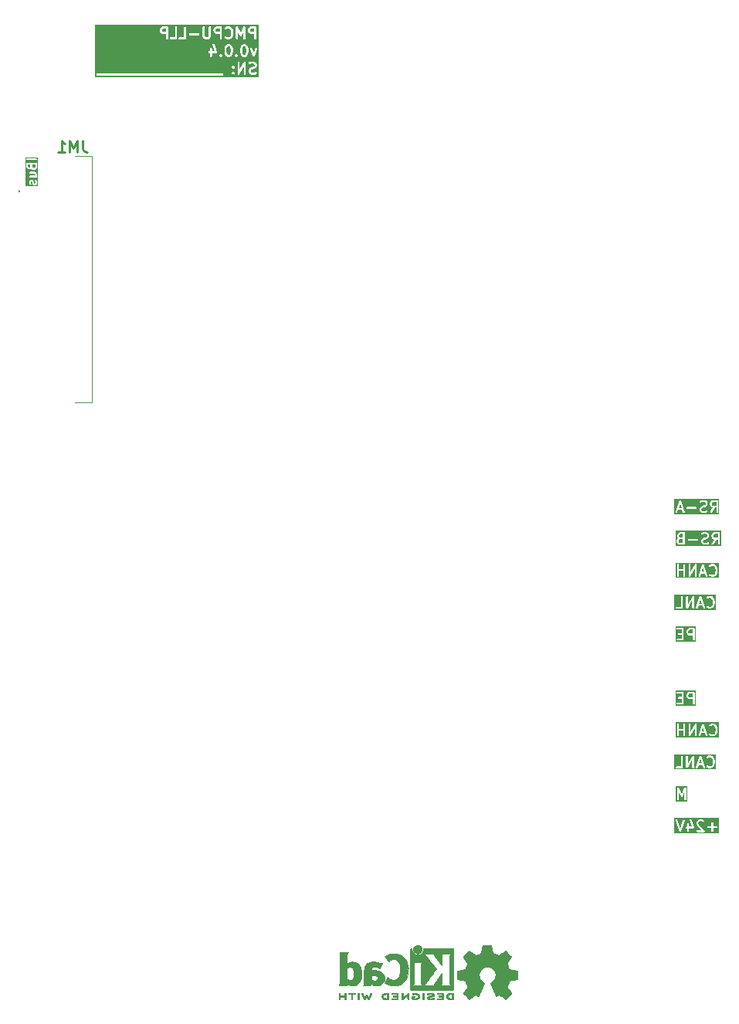
<source format=gbr>
%TF.GenerationSoftware,KiCad,Pcbnew,9.0.6*%
%TF.CreationDate,2025-12-01T18:44:20+03:00*%
%TF.ProjectId,PMCPU-LLP,504d4350-552d-44c4-9c50-2e6b69636164,rev?*%
%TF.SameCoordinates,Original*%
%TF.FileFunction,Legend,Bot*%
%TF.FilePolarity,Positive*%
%FSLAX46Y46*%
G04 Gerber Fmt 4.6, Leading zero omitted, Abs format (unit mm)*
G04 Created by KiCad (PCBNEW 9.0.6) date 2025-12-01 18:44:20*
%MOMM*%
%LPD*%
G01*
G04 APERTURE LIST*
%ADD10C,0.200000*%
%ADD11C,0.240000*%
%ADD12C,0.254000*%
%ADD13C,0.010000*%
%ADD14C,0.100000*%
G04 APERTURE END LIST*
D10*
G36*
X36807121Y-29601885D02*
G01*
X36513177Y-29601885D01*
X36660149Y-29160969D01*
X36807121Y-29601885D01*
G37*
G36*
X38379196Y-30278075D02*
G01*
X33683959Y-30278075D01*
X33683959Y-28844742D01*
X33817292Y-28844742D01*
X33817292Y-30044742D01*
X33819213Y-30064251D01*
X33834145Y-30100299D01*
X33861735Y-30127889D01*
X33897783Y-30142821D01*
X33936801Y-30142821D01*
X33972849Y-30127889D01*
X34000439Y-30100299D01*
X34015371Y-30064251D01*
X34017292Y-30044742D01*
X34017292Y-29516171D01*
X34503006Y-29516171D01*
X34503006Y-30044742D01*
X34504927Y-30064251D01*
X34519859Y-30100299D01*
X34547449Y-30127889D01*
X34583497Y-30142821D01*
X34622515Y-30142821D01*
X34658563Y-30127889D01*
X34686153Y-30100299D01*
X34701085Y-30064251D01*
X34703006Y-30044742D01*
X34703006Y-28844742D01*
X35074435Y-28844742D01*
X35074435Y-30044742D01*
X35074929Y-30049759D01*
X35074679Y-30051727D01*
X35075373Y-30054273D01*
X35076356Y-30064251D01*
X35081447Y-30076541D01*
X35084946Y-30089370D01*
X35088848Y-30094408D01*
X35091288Y-30100299D01*
X35100693Y-30109704D01*
X35108836Y-30120219D01*
X35114370Y-30123381D01*
X35118878Y-30127889D01*
X35131163Y-30132977D01*
X35142713Y-30139578D01*
X35149037Y-30140381D01*
X35154926Y-30142821D01*
X35168227Y-30142821D01*
X35181420Y-30144498D01*
X35187569Y-30142821D01*
X35193944Y-30142821D01*
X35206234Y-30137729D01*
X35219063Y-30134231D01*
X35224101Y-30130328D01*
X35229992Y-30127889D01*
X35239397Y-30118483D01*
X35249912Y-30110341D01*
X35255715Y-30102165D01*
X35257582Y-30100299D01*
X35258340Y-30098466D01*
X35261259Y-30094356D01*
X35760149Y-29221298D01*
X35760149Y-30044742D01*
X35762070Y-30064251D01*
X35777002Y-30100299D01*
X35804592Y-30127889D01*
X35840640Y-30142821D01*
X35879658Y-30142821D01*
X35915706Y-30127889D01*
X35943296Y-30100299D01*
X35958228Y-30064251D01*
X35960149Y-30044742D01*
X35960149Y-30032235D01*
X36160934Y-30032235D01*
X36163700Y-30071155D01*
X36181150Y-30106054D01*
X36210626Y-30131619D01*
X36247642Y-30143957D01*
X36286562Y-30141191D01*
X36321461Y-30123741D01*
X36347026Y-30094265D01*
X36355017Y-30076365D01*
X36446510Y-29801885D01*
X36873788Y-29801885D01*
X36965281Y-30076365D01*
X36973272Y-30094265D01*
X36998837Y-30123741D01*
X37033736Y-30141191D01*
X37072656Y-30143957D01*
X37109672Y-30131619D01*
X37139148Y-30106053D01*
X37156598Y-30071155D01*
X37159364Y-30032234D01*
X37155017Y-30013119D01*
X36797150Y-28939519D01*
X37304927Y-28939519D01*
X37304927Y-28978537D01*
X37319859Y-29014585D01*
X37347449Y-29042175D01*
X37383497Y-29057107D01*
X37422515Y-29057107D01*
X37458563Y-29042175D01*
X37473717Y-29029739D01*
X37514167Y-28989287D01*
X37647804Y-28944742D01*
X37729636Y-28944742D01*
X37863273Y-28989287D01*
X37949390Y-29075405D01*
X37994368Y-29165362D01*
X38045863Y-29371338D01*
X38045863Y-29518146D01*
X37994368Y-29724122D01*
X37949390Y-29814079D01*
X37863274Y-29900196D01*
X37729637Y-29944742D01*
X37647804Y-29944742D01*
X37514167Y-29900197D01*
X37473717Y-29859746D01*
X37458563Y-29847310D01*
X37422515Y-29832378D01*
X37383497Y-29832378D01*
X37347449Y-29847310D01*
X37319859Y-29874900D01*
X37304927Y-29910948D01*
X37304927Y-29949966D01*
X37319859Y-29986014D01*
X37332295Y-30001168D01*
X37389438Y-30058310D01*
X37404591Y-30070747D01*
X37407910Y-30072121D01*
X37410626Y-30074477D01*
X37428527Y-30082468D01*
X37599955Y-30139611D01*
X37609627Y-30141810D01*
X37612068Y-30142821D01*
X37615605Y-30143169D01*
X37619070Y-30143957D01*
X37621703Y-30143769D01*
X37631577Y-30144742D01*
X37745863Y-30144742D01*
X37755736Y-30143769D01*
X37758370Y-30143957D01*
X37761832Y-30143169D01*
X37765372Y-30142821D01*
X37767814Y-30141809D01*
X37777485Y-30139610D01*
X37948915Y-30082468D01*
X37966815Y-30074477D01*
X37969530Y-30072122D01*
X37972850Y-30070747D01*
X37988003Y-30058310D01*
X38102288Y-29944024D01*
X38108578Y-29936359D01*
X38110577Y-29934626D01*
X38112472Y-29931613D01*
X38114724Y-29928871D01*
X38115733Y-29926433D01*
X38121020Y-29918035D01*
X38178163Y-29803749D01*
X38178708Y-29802322D01*
X38179139Y-29801742D01*
X38182062Y-29793559D01*
X38185169Y-29785441D01*
X38185220Y-29784720D01*
X38185734Y-29783282D01*
X38242877Y-29554710D01*
X38243376Y-29551330D01*
X38243942Y-29549966D01*
X38244665Y-29542614D01*
X38245745Y-29535318D01*
X38245527Y-29533859D01*
X38245863Y-29530457D01*
X38245863Y-29359028D01*
X38245527Y-29355625D01*
X38245745Y-29354167D01*
X38244665Y-29346870D01*
X38243942Y-29339519D01*
X38243376Y-29338154D01*
X38242877Y-29334775D01*
X38185734Y-29106203D01*
X38185220Y-29104764D01*
X38185169Y-29104044D01*
X38182062Y-29095925D01*
X38179139Y-29087743D01*
X38178708Y-29087162D01*
X38178163Y-29085736D01*
X38121020Y-28971450D01*
X38115733Y-28963051D01*
X38114724Y-28960614D01*
X38112472Y-28957871D01*
X38110577Y-28954859D01*
X38108578Y-28953125D01*
X38102288Y-28945461D01*
X37988003Y-28831175D01*
X37972850Y-28818738D01*
X37969530Y-28817362D01*
X37966815Y-28815008D01*
X37948915Y-28807017D01*
X37777486Y-28749874D01*
X37767814Y-28747674D01*
X37765372Y-28746663D01*
X37761833Y-28746314D01*
X37758370Y-28745527D01*
X37755736Y-28745714D01*
X37745863Y-28744742D01*
X37631577Y-28744742D01*
X37621703Y-28745714D01*
X37619069Y-28745527D01*
X37615605Y-28746314D01*
X37612068Y-28746663D01*
X37609626Y-28747674D01*
X37599954Y-28749874D01*
X37428526Y-28807017D01*
X37410626Y-28815008D01*
X37407910Y-28817362D01*
X37404591Y-28818738D01*
X37389438Y-28831175D01*
X37332295Y-28888317D01*
X37319859Y-28903471D01*
X37304927Y-28939519D01*
X36797150Y-28939519D01*
X36755017Y-28813119D01*
X36747026Y-28795219D01*
X36742341Y-28789818D01*
X36739148Y-28783431D01*
X36729678Y-28775217D01*
X36721461Y-28765743D01*
X36715071Y-28762548D01*
X36709672Y-28757865D01*
X36697774Y-28753899D01*
X36686562Y-28748293D01*
X36679434Y-28747786D01*
X36672656Y-28745527D01*
X36660149Y-28746415D01*
X36647642Y-28745527D01*
X36640863Y-28747786D01*
X36633736Y-28748293D01*
X36622523Y-28753899D01*
X36610626Y-28757865D01*
X36605226Y-28762548D01*
X36598837Y-28765743D01*
X36590621Y-28775214D01*
X36581150Y-28783430D01*
X36577955Y-28789819D01*
X36573272Y-28795219D01*
X36565281Y-28813119D01*
X36165281Y-30013119D01*
X36160934Y-30032235D01*
X35960149Y-30032235D01*
X35960149Y-28844742D01*
X35959654Y-28839724D01*
X35959905Y-28837758D01*
X35959210Y-28835212D01*
X35958228Y-28825233D01*
X35953136Y-28812941D01*
X35949638Y-28800114D01*
X35945735Y-28795075D01*
X35943296Y-28789185D01*
X35933890Y-28779779D01*
X35925748Y-28769265D01*
X35920213Y-28766102D01*
X35915706Y-28761595D01*
X35903416Y-28756504D01*
X35891871Y-28749907D01*
X35885549Y-28749103D01*
X35879658Y-28746663D01*
X35866355Y-28746663D01*
X35853164Y-28744986D01*
X35847015Y-28746663D01*
X35840640Y-28746663D01*
X35828349Y-28751754D01*
X35815521Y-28755253D01*
X35810482Y-28759155D01*
X35804592Y-28761595D01*
X35795186Y-28771000D01*
X35784672Y-28779143D01*
X35778868Y-28787318D01*
X35777002Y-28789185D01*
X35776243Y-28791017D01*
X35773325Y-28795128D01*
X35274435Y-29668185D01*
X35274435Y-28844742D01*
X35272514Y-28825233D01*
X35257582Y-28789185D01*
X35229992Y-28761595D01*
X35193944Y-28746663D01*
X35154926Y-28746663D01*
X35118878Y-28761595D01*
X35091288Y-28789185D01*
X35076356Y-28825233D01*
X35074435Y-28844742D01*
X34703006Y-28844742D01*
X34701085Y-28825233D01*
X34686153Y-28789185D01*
X34658563Y-28761595D01*
X34622515Y-28746663D01*
X34583497Y-28746663D01*
X34547449Y-28761595D01*
X34519859Y-28789185D01*
X34504927Y-28825233D01*
X34503006Y-28844742D01*
X34503006Y-29316171D01*
X34017292Y-29316171D01*
X34017292Y-28844742D01*
X34015371Y-28825233D01*
X34000439Y-28789185D01*
X33972849Y-28761595D01*
X33936801Y-28746663D01*
X33897783Y-28746663D01*
X33861735Y-28761595D01*
X33834145Y-28789185D01*
X33819213Y-28825233D01*
X33817292Y-28844742D01*
X33683959Y-28844742D01*
X33683959Y-28611409D01*
X38379196Y-28611409D01*
X38379196Y-30278075D01*
G37*
G36*
X34950625Y-37276154D02*
G01*
X33683959Y-37276154D01*
X33683959Y-35844742D01*
X33817292Y-35844742D01*
X33817292Y-37044742D01*
X33819213Y-37064251D01*
X33834145Y-37100299D01*
X33861735Y-37127889D01*
X33897783Y-37142821D01*
X33936801Y-37142821D01*
X33972849Y-37127889D01*
X34000439Y-37100299D01*
X34015371Y-37064251D01*
X34017292Y-37044742D01*
X34017292Y-36295498D01*
X34226674Y-36744174D01*
X34230906Y-36751319D01*
X34231786Y-36753737D01*
X34233351Y-36755446D01*
X34236665Y-36761040D01*
X34247875Y-36771306D01*
X34258137Y-36782512D01*
X34262162Y-36784390D01*
X34265440Y-36787392D01*
X34279722Y-36792585D01*
X34293495Y-36799013D01*
X34297934Y-36799208D01*
X34302109Y-36800726D01*
X34317292Y-36800058D01*
X34332475Y-36800726D01*
X34336648Y-36799208D01*
X34341090Y-36799013D01*
X34354874Y-36792580D01*
X34369144Y-36787391D01*
X34372417Y-36784393D01*
X34376447Y-36782513D01*
X34386716Y-36771298D01*
X34397919Y-36761040D01*
X34401230Y-36755449D01*
X34402799Y-36753737D01*
X34403679Y-36751315D01*
X34407910Y-36744174D01*
X34617292Y-36295497D01*
X34617292Y-37044742D01*
X34619213Y-37064251D01*
X34634145Y-37100299D01*
X34661735Y-37127889D01*
X34697783Y-37142821D01*
X34736801Y-37142821D01*
X34772849Y-37127889D01*
X34800439Y-37100299D01*
X34815371Y-37064251D01*
X34817292Y-37044742D01*
X34817292Y-35844742D01*
X34816029Y-35831918D01*
X34816133Y-35829559D01*
X34815672Y-35828291D01*
X34815371Y-35825233D01*
X34808730Y-35809202D01*
X34802799Y-35792890D01*
X34801292Y-35791244D01*
X34800439Y-35789185D01*
X34788177Y-35776923D01*
X34776447Y-35764114D01*
X34774423Y-35763169D01*
X34772849Y-35761595D01*
X34756833Y-35754960D01*
X34741090Y-35747614D01*
X34738860Y-35747516D01*
X34736801Y-35746663D01*
X34719449Y-35746663D01*
X34702109Y-35745901D01*
X34700013Y-35746663D01*
X34697783Y-35746663D01*
X34681752Y-35753303D01*
X34665440Y-35759235D01*
X34663794Y-35760741D01*
X34661735Y-35761595D01*
X34649467Y-35773862D01*
X34636665Y-35785587D01*
X34635098Y-35788231D01*
X34634145Y-35789185D01*
X34633241Y-35791366D01*
X34626674Y-35802453D01*
X34317291Y-36465414D01*
X34007910Y-35802453D01*
X34001342Y-35791366D01*
X34000439Y-35789185D01*
X33999485Y-35788231D01*
X33997919Y-35785587D01*
X33985122Y-35773868D01*
X33972849Y-35761595D01*
X33970787Y-35760741D01*
X33969144Y-35759236D01*
X33952842Y-35753307D01*
X33936801Y-35746663D01*
X33934570Y-35746663D01*
X33932475Y-35745901D01*
X33915135Y-35746663D01*
X33897783Y-35746663D01*
X33895723Y-35747516D01*
X33893495Y-35747614D01*
X33877764Y-35754955D01*
X33861735Y-35761595D01*
X33860158Y-35763171D01*
X33858137Y-35764115D01*
X33846418Y-35776911D01*
X33834145Y-35789185D01*
X33833291Y-35791246D01*
X33831786Y-35792890D01*
X33825857Y-35809191D01*
X33819213Y-35825233D01*
X33818911Y-35828291D01*
X33818451Y-35829559D01*
X33818554Y-35831918D01*
X33817292Y-35844742D01*
X33683959Y-35844742D01*
X33683959Y-35612568D01*
X34950625Y-35612568D01*
X34950625Y-37276154D01*
G37*
G36*
X35531577Y-25873314D02*
G01*
X35198041Y-25873314D01*
X35119383Y-25833984D01*
X35085191Y-25799791D01*
X35045863Y-25721135D01*
X35045863Y-25596921D01*
X35085191Y-25518264D01*
X35119383Y-25484071D01*
X35198041Y-25444742D01*
X35531577Y-25444742D01*
X35531577Y-25873314D01*
G37*
G36*
X35864910Y-26778075D02*
G01*
X33628737Y-26778075D01*
X33628737Y-25325233D01*
X33762070Y-25325233D01*
X33762070Y-25364251D01*
X33777002Y-25400299D01*
X33804592Y-25427889D01*
X33840640Y-25442821D01*
X33860149Y-25444742D01*
X34331577Y-25444742D01*
X34331577Y-25816171D01*
X34031577Y-25816171D01*
X34012068Y-25818092D01*
X33976020Y-25833024D01*
X33948430Y-25860614D01*
X33933498Y-25896662D01*
X33933498Y-25935680D01*
X33948430Y-25971728D01*
X33976020Y-25999318D01*
X34012068Y-26014250D01*
X34031577Y-26016171D01*
X34331577Y-26016171D01*
X34331577Y-26444742D01*
X33860149Y-26444742D01*
X33840640Y-26446663D01*
X33804592Y-26461595D01*
X33777002Y-26489185D01*
X33762070Y-26525233D01*
X33762070Y-26564251D01*
X33777002Y-26600299D01*
X33804592Y-26627889D01*
X33840640Y-26642821D01*
X33860149Y-26644742D01*
X34431577Y-26644742D01*
X34451086Y-26642821D01*
X34487134Y-26627889D01*
X34514724Y-26600299D01*
X34529656Y-26564251D01*
X34531577Y-26544742D01*
X34531577Y-25573314D01*
X34845863Y-25573314D01*
X34845863Y-25744742D01*
X34847784Y-25764251D01*
X34849159Y-25767571D01*
X34849414Y-25771155D01*
X34856420Y-25789463D01*
X34913563Y-25903750D01*
X34918849Y-25912148D01*
X34919859Y-25914585D01*
X34922110Y-25917328D01*
X34924006Y-25920340D01*
X34926003Y-25922072D01*
X34932295Y-25929739D01*
X34989438Y-25986881D01*
X34997104Y-25993173D01*
X34998837Y-25995171D01*
X35001846Y-25997065D01*
X35004591Y-25999318D01*
X35007029Y-26000328D01*
X35015427Y-26005614D01*
X35129713Y-26062757D01*
X35148021Y-26069763D01*
X35151604Y-26070017D01*
X35154925Y-26071393D01*
X35174434Y-26073314D01*
X35531577Y-26073314D01*
X35531577Y-26544742D01*
X35533498Y-26564251D01*
X35548430Y-26600299D01*
X35576020Y-26627889D01*
X35612068Y-26642821D01*
X35651086Y-26642821D01*
X35687134Y-26627889D01*
X35714724Y-26600299D01*
X35729656Y-26564251D01*
X35731577Y-26544742D01*
X35731577Y-25344742D01*
X35729656Y-25325233D01*
X35714724Y-25289185D01*
X35687134Y-25261595D01*
X35651086Y-25246663D01*
X35631577Y-25244742D01*
X35174434Y-25244742D01*
X35154925Y-25246663D01*
X35151604Y-25248038D01*
X35148021Y-25248293D01*
X35129713Y-25255299D01*
X35015427Y-25312442D01*
X35007029Y-25317727D01*
X35004591Y-25318738D01*
X35001846Y-25320990D01*
X34998837Y-25322885D01*
X34997104Y-25324882D01*
X34989438Y-25331175D01*
X34932295Y-25388317D01*
X34926003Y-25395983D01*
X34924006Y-25397716D01*
X34922110Y-25400727D01*
X34919859Y-25403471D01*
X34918849Y-25405907D01*
X34913563Y-25414306D01*
X34856420Y-25528593D01*
X34849414Y-25546901D01*
X34849159Y-25550484D01*
X34847784Y-25553805D01*
X34845863Y-25573314D01*
X34531577Y-25573314D01*
X34531577Y-25344742D01*
X34529656Y-25325233D01*
X34514724Y-25289185D01*
X34487134Y-25261595D01*
X34451086Y-25246663D01*
X34431577Y-25244742D01*
X33860149Y-25244742D01*
X33840640Y-25246663D01*
X33804592Y-25261595D01*
X33777002Y-25289185D01*
X33762070Y-25325233D01*
X33628737Y-25325233D01*
X33628737Y-25111409D01*
X35864910Y-25111409D01*
X35864910Y-26778075D01*
G37*
G36*
X36521407Y-33101885D02*
G01*
X36227463Y-33101885D01*
X36374435Y-32660969D01*
X36521407Y-33101885D01*
G37*
G36*
X38093482Y-33778075D02*
G01*
X33514452Y-33778075D01*
X33514452Y-33525233D01*
X33647785Y-33525233D01*
X33647785Y-33564251D01*
X33662717Y-33600299D01*
X33690307Y-33627889D01*
X33726355Y-33642821D01*
X33745864Y-33644742D01*
X34317292Y-33644742D01*
X34336801Y-33642821D01*
X34372849Y-33627889D01*
X34400439Y-33600299D01*
X34415371Y-33564251D01*
X34417292Y-33544742D01*
X34417292Y-32344742D01*
X34788721Y-32344742D01*
X34788721Y-33544742D01*
X34789215Y-33549759D01*
X34788965Y-33551727D01*
X34789659Y-33554273D01*
X34790642Y-33564251D01*
X34795733Y-33576541D01*
X34799232Y-33589370D01*
X34803134Y-33594408D01*
X34805574Y-33600299D01*
X34814979Y-33609704D01*
X34823122Y-33620219D01*
X34828656Y-33623381D01*
X34833164Y-33627889D01*
X34845449Y-33632977D01*
X34856999Y-33639578D01*
X34863323Y-33640381D01*
X34869212Y-33642821D01*
X34882513Y-33642821D01*
X34895706Y-33644498D01*
X34901855Y-33642821D01*
X34908230Y-33642821D01*
X34920520Y-33637729D01*
X34933349Y-33634231D01*
X34938387Y-33630328D01*
X34944278Y-33627889D01*
X34953683Y-33618483D01*
X34964198Y-33610341D01*
X34970001Y-33602165D01*
X34971868Y-33600299D01*
X34972626Y-33598466D01*
X34975545Y-33594356D01*
X35474435Y-32721298D01*
X35474435Y-33544742D01*
X35476356Y-33564251D01*
X35491288Y-33600299D01*
X35518878Y-33627889D01*
X35554926Y-33642821D01*
X35593944Y-33642821D01*
X35629992Y-33627889D01*
X35657582Y-33600299D01*
X35672514Y-33564251D01*
X35674435Y-33544742D01*
X35674435Y-33532235D01*
X35875220Y-33532235D01*
X35877986Y-33571155D01*
X35895436Y-33606054D01*
X35924912Y-33631619D01*
X35961928Y-33643957D01*
X36000848Y-33641191D01*
X36035747Y-33623741D01*
X36061312Y-33594265D01*
X36069303Y-33576365D01*
X36160796Y-33301885D01*
X36588074Y-33301885D01*
X36679567Y-33576365D01*
X36687558Y-33594265D01*
X36713123Y-33623741D01*
X36748022Y-33641191D01*
X36786942Y-33643957D01*
X36823958Y-33631619D01*
X36853434Y-33606053D01*
X36870884Y-33571155D01*
X36873650Y-33532234D01*
X36869303Y-33513119D01*
X36511436Y-32439519D01*
X37019213Y-32439519D01*
X37019213Y-32478537D01*
X37034145Y-32514585D01*
X37061735Y-32542175D01*
X37097783Y-32557107D01*
X37136801Y-32557107D01*
X37172849Y-32542175D01*
X37188003Y-32529739D01*
X37228453Y-32489287D01*
X37362090Y-32444742D01*
X37443922Y-32444742D01*
X37577559Y-32489287D01*
X37663676Y-32575405D01*
X37708654Y-32665362D01*
X37760149Y-32871338D01*
X37760149Y-33018146D01*
X37708654Y-33224122D01*
X37663676Y-33314079D01*
X37577560Y-33400196D01*
X37443923Y-33444742D01*
X37362090Y-33444742D01*
X37228453Y-33400197D01*
X37188003Y-33359746D01*
X37172849Y-33347310D01*
X37136801Y-33332378D01*
X37097783Y-33332378D01*
X37061735Y-33347310D01*
X37034145Y-33374900D01*
X37019213Y-33410948D01*
X37019213Y-33449966D01*
X37034145Y-33486014D01*
X37046581Y-33501168D01*
X37103724Y-33558310D01*
X37118877Y-33570747D01*
X37122196Y-33572121D01*
X37124912Y-33574477D01*
X37142813Y-33582468D01*
X37314241Y-33639611D01*
X37323913Y-33641810D01*
X37326354Y-33642821D01*
X37329891Y-33643169D01*
X37333356Y-33643957D01*
X37335989Y-33643769D01*
X37345863Y-33644742D01*
X37460149Y-33644742D01*
X37470022Y-33643769D01*
X37472656Y-33643957D01*
X37476118Y-33643169D01*
X37479658Y-33642821D01*
X37482100Y-33641809D01*
X37491771Y-33639610D01*
X37663201Y-33582468D01*
X37681101Y-33574477D01*
X37683816Y-33572122D01*
X37687136Y-33570747D01*
X37702289Y-33558310D01*
X37816574Y-33444024D01*
X37822864Y-33436359D01*
X37824863Y-33434626D01*
X37826758Y-33431613D01*
X37829010Y-33428871D01*
X37830019Y-33426433D01*
X37835306Y-33418035D01*
X37892449Y-33303749D01*
X37892994Y-33302322D01*
X37893425Y-33301742D01*
X37896348Y-33293559D01*
X37899455Y-33285441D01*
X37899506Y-33284720D01*
X37900020Y-33283282D01*
X37957163Y-33054710D01*
X37957662Y-33051330D01*
X37958228Y-33049966D01*
X37958951Y-33042614D01*
X37960031Y-33035318D01*
X37959813Y-33033859D01*
X37960149Y-33030457D01*
X37960149Y-32859028D01*
X37959813Y-32855625D01*
X37960031Y-32854167D01*
X37958951Y-32846870D01*
X37958228Y-32839519D01*
X37957662Y-32838154D01*
X37957163Y-32834775D01*
X37900020Y-32606203D01*
X37899506Y-32604764D01*
X37899455Y-32604044D01*
X37896348Y-32595925D01*
X37893425Y-32587743D01*
X37892994Y-32587162D01*
X37892449Y-32585736D01*
X37835306Y-32471450D01*
X37830019Y-32463051D01*
X37829010Y-32460614D01*
X37826758Y-32457871D01*
X37824863Y-32454859D01*
X37822864Y-32453125D01*
X37816574Y-32445461D01*
X37702289Y-32331175D01*
X37687136Y-32318738D01*
X37683816Y-32317362D01*
X37681101Y-32315008D01*
X37663201Y-32307017D01*
X37491772Y-32249874D01*
X37482100Y-32247674D01*
X37479658Y-32246663D01*
X37476119Y-32246314D01*
X37472656Y-32245527D01*
X37470022Y-32245714D01*
X37460149Y-32244742D01*
X37345863Y-32244742D01*
X37335989Y-32245714D01*
X37333355Y-32245527D01*
X37329891Y-32246314D01*
X37326354Y-32246663D01*
X37323912Y-32247674D01*
X37314240Y-32249874D01*
X37142812Y-32307017D01*
X37124912Y-32315008D01*
X37122196Y-32317362D01*
X37118877Y-32318738D01*
X37103724Y-32331175D01*
X37046581Y-32388317D01*
X37034145Y-32403471D01*
X37019213Y-32439519D01*
X36511436Y-32439519D01*
X36469303Y-32313119D01*
X36461312Y-32295219D01*
X36456627Y-32289818D01*
X36453434Y-32283431D01*
X36443964Y-32275217D01*
X36435747Y-32265743D01*
X36429357Y-32262548D01*
X36423958Y-32257865D01*
X36412060Y-32253899D01*
X36400848Y-32248293D01*
X36393720Y-32247786D01*
X36386942Y-32245527D01*
X36374435Y-32246415D01*
X36361928Y-32245527D01*
X36355149Y-32247786D01*
X36348022Y-32248293D01*
X36336809Y-32253899D01*
X36324912Y-32257865D01*
X36319512Y-32262548D01*
X36313123Y-32265743D01*
X36304907Y-32275214D01*
X36295436Y-32283430D01*
X36292241Y-32289819D01*
X36287558Y-32295219D01*
X36279567Y-32313119D01*
X35879567Y-33513119D01*
X35875220Y-33532235D01*
X35674435Y-33532235D01*
X35674435Y-32344742D01*
X35673940Y-32339724D01*
X35674191Y-32337758D01*
X35673496Y-32335212D01*
X35672514Y-32325233D01*
X35667422Y-32312941D01*
X35663924Y-32300114D01*
X35660021Y-32295075D01*
X35657582Y-32289185D01*
X35648176Y-32279779D01*
X35640034Y-32269265D01*
X35634499Y-32266102D01*
X35629992Y-32261595D01*
X35617702Y-32256504D01*
X35606157Y-32249907D01*
X35599835Y-32249103D01*
X35593944Y-32246663D01*
X35580641Y-32246663D01*
X35567450Y-32244986D01*
X35561301Y-32246663D01*
X35554926Y-32246663D01*
X35542635Y-32251754D01*
X35529807Y-32255253D01*
X35524768Y-32259155D01*
X35518878Y-32261595D01*
X35509472Y-32271000D01*
X35498958Y-32279143D01*
X35493154Y-32287318D01*
X35491288Y-32289185D01*
X35490529Y-32291017D01*
X35487611Y-32295128D01*
X34988721Y-33168185D01*
X34988721Y-32344742D01*
X34986800Y-32325233D01*
X34971868Y-32289185D01*
X34944278Y-32261595D01*
X34908230Y-32246663D01*
X34869212Y-32246663D01*
X34833164Y-32261595D01*
X34805574Y-32289185D01*
X34790642Y-32325233D01*
X34788721Y-32344742D01*
X34417292Y-32344742D01*
X34415371Y-32325233D01*
X34400439Y-32289185D01*
X34372849Y-32261595D01*
X34336801Y-32246663D01*
X34297783Y-32246663D01*
X34261735Y-32261595D01*
X34234145Y-32289185D01*
X34219213Y-32325233D01*
X34217292Y-32344742D01*
X34217292Y-33444742D01*
X33745864Y-33444742D01*
X33726355Y-33446663D01*
X33690307Y-33461595D01*
X33662717Y-33489185D01*
X33647785Y-33525233D01*
X33514452Y-33525233D01*
X33514452Y-32111409D01*
X38093482Y-32111409D01*
X38093482Y-33778075D01*
G37*
G36*
X35531577Y-18873314D02*
G01*
X35198041Y-18873314D01*
X35119383Y-18833984D01*
X35085191Y-18799791D01*
X35045863Y-18721135D01*
X35045863Y-18596921D01*
X35085191Y-18518264D01*
X35119383Y-18484071D01*
X35198041Y-18444742D01*
X35531577Y-18444742D01*
X35531577Y-18873314D01*
G37*
G36*
X35864910Y-19778075D02*
G01*
X33628737Y-19778075D01*
X33628737Y-18325233D01*
X33762070Y-18325233D01*
X33762070Y-18364251D01*
X33777002Y-18400299D01*
X33804592Y-18427889D01*
X33840640Y-18442821D01*
X33860149Y-18444742D01*
X34331577Y-18444742D01*
X34331577Y-18816171D01*
X34031577Y-18816171D01*
X34012068Y-18818092D01*
X33976020Y-18833024D01*
X33948430Y-18860614D01*
X33933498Y-18896662D01*
X33933498Y-18935680D01*
X33948430Y-18971728D01*
X33976020Y-18999318D01*
X34012068Y-19014250D01*
X34031577Y-19016171D01*
X34331577Y-19016171D01*
X34331577Y-19444742D01*
X33860149Y-19444742D01*
X33840640Y-19446663D01*
X33804592Y-19461595D01*
X33777002Y-19489185D01*
X33762070Y-19525233D01*
X33762070Y-19564251D01*
X33777002Y-19600299D01*
X33804592Y-19627889D01*
X33840640Y-19642821D01*
X33860149Y-19644742D01*
X34431577Y-19644742D01*
X34451086Y-19642821D01*
X34487134Y-19627889D01*
X34514724Y-19600299D01*
X34529656Y-19564251D01*
X34531577Y-19544742D01*
X34531577Y-18573314D01*
X34845863Y-18573314D01*
X34845863Y-18744742D01*
X34847784Y-18764251D01*
X34849159Y-18767571D01*
X34849414Y-18771155D01*
X34856420Y-18789463D01*
X34913563Y-18903750D01*
X34918849Y-18912148D01*
X34919859Y-18914585D01*
X34922110Y-18917328D01*
X34924006Y-18920340D01*
X34926003Y-18922072D01*
X34932295Y-18929739D01*
X34989438Y-18986881D01*
X34997104Y-18993173D01*
X34998837Y-18995171D01*
X35001846Y-18997065D01*
X35004591Y-18999318D01*
X35007029Y-19000328D01*
X35015427Y-19005614D01*
X35129713Y-19062757D01*
X35148021Y-19069763D01*
X35151604Y-19070017D01*
X35154925Y-19071393D01*
X35174434Y-19073314D01*
X35531577Y-19073314D01*
X35531577Y-19544742D01*
X35533498Y-19564251D01*
X35548430Y-19600299D01*
X35576020Y-19627889D01*
X35612068Y-19642821D01*
X35651086Y-19642821D01*
X35687134Y-19627889D01*
X35714724Y-19600299D01*
X35729656Y-19564251D01*
X35731577Y-19544742D01*
X35731577Y-18344742D01*
X35729656Y-18325233D01*
X35714724Y-18289185D01*
X35687134Y-18261595D01*
X35651086Y-18246663D01*
X35631577Y-18244742D01*
X35174434Y-18244742D01*
X35154925Y-18246663D01*
X35151604Y-18248038D01*
X35148021Y-18248293D01*
X35129713Y-18255299D01*
X35015427Y-18312442D01*
X35007029Y-18317727D01*
X35004591Y-18318738D01*
X35001846Y-18320990D01*
X34998837Y-18322885D01*
X34997104Y-18324882D01*
X34989438Y-18331175D01*
X34932295Y-18388317D01*
X34926003Y-18395983D01*
X34924006Y-18397716D01*
X34922110Y-18400727D01*
X34919859Y-18403471D01*
X34918849Y-18405907D01*
X34913563Y-18414306D01*
X34856420Y-18528593D01*
X34849414Y-18546901D01*
X34849159Y-18550484D01*
X34847784Y-18553805D01*
X34845863Y-18573314D01*
X34531577Y-18573314D01*
X34531577Y-18344742D01*
X34529656Y-18325233D01*
X34514724Y-18289185D01*
X34487134Y-18261595D01*
X34451086Y-18246663D01*
X34431577Y-18244742D01*
X33860149Y-18244742D01*
X33840640Y-18246663D01*
X33804592Y-18261595D01*
X33777002Y-18289185D01*
X33762070Y-18325233D01*
X33628737Y-18325233D01*
X33628737Y-18111409D01*
X35864910Y-18111409D01*
X35864910Y-19778075D01*
G37*
G36*
X34445863Y-8944742D02*
G01*
X34112327Y-8944742D01*
X34033670Y-8905414D01*
X33999477Y-8871220D01*
X33960149Y-8792564D01*
X33960149Y-8668350D01*
X33999477Y-8589693D01*
X34028453Y-8560716D01*
X34162090Y-8516171D01*
X34445863Y-8516171D01*
X34445863Y-8944742D01*
G37*
G36*
X34445863Y-8316171D02*
G01*
X34169470Y-8316171D01*
X34090812Y-8276841D01*
X34056620Y-8242648D01*
X34017292Y-8163992D01*
X34017292Y-8096921D01*
X34056620Y-8018264D01*
X34090812Y-7984071D01*
X34169470Y-7944742D01*
X34445863Y-7944742D01*
X34445863Y-8316171D01*
G37*
G36*
X38274434Y-8373314D02*
G01*
X37940898Y-8373314D01*
X37862240Y-8333984D01*
X37828048Y-8299791D01*
X37788720Y-8221135D01*
X37788720Y-8096921D01*
X37828048Y-8018264D01*
X37862240Y-7984071D01*
X37940898Y-7944742D01*
X38274434Y-7944742D01*
X38274434Y-8373314D01*
G37*
G36*
X38607767Y-9278075D02*
G01*
X33626816Y-9278075D01*
X33626816Y-8644742D01*
X33760149Y-8644742D01*
X33760149Y-8816171D01*
X33762070Y-8835680D01*
X33763445Y-8839000D01*
X33763700Y-8842584D01*
X33770706Y-8860892D01*
X33827849Y-8975179D01*
X33833135Y-8983577D01*
X33834145Y-8986014D01*
X33836396Y-8988757D01*
X33838292Y-8991769D01*
X33840289Y-8993501D01*
X33846581Y-9001168D01*
X33903724Y-9058310D01*
X33911393Y-9064605D01*
X33913124Y-9066600D01*
X33916129Y-9068491D01*
X33918877Y-9070747D01*
X33921318Y-9071758D01*
X33929714Y-9077043D01*
X34043999Y-9134185D01*
X34062307Y-9141191D01*
X34065890Y-9141445D01*
X34069211Y-9142821D01*
X34088720Y-9144742D01*
X34545863Y-9144742D01*
X34565372Y-9142821D01*
X34601420Y-9127889D01*
X34629010Y-9100299D01*
X34643942Y-9064251D01*
X34645863Y-9044742D01*
X34645863Y-8701885D01*
X36445863Y-8701885D01*
X36445863Y-8816171D01*
X36447784Y-8835680D01*
X36449159Y-8839000D01*
X36449414Y-8842584D01*
X36456420Y-8860892D01*
X36513563Y-8975179D01*
X36518849Y-8983577D01*
X36519859Y-8986014D01*
X36522110Y-8988757D01*
X36524006Y-8991769D01*
X36526003Y-8993501D01*
X36532295Y-9001168D01*
X36589438Y-9058310D01*
X36597107Y-9064605D01*
X36598838Y-9066600D01*
X36601843Y-9068491D01*
X36604591Y-9070747D01*
X36607032Y-9071758D01*
X36615428Y-9077043D01*
X36729713Y-9134185D01*
X36748021Y-9141191D01*
X36751604Y-9141445D01*
X36754925Y-9142821D01*
X36774434Y-9144742D01*
X37060149Y-9144742D01*
X37070022Y-9143769D01*
X37072656Y-9143957D01*
X37076118Y-9143169D01*
X37079658Y-9142821D01*
X37082100Y-9141809D01*
X37091771Y-9139610D01*
X37263200Y-9082468D01*
X37281100Y-9074477D01*
X37310576Y-9048912D01*
X37328026Y-9014013D01*
X37330792Y-8975093D01*
X37318454Y-8938077D01*
X37292889Y-8908601D01*
X37257990Y-8891151D01*
X37219070Y-8888385D01*
X37199955Y-8892731D01*
X37043923Y-8944742D01*
X36798041Y-8944742D01*
X36719384Y-8905414D01*
X36685191Y-8871220D01*
X36645863Y-8792564D01*
X36645863Y-8725493D01*
X36685191Y-8646836D01*
X36719383Y-8612643D01*
X36809336Y-8567665D01*
X37027260Y-8513185D01*
X37028698Y-8512671D01*
X37029419Y-8512620D01*
X37037535Y-8509514D01*
X37045721Y-8506590D01*
X37046301Y-8506159D01*
X37047728Y-8505614D01*
X37162013Y-8448470D01*
X37170409Y-8443185D01*
X37172848Y-8442175D01*
X37175591Y-8439923D01*
X37178603Y-8438028D01*
X37180335Y-8436030D01*
X37188002Y-8429739D01*
X37245144Y-8372596D01*
X37251436Y-8364929D01*
X37253434Y-8363197D01*
X37255328Y-8360187D01*
X37257581Y-8357443D01*
X37258591Y-8355004D01*
X37263877Y-8346607D01*
X37321020Y-8232321D01*
X37328026Y-8214013D01*
X37328280Y-8210429D01*
X37329656Y-8207109D01*
X37331577Y-8187600D01*
X37331577Y-8073314D01*
X37588720Y-8073314D01*
X37588720Y-8244742D01*
X37590641Y-8264251D01*
X37592016Y-8267571D01*
X37592271Y-8271155D01*
X37599277Y-8289463D01*
X37656420Y-8403750D01*
X37661706Y-8412148D01*
X37662716Y-8414585D01*
X37664967Y-8417328D01*
X37666863Y-8420340D01*
X37668860Y-8422072D01*
X37675152Y-8429739D01*
X37732295Y-8486881D01*
X37739961Y-8493173D01*
X37741694Y-8495171D01*
X37744703Y-8497065D01*
X37747448Y-8499318D01*
X37749886Y-8500328D01*
X37758284Y-8505614D01*
X37872570Y-8562757D01*
X37890878Y-8569763D01*
X37894461Y-8570017D01*
X37897782Y-8571393D01*
X37897985Y-8571413D01*
X37606797Y-8987396D01*
X37597183Y-9004480D01*
X37588743Y-9042574D01*
X37595524Y-9080999D01*
X37616493Y-9113904D01*
X37648458Y-9136279D01*
X37686552Y-9144719D01*
X37724977Y-9137938D01*
X37757882Y-9116969D01*
X37770643Y-9102088D01*
X38140785Y-8573314D01*
X38274434Y-8573314D01*
X38274434Y-9044742D01*
X38276355Y-9064251D01*
X38291287Y-9100299D01*
X38318877Y-9127889D01*
X38354925Y-9142821D01*
X38393943Y-9142821D01*
X38429991Y-9127889D01*
X38457581Y-9100299D01*
X38472513Y-9064251D01*
X38474434Y-9044742D01*
X38474434Y-7844742D01*
X38472513Y-7825233D01*
X38457581Y-7789185D01*
X38429991Y-7761595D01*
X38393943Y-7746663D01*
X38374434Y-7744742D01*
X37917291Y-7744742D01*
X37897782Y-7746663D01*
X37894461Y-7748038D01*
X37890878Y-7748293D01*
X37872570Y-7755299D01*
X37758284Y-7812442D01*
X37749886Y-7817727D01*
X37747448Y-7818738D01*
X37744703Y-7820990D01*
X37741694Y-7822885D01*
X37739961Y-7824882D01*
X37732295Y-7831175D01*
X37675152Y-7888317D01*
X37668860Y-7895983D01*
X37666863Y-7897716D01*
X37664967Y-7900727D01*
X37662716Y-7903471D01*
X37661706Y-7905907D01*
X37656420Y-7914306D01*
X37599277Y-8028593D01*
X37592271Y-8046901D01*
X37592016Y-8050484D01*
X37590641Y-8053805D01*
X37588720Y-8073314D01*
X37331577Y-8073314D01*
X37329656Y-8053805D01*
X37328280Y-8050484D01*
X37328026Y-8046901D01*
X37321020Y-8028593D01*
X37263877Y-7914307D01*
X37258591Y-7905910D01*
X37257581Y-7903470D01*
X37255327Y-7900724D01*
X37253434Y-7897716D01*
X37251436Y-7895983D01*
X37245144Y-7888317D01*
X37188002Y-7831174D01*
X37180335Y-7824882D01*
X37178603Y-7822885D01*
X37175591Y-7820989D01*
X37172848Y-7818738D01*
X37170409Y-7817727D01*
X37162013Y-7812443D01*
X37047728Y-7755299D01*
X37029419Y-7748293D01*
X37025835Y-7748038D01*
X37022515Y-7746663D01*
X37003006Y-7744742D01*
X36717291Y-7744742D01*
X36707417Y-7745714D01*
X36704783Y-7745527D01*
X36701319Y-7746314D01*
X36697782Y-7746663D01*
X36695340Y-7747674D01*
X36685668Y-7749874D01*
X36514240Y-7807017D01*
X36496340Y-7815008D01*
X36466864Y-7840574D01*
X36449414Y-7875473D01*
X36446648Y-7914393D01*
X36458986Y-7951408D01*
X36484552Y-7980884D01*
X36519451Y-7998334D01*
X36558371Y-8001100D01*
X36577486Y-7996753D01*
X36733518Y-7944742D01*
X36979398Y-7944742D01*
X37058054Y-7984070D01*
X37092248Y-8018263D01*
X37131577Y-8096921D01*
X37131577Y-8163993D01*
X37092247Y-8242650D01*
X37058054Y-8276842D01*
X36968099Y-8321820D01*
X36750180Y-8376300D01*
X36748741Y-8376813D01*
X36748021Y-8376865D01*
X36739902Y-8379971D01*
X36731720Y-8382895D01*
X36731139Y-8383325D01*
X36729713Y-8383871D01*
X36615427Y-8441014D01*
X36607029Y-8446299D01*
X36604591Y-8447310D01*
X36601846Y-8449562D01*
X36598837Y-8451457D01*
X36597104Y-8453454D01*
X36589438Y-8459747D01*
X36532295Y-8516889D01*
X36526003Y-8524555D01*
X36524006Y-8526288D01*
X36522110Y-8529299D01*
X36519859Y-8532043D01*
X36518848Y-8534481D01*
X36513564Y-8542878D01*
X36456420Y-8657163D01*
X36449414Y-8675472D01*
X36449159Y-8679055D01*
X36447784Y-8682376D01*
X36445863Y-8701885D01*
X34645863Y-8701885D01*
X34645863Y-8568091D01*
X35019213Y-8568091D01*
X35019213Y-8607109D01*
X35034145Y-8643157D01*
X35061735Y-8670747D01*
X35097783Y-8685679D01*
X35117292Y-8687600D01*
X36031577Y-8687600D01*
X36051086Y-8685679D01*
X36087134Y-8670747D01*
X36114724Y-8643157D01*
X36129656Y-8607109D01*
X36129656Y-8568091D01*
X36114724Y-8532043D01*
X36087134Y-8504453D01*
X36051086Y-8489521D01*
X36031577Y-8487600D01*
X35117292Y-8487600D01*
X35097783Y-8489521D01*
X35061735Y-8504453D01*
X35034145Y-8532043D01*
X35019213Y-8568091D01*
X34645863Y-8568091D01*
X34645863Y-7844742D01*
X34643942Y-7825233D01*
X34629010Y-7789185D01*
X34601420Y-7761595D01*
X34565372Y-7746663D01*
X34545863Y-7744742D01*
X34145863Y-7744742D01*
X34126354Y-7746663D01*
X34123033Y-7748038D01*
X34119450Y-7748293D01*
X34101142Y-7755299D01*
X33986856Y-7812442D01*
X33978458Y-7817727D01*
X33976020Y-7818738D01*
X33973275Y-7820990D01*
X33970266Y-7822885D01*
X33968533Y-7824882D01*
X33960867Y-7831175D01*
X33903724Y-7888317D01*
X33897432Y-7895983D01*
X33895435Y-7897716D01*
X33893539Y-7900727D01*
X33891288Y-7903471D01*
X33890278Y-7905907D01*
X33884992Y-7914306D01*
X33827849Y-8028593D01*
X33820843Y-8046901D01*
X33820588Y-8050484D01*
X33819213Y-8053805D01*
X33817292Y-8073314D01*
X33817292Y-8187600D01*
X33819213Y-8207109D01*
X33820588Y-8210429D01*
X33820843Y-8214013D01*
X33827849Y-8232322D01*
X33884993Y-8346607D01*
X33890277Y-8355003D01*
X33891288Y-8357442D01*
X33893539Y-8360185D01*
X33895435Y-8363197D01*
X33897432Y-8364929D01*
X33903724Y-8372596D01*
X33920587Y-8389458D01*
X33918877Y-8390167D01*
X33903724Y-8402604D01*
X33846581Y-8459746D01*
X33840289Y-8467412D01*
X33838292Y-8469145D01*
X33836396Y-8472156D01*
X33834145Y-8474900D01*
X33833134Y-8477338D01*
X33827850Y-8485735D01*
X33770706Y-8600020D01*
X33763700Y-8618329D01*
X33763445Y-8621912D01*
X33762070Y-8625233D01*
X33760149Y-8644742D01*
X33626816Y-8644742D01*
X33626816Y-7611409D01*
X38607767Y-7611409D01*
X38607767Y-9278075D01*
G37*
G36*
X38103005Y-4873314D02*
G01*
X37769469Y-4873314D01*
X37690811Y-4833984D01*
X37656619Y-4799791D01*
X37617291Y-4721135D01*
X37617291Y-4596921D01*
X37656619Y-4518264D01*
X37690811Y-4484071D01*
X37769469Y-4444742D01*
X38103005Y-4444742D01*
X38103005Y-4873314D01*
G37*
G36*
X34292835Y-5101885D02*
G01*
X33998891Y-5101885D01*
X34145863Y-4660969D01*
X34292835Y-5101885D01*
G37*
G36*
X38436338Y-5778075D02*
G01*
X33513315Y-5778075D01*
X33513315Y-5532235D01*
X33646648Y-5532235D01*
X33649414Y-5571155D01*
X33666864Y-5606054D01*
X33696340Y-5631619D01*
X33733356Y-5643957D01*
X33772276Y-5641191D01*
X33807175Y-5623741D01*
X33832740Y-5594265D01*
X33840731Y-5576365D01*
X33932224Y-5301885D01*
X34359502Y-5301885D01*
X34450995Y-5576365D01*
X34458986Y-5594265D01*
X34484551Y-5623741D01*
X34519450Y-5641191D01*
X34558370Y-5643957D01*
X34595386Y-5631619D01*
X34624862Y-5606053D01*
X34642312Y-5571155D01*
X34645078Y-5532234D01*
X34640731Y-5513119D01*
X34536986Y-5201885D01*
X36274434Y-5201885D01*
X36274434Y-5316171D01*
X36276355Y-5335680D01*
X36277730Y-5339000D01*
X36277985Y-5342584D01*
X36284991Y-5360892D01*
X36342134Y-5475179D01*
X36347420Y-5483577D01*
X36348430Y-5486014D01*
X36350681Y-5488757D01*
X36352577Y-5491769D01*
X36354574Y-5493501D01*
X36360866Y-5501168D01*
X36418009Y-5558310D01*
X36425678Y-5564605D01*
X36427409Y-5566600D01*
X36430414Y-5568491D01*
X36433162Y-5570747D01*
X36435603Y-5571758D01*
X36443999Y-5577043D01*
X36558284Y-5634185D01*
X36576592Y-5641191D01*
X36580175Y-5641445D01*
X36583496Y-5642821D01*
X36603005Y-5644742D01*
X36888720Y-5644742D01*
X36898593Y-5643769D01*
X36901227Y-5643957D01*
X36904689Y-5643169D01*
X36908229Y-5642821D01*
X36910671Y-5641809D01*
X36920342Y-5639610D01*
X37091771Y-5582468D01*
X37109671Y-5574477D01*
X37139147Y-5548912D01*
X37156597Y-5514013D01*
X37159363Y-5475093D01*
X37147025Y-5438077D01*
X37121460Y-5408601D01*
X37086561Y-5391151D01*
X37047641Y-5388385D01*
X37028526Y-5392731D01*
X36872494Y-5444742D01*
X36626612Y-5444742D01*
X36547955Y-5405414D01*
X36513762Y-5371220D01*
X36474434Y-5292564D01*
X36474434Y-5225493D01*
X36513762Y-5146836D01*
X36547954Y-5112643D01*
X36637907Y-5067665D01*
X36855831Y-5013185D01*
X36857269Y-5012671D01*
X36857990Y-5012620D01*
X36866106Y-5009514D01*
X36874292Y-5006590D01*
X36874872Y-5006159D01*
X36876299Y-5005614D01*
X36990584Y-4948470D01*
X36998980Y-4943185D01*
X37001419Y-4942175D01*
X37004162Y-4939923D01*
X37007174Y-4938028D01*
X37008906Y-4936030D01*
X37016573Y-4929739D01*
X37073715Y-4872596D01*
X37080007Y-4864929D01*
X37082005Y-4863197D01*
X37083899Y-4860187D01*
X37086152Y-4857443D01*
X37087162Y-4855004D01*
X37092448Y-4846607D01*
X37149591Y-4732321D01*
X37156597Y-4714013D01*
X37156851Y-4710429D01*
X37158227Y-4707109D01*
X37160148Y-4687600D01*
X37160148Y-4573314D01*
X37417291Y-4573314D01*
X37417291Y-4744742D01*
X37419212Y-4764251D01*
X37420587Y-4767571D01*
X37420842Y-4771155D01*
X37427848Y-4789463D01*
X37484991Y-4903750D01*
X37490277Y-4912148D01*
X37491287Y-4914585D01*
X37493538Y-4917328D01*
X37495434Y-4920340D01*
X37497431Y-4922072D01*
X37503723Y-4929739D01*
X37560866Y-4986881D01*
X37568532Y-4993173D01*
X37570265Y-4995171D01*
X37573274Y-4997065D01*
X37576019Y-4999318D01*
X37578457Y-5000328D01*
X37586855Y-5005614D01*
X37701141Y-5062757D01*
X37719449Y-5069763D01*
X37723032Y-5070017D01*
X37726353Y-5071393D01*
X37726556Y-5071413D01*
X37435368Y-5487396D01*
X37425754Y-5504480D01*
X37417314Y-5542574D01*
X37424095Y-5580999D01*
X37445064Y-5613904D01*
X37477029Y-5636279D01*
X37515123Y-5644719D01*
X37553548Y-5637938D01*
X37586453Y-5616969D01*
X37599214Y-5602088D01*
X37969356Y-5073314D01*
X38103005Y-5073314D01*
X38103005Y-5544742D01*
X38104926Y-5564251D01*
X38119858Y-5600299D01*
X38147448Y-5627889D01*
X38183496Y-5642821D01*
X38222514Y-5642821D01*
X38258562Y-5627889D01*
X38286152Y-5600299D01*
X38301084Y-5564251D01*
X38303005Y-5544742D01*
X38303005Y-4344742D01*
X38301084Y-4325233D01*
X38286152Y-4289185D01*
X38258562Y-4261595D01*
X38222514Y-4246663D01*
X38203005Y-4244742D01*
X37745862Y-4244742D01*
X37726353Y-4246663D01*
X37723032Y-4248038D01*
X37719449Y-4248293D01*
X37701141Y-4255299D01*
X37586855Y-4312442D01*
X37578457Y-4317727D01*
X37576019Y-4318738D01*
X37573274Y-4320990D01*
X37570265Y-4322885D01*
X37568532Y-4324882D01*
X37560866Y-4331175D01*
X37503723Y-4388317D01*
X37497431Y-4395983D01*
X37495434Y-4397716D01*
X37493538Y-4400727D01*
X37491287Y-4403471D01*
X37490277Y-4405907D01*
X37484991Y-4414306D01*
X37427848Y-4528593D01*
X37420842Y-4546901D01*
X37420587Y-4550484D01*
X37419212Y-4553805D01*
X37417291Y-4573314D01*
X37160148Y-4573314D01*
X37158227Y-4553805D01*
X37156851Y-4550484D01*
X37156597Y-4546901D01*
X37149591Y-4528593D01*
X37092448Y-4414307D01*
X37087162Y-4405910D01*
X37086152Y-4403470D01*
X37083898Y-4400724D01*
X37082005Y-4397716D01*
X37080007Y-4395983D01*
X37073715Y-4388317D01*
X37016573Y-4331174D01*
X37008906Y-4324882D01*
X37007174Y-4322885D01*
X37004162Y-4320989D01*
X37001419Y-4318738D01*
X36998980Y-4317727D01*
X36990584Y-4312443D01*
X36876299Y-4255299D01*
X36857990Y-4248293D01*
X36854406Y-4248038D01*
X36851086Y-4246663D01*
X36831577Y-4244742D01*
X36545862Y-4244742D01*
X36535988Y-4245714D01*
X36533354Y-4245527D01*
X36529890Y-4246314D01*
X36526353Y-4246663D01*
X36523911Y-4247674D01*
X36514239Y-4249874D01*
X36342811Y-4307017D01*
X36324911Y-4315008D01*
X36295435Y-4340574D01*
X36277985Y-4375473D01*
X36275219Y-4414393D01*
X36287557Y-4451408D01*
X36313123Y-4480884D01*
X36348022Y-4498334D01*
X36386942Y-4501100D01*
X36406057Y-4496753D01*
X36562089Y-4444742D01*
X36807969Y-4444742D01*
X36886625Y-4484070D01*
X36920819Y-4518263D01*
X36960148Y-4596921D01*
X36960148Y-4663993D01*
X36920818Y-4742650D01*
X36886625Y-4776842D01*
X36796670Y-4821820D01*
X36578751Y-4876300D01*
X36577312Y-4876813D01*
X36576592Y-4876865D01*
X36568473Y-4879971D01*
X36560291Y-4882895D01*
X36559710Y-4883325D01*
X36558284Y-4883871D01*
X36443998Y-4941014D01*
X36435600Y-4946299D01*
X36433162Y-4947310D01*
X36430417Y-4949562D01*
X36427408Y-4951457D01*
X36425675Y-4953454D01*
X36418009Y-4959747D01*
X36360866Y-5016889D01*
X36354574Y-5024555D01*
X36352577Y-5026288D01*
X36350681Y-5029299D01*
X36348430Y-5032043D01*
X36347419Y-5034481D01*
X36342135Y-5042878D01*
X36284991Y-5157163D01*
X36277985Y-5175472D01*
X36277730Y-5179055D01*
X36276355Y-5182376D01*
X36274434Y-5201885D01*
X34536986Y-5201885D01*
X34492388Y-5068091D01*
X34847784Y-5068091D01*
X34847784Y-5107109D01*
X34862716Y-5143157D01*
X34890306Y-5170747D01*
X34926354Y-5185679D01*
X34945863Y-5187600D01*
X35860148Y-5187600D01*
X35879657Y-5185679D01*
X35915705Y-5170747D01*
X35943295Y-5143157D01*
X35958227Y-5107109D01*
X35958227Y-5068091D01*
X35943295Y-5032043D01*
X35915705Y-5004453D01*
X35879657Y-4989521D01*
X35860148Y-4987600D01*
X34945863Y-4987600D01*
X34926354Y-4989521D01*
X34890306Y-5004453D01*
X34862716Y-5032043D01*
X34847784Y-5068091D01*
X34492388Y-5068091D01*
X34240731Y-4313119D01*
X34232740Y-4295219D01*
X34228055Y-4289818D01*
X34224862Y-4283431D01*
X34215392Y-4275217D01*
X34207175Y-4265743D01*
X34200785Y-4262548D01*
X34195386Y-4257865D01*
X34183488Y-4253899D01*
X34172276Y-4248293D01*
X34165148Y-4247786D01*
X34158370Y-4245527D01*
X34145863Y-4246415D01*
X34133356Y-4245527D01*
X34126577Y-4247786D01*
X34119450Y-4248293D01*
X34108237Y-4253899D01*
X34096340Y-4257865D01*
X34090940Y-4262548D01*
X34084551Y-4265743D01*
X34076335Y-4275214D01*
X34066864Y-4283430D01*
X34063669Y-4289819D01*
X34058986Y-4295219D01*
X34050995Y-4313119D01*
X33650995Y-5513119D01*
X33646648Y-5532235D01*
X33513315Y-5532235D01*
X33513315Y-4111409D01*
X38436338Y-4111409D01*
X38436338Y-5778075D01*
G37*
D11*
G36*
X-15257551Y45501574D02*
G01*
X-15227947Y45471970D01*
X-15185403Y45386882D01*
X-15135038Y45185422D01*
X-15135038Y44929253D01*
X-15185403Y44727793D01*
X-15227947Y44642705D01*
X-15257549Y44613104D01*
X-15329081Y44577338D01*
X-15386709Y44577338D01*
X-15458241Y44613104D01*
X-15487845Y44642708D01*
X-15530387Y44727793D01*
X-15580752Y44929253D01*
X-15580752Y45185423D01*
X-15530387Y45386883D01*
X-15487845Y45471968D01*
X-15458240Y45501574D01*
X-15386710Y45537338D01*
X-15329080Y45537338D01*
X-15257551Y45501574D01*
G37*
G36*
X-13543265Y45501574D02*
G01*
X-13513661Y45471970D01*
X-13471117Y45386882D01*
X-13420752Y45185422D01*
X-13420752Y44929253D01*
X-13471117Y44727793D01*
X-13513661Y44642705D01*
X-13543263Y44613104D01*
X-13614795Y44577338D01*
X-13672423Y44577338D01*
X-13743955Y44613104D01*
X-13773559Y44642708D01*
X-13816101Y44727793D01*
X-13866466Y44929253D01*
X-13866466Y45185423D01*
X-13816101Y45386883D01*
X-13773559Y45471968D01*
X-13743954Y45501574D01*
X-13672424Y45537338D01*
X-13614794Y45537338D01*
X-13543265Y45501574D01*
G37*
G36*
X-22220753Y47080698D02*
G01*
X-22529568Y47080698D01*
X-22601097Y47116463D01*
X-22630703Y47146069D01*
X-22666467Y47217598D01*
X-22666467Y47332371D01*
X-22630703Y47403900D01*
X-22601097Y47433506D01*
X-22529568Y47469270D01*
X-22220753Y47469270D01*
X-22220753Y47080698D01*
G37*
G36*
X-16335038Y47080698D02*
G01*
X-16643853Y47080698D01*
X-16715382Y47116463D01*
X-16744988Y47146069D01*
X-16780752Y47217598D01*
X-16780752Y47332371D01*
X-16744988Y47403900D01*
X-16715382Y47433506D01*
X-16643853Y47469270D01*
X-16335038Y47469270D01*
X-16335038Y47080698D01*
G37*
G36*
X-12563609Y47080698D02*
G01*
X-12872424Y47080698D01*
X-12943953Y47116463D01*
X-12973559Y47146069D01*
X-13009323Y47217598D01*
X-13009323Y47332371D01*
X-12973559Y47403900D01*
X-12943953Y47433506D01*
X-12872424Y47469270D01*
X-12563609Y47469270D01*
X-12563609Y47080698D01*
G37*
G36*
X-12077278Y42157787D02*
G01*
X-30008926Y42157787D01*
X-30008926Y42434531D01*
X-29875593Y42434531D01*
X-29875593Y42387709D01*
X-29857675Y42344452D01*
X-29824567Y42311344D01*
X-29781310Y42293426D01*
X-29757899Y42291120D01*
X-28843613Y42291120D01*
X-27929327Y42291120D01*
X-27015041Y42291120D01*
X-26100755Y42291120D01*
X-25186469Y42291120D01*
X-24272183Y42291120D01*
X-23357897Y42291120D01*
X-22443611Y42291120D01*
X-21529325Y42291120D01*
X-20615039Y42291120D01*
X-19700753Y42291120D01*
X-18786467Y42291120D01*
X-17872181Y42291120D01*
X-16957895Y42291120D01*
X-16043609Y42291120D01*
X-16020198Y42293426D01*
X-15976941Y42311344D01*
X-15943833Y42344452D01*
X-15925915Y42387709D01*
X-15925915Y42434531D01*
X-15943833Y42477788D01*
X-15976941Y42510896D01*
X-16020198Y42528814D01*
X-16043609Y42531120D01*
X-16957895Y42531120D01*
X-17872181Y42531120D01*
X-18786467Y42531120D01*
X-19700753Y42531120D01*
X-20615039Y42531120D01*
X-21529325Y42531120D01*
X-22443611Y42531120D01*
X-23357897Y42531120D01*
X-24272183Y42531120D01*
X-25186469Y42531120D01*
X-26100755Y42531120D01*
X-27015041Y42531120D01*
X-27929327Y42531120D01*
X-28843613Y42531120D01*
X-29757899Y42531120D01*
X-29781310Y42528814D01*
X-29824567Y42510896D01*
X-29857675Y42477788D01*
X-29875593Y42434531D01*
X-30008926Y42434531D01*
X-30008926Y42605959D01*
X-15018446Y42605959D01*
X-15018446Y42559137D01*
X-15014171Y42548817D01*
X-15000528Y42515879D01*
X-14985604Y42497694D01*
X-14928461Y42440552D01*
X-14910282Y42425634D01*
X-14910278Y42425630D01*
X-14910277Y42425630D01*
X-14910276Y42425629D01*
X-14899474Y42421155D01*
X-14867020Y42407712D01*
X-14867019Y42407712D01*
X-14820199Y42407712D01*
X-14820197Y42407712D01*
X-14776940Y42425630D01*
X-14776937Y42425634D01*
X-14758757Y42440552D01*
X-14701614Y42497695D01*
X-14686690Y42515879D01*
X-14668772Y42559136D01*
X-14668772Y42605958D01*
X-14686689Y42649215D01*
X-14686691Y42649217D01*
X-14701613Y42667401D01*
X-14758756Y42724544D01*
X-14776941Y42739467D01*
X-14820198Y42757385D01*
X-14867020Y42757385D01*
X-14910277Y42739467D01*
X-14928462Y42724544D01*
X-14985605Y42667401D01*
X-15000528Y42649217D01*
X-15000529Y42649215D01*
X-15004657Y42639248D01*
X-15018446Y42605959D01*
X-30008926Y42605959D01*
X-30008926Y43234531D01*
X-15018446Y43234531D01*
X-15018446Y43187709D01*
X-15000528Y43144452D01*
X-14985605Y43126267D01*
X-14928462Y43069124D01*
X-14910277Y43054201D01*
X-14867020Y43036283D01*
X-14820198Y43036283D01*
X-14776941Y43054201D01*
X-14758756Y43069124D01*
X-14701613Y43126267D01*
X-14686690Y43144452D01*
X-14668773Y43187709D01*
X-14668773Y43234531D01*
X-14686690Y43277788D01*
X-14701613Y43295973D01*
X-14758756Y43353116D01*
X-14776941Y43368039D01*
X-14820198Y43385957D01*
X-14867020Y43385957D01*
X-14910277Y43368039D01*
X-14928462Y43353116D01*
X-14985605Y43295973D01*
X-15000528Y43277788D01*
X-15018446Y43234531D01*
X-30008926Y43234531D01*
X-30008926Y43725406D01*
X-14392180Y43725406D01*
X-14392180Y42525406D01*
X-14391587Y42519381D01*
X-14391886Y42517025D01*
X-14391054Y42513974D01*
X-14389874Y42501995D01*
X-14383766Y42487248D01*
X-14379567Y42471853D01*
X-14374884Y42465805D01*
X-14371956Y42458738D01*
X-14360673Y42447455D01*
X-14350899Y42434834D01*
X-14344257Y42431039D01*
X-14338848Y42425630D01*
X-14324104Y42419523D01*
X-14310246Y42411604D01*
X-14302659Y42410640D01*
X-14295591Y42407712D01*
X-14279627Y42407712D01*
X-14263799Y42405700D01*
X-14256421Y42407712D01*
X-14248769Y42407712D01*
X-14234022Y42413821D01*
X-14218627Y42418019D01*
X-14212579Y42422703D01*
X-14205512Y42425630D01*
X-14194229Y42436914D01*
X-14181608Y42446687D01*
X-14174642Y42456501D01*
X-14172404Y42458738D01*
X-14171495Y42460934D01*
X-14167991Y42465869D01*
X-13706466Y43273539D01*
X-13706466Y42525406D01*
X-13704160Y42501995D01*
X-13686242Y42458738D01*
X-13653134Y42425630D01*
X-13609877Y42407712D01*
X-13563055Y42407712D01*
X-13519798Y42425630D01*
X-13486690Y42458738D01*
X-13468772Y42501995D01*
X-13466466Y42525406D01*
X-13466466Y42868263D01*
X-13192180Y42868263D01*
X-13192180Y42753977D01*
X-13189874Y42730566D01*
X-13188224Y42726582D01*
X-13187918Y42722282D01*
X-13179511Y42700311D01*
X-13122368Y42586025D01*
X-13116025Y42575949D01*
X-13114813Y42573023D01*
X-13112110Y42569729D01*
X-13109836Y42566117D01*
X-13107442Y42564041D01*
X-13099890Y42554838D01*
X-13042747Y42497695D01*
X-13033542Y42490141D01*
X-13031467Y42487749D01*
X-13027860Y42485479D01*
X-13024562Y42482772D01*
X-13021635Y42481560D01*
X-13011559Y42475217D01*
X-12897275Y42418075D01*
X-12875304Y42409668D01*
X-12871005Y42409363D01*
X-12867020Y42407712D01*
X-12843609Y42405406D01*
X-12557894Y42405406D01*
X-12546049Y42406573D01*
X-12542886Y42406348D01*
X-12538725Y42407295D01*
X-12534483Y42407712D01*
X-12531557Y42408925D01*
X-12519947Y42411564D01*
X-12348519Y42468706D01*
X-12327038Y42478297D01*
X-12291667Y42508974D01*
X-12270728Y42550853D01*
X-12267408Y42597556D01*
X-12282214Y42641975D01*
X-12312892Y42677347D01*
X-12354770Y42698286D01*
X-12401474Y42701606D01*
X-12424413Y42696390D01*
X-12577367Y42645406D01*
X-12815281Y42645406D01*
X-12886810Y42681170D01*
X-12916416Y42710776D01*
X-12952180Y42782305D01*
X-12952180Y42839935D01*
X-12916416Y42911464D01*
X-12886810Y42941070D01*
X-12801725Y42983613D01*
X-12585932Y43037560D01*
X-12584203Y43038178D01*
X-12583342Y43038239D01*
X-12573617Y43041961D01*
X-12563780Y43045475D01*
X-12563085Y43045991D01*
X-12561371Y43046646D01*
X-12447086Y43103789D01*
X-12437010Y43110133D01*
X-12434084Y43111344D01*
X-12430790Y43114048D01*
X-12427178Y43116321D01*
X-12425102Y43118716D01*
X-12415899Y43126267D01*
X-12358756Y43183410D01*
X-12351205Y43192613D01*
X-12348810Y43194689D01*
X-12346537Y43198301D01*
X-12343833Y43201595D01*
X-12342622Y43204520D01*
X-12336278Y43214597D01*
X-12279135Y43328882D01*
X-12270728Y43350853D01*
X-12270423Y43355153D01*
X-12268772Y43359137D01*
X-12266466Y43382548D01*
X-12266466Y43496834D01*
X-12268772Y43520245D01*
X-12270422Y43524227D01*
X-12270727Y43528529D01*
X-12279135Y43550499D01*
X-12336278Y43664786D01*
X-12342622Y43674864D01*
X-12343833Y43677788D01*
X-12346537Y43681083D01*
X-12348810Y43684694D01*
X-12351205Y43686771D01*
X-12358756Y43695973D01*
X-12415899Y43753116D01*
X-12425102Y43760668D01*
X-12427178Y43763062D01*
X-12430790Y43765336D01*
X-12434084Y43768039D01*
X-12437010Y43769251D01*
X-12447086Y43775594D01*
X-12561371Y43832737D01*
X-12583342Y43841144D01*
X-12587642Y43841450D01*
X-12591626Y43843100D01*
X-12615037Y43845406D01*
X-12900752Y43845406D01*
X-12912604Y43844239D01*
X-12915761Y43844463D01*
X-12919917Y43843519D01*
X-12924163Y43843100D01*
X-12927091Y43841888D01*
X-12938700Y43839248D01*
X-13110128Y43782105D01*
X-13131608Y43772514D01*
X-13166979Y43741836D01*
X-13187918Y43699958D01*
X-13191238Y43653254D01*
X-13176431Y43608835D01*
X-13145753Y43573464D01*
X-13103875Y43552525D01*
X-13057171Y43549205D01*
X-13034232Y43554421D01*
X-12881279Y43605406D01*
X-12643365Y43605406D01*
X-12571837Y43569642D01*
X-12542231Y43540036D01*
X-12506466Y43468506D01*
X-12506466Y43410877D01*
X-12542231Y43339348D01*
X-12571837Y43309742D01*
X-12656922Y43267199D01*
X-12872713Y43213251D01*
X-12874442Y43212634D01*
X-12875304Y43212572D01*
X-12885036Y43208849D01*
X-12894866Y43205336D01*
X-12895562Y43204821D01*
X-12897275Y43204165D01*
X-13011560Y43147022D01*
X-13021638Y43140679D01*
X-13024562Y43139467D01*
X-13027857Y43136764D01*
X-13031468Y43134490D01*
X-13033545Y43132096D01*
X-13042747Y43124544D01*
X-13099890Y43067401D01*
X-13107442Y43058199D01*
X-13109836Y43056122D01*
X-13112110Y43052511D01*
X-13114813Y43049216D01*
X-13116025Y43046291D01*
X-13122368Y43036214D01*
X-13179511Y42921929D01*
X-13187918Y42899958D01*
X-13188224Y42895659D01*
X-13189874Y42891674D01*
X-13192180Y42868263D01*
X-13466466Y42868263D01*
X-13466466Y43725406D01*
X-13467060Y43731432D01*
X-13466760Y43733787D01*
X-13467593Y43736839D01*
X-13468772Y43748817D01*
X-13474881Y43763565D01*
X-13479079Y43778959D01*
X-13483763Y43785008D01*
X-13486690Y43792074D01*
X-13497974Y43803358D01*
X-13507747Y43815978D01*
X-13514390Y43819774D01*
X-13519798Y43825182D01*
X-13534543Y43831290D01*
X-13548400Y43839208D01*
X-13555988Y43840173D01*
X-13563055Y43843100D01*
X-13579019Y43843100D01*
X-13594847Y43845112D01*
X-13602225Y43843100D01*
X-13609877Y43843100D01*
X-13624625Y43836992D01*
X-13640019Y43832793D01*
X-13646068Y43828110D01*
X-13653134Y43825182D01*
X-13664418Y43813899D01*
X-13677038Y43804125D01*
X-13684004Y43794313D01*
X-13686242Y43792074D01*
X-13687153Y43789877D01*
X-13690655Y43784942D01*
X-14152180Y42977274D01*
X-14152180Y43725406D01*
X-14154486Y43748817D01*
X-14172404Y43792074D01*
X-14205512Y43825182D01*
X-14248769Y43843100D01*
X-14295591Y43843100D01*
X-14338848Y43825182D01*
X-14371956Y43792074D01*
X-14389874Y43748817D01*
X-14392180Y43725406D01*
X-30008926Y43725406D01*
X-30008926Y44880749D01*
X-17589875Y44880749D01*
X-17589875Y44833927D01*
X-17571957Y44790670D01*
X-17538849Y44757562D01*
X-17495592Y44739644D01*
X-17472181Y44737338D01*
X-17420752Y44737338D01*
X-17420752Y44457338D01*
X-17418446Y44433927D01*
X-17400528Y44390670D01*
X-17367420Y44357562D01*
X-17324163Y44339644D01*
X-17277341Y44339644D01*
X-17234084Y44357562D01*
X-17200976Y44390670D01*
X-17183058Y44433927D01*
X-17180752Y44457338D01*
X-17180752Y44537891D01*
X-16389875Y44537891D01*
X-16389875Y44491069D01*
X-16382120Y44472347D01*
X-16371957Y44447811D01*
X-16357033Y44429626D01*
X-16299890Y44372484D01*
X-16281711Y44357566D01*
X-16281707Y44357562D01*
X-16281706Y44357562D01*
X-16281705Y44357561D01*
X-16263465Y44350006D01*
X-16238449Y44339644D01*
X-16238448Y44339644D01*
X-16191628Y44339644D01*
X-16191626Y44339644D01*
X-16148369Y44357562D01*
X-16148366Y44357566D01*
X-16130186Y44372484D01*
X-16073043Y44429627D01*
X-16058119Y44447811D01*
X-16040201Y44491068D01*
X-16040201Y44537890D01*
X-16058118Y44581147D01*
X-16058120Y44581149D01*
X-16073042Y44599333D01*
X-16130185Y44656476D01*
X-16148370Y44671399D01*
X-16191627Y44689317D01*
X-16238449Y44689317D01*
X-16281704Y44671400D01*
X-16281706Y44671399D01*
X-16299891Y44656476D01*
X-16357034Y44599333D01*
X-16371957Y44581149D01*
X-16371958Y44581147D01*
X-16378211Y44566051D01*
X-16389875Y44537891D01*
X-17180752Y44537891D01*
X-17180752Y44737338D01*
X-16729324Y44737338D01*
X-16717479Y44738505D01*
X-16714316Y44738280D01*
X-16712033Y44739042D01*
X-16705913Y44739644D01*
X-16688146Y44747004D01*
X-16669896Y44753087D01*
X-16666639Y44755913D01*
X-16662656Y44757562D01*
X-16649061Y44771158D01*
X-16634525Y44783764D01*
X-16632597Y44787622D01*
X-16629548Y44790670D01*
X-16622188Y44808441D01*
X-16613586Y44825643D01*
X-16613281Y44829943D01*
X-16611630Y44833927D01*
X-16611630Y44853159D01*
X-16610266Y44872346D01*
X-16611630Y44878345D01*
X-16611630Y44880749D01*
X-16612843Y44883676D01*
X-16615482Y44895285D01*
X-16717119Y45200195D01*
X-15820752Y45200195D01*
X-15820752Y44914480D01*
X-15820350Y44910396D01*
X-15820610Y44908647D01*
X-15819315Y44899885D01*
X-15818446Y44891069D01*
X-15817770Y44889436D01*
X-15817169Y44885376D01*
X-15760026Y44656804D01*
X-15759409Y44655075D01*
X-15759347Y44654214D01*
X-15755626Y44644489D01*
X-15752111Y44634652D01*
X-15751596Y44633957D01*
X-15750940Y44632243D01*
X-15693797Y44517957D01*
X-15687456Y44507883D01*
X-15686243Y44504956D01*
X-15683538Y44501660D01*
X-15681265Y44498049D01*
X-15678872Y44495974D01*
X-15671320Y44486771D01*
X-15614177Y44429628D01*
X-15604975Y44422075D01*
X-15602897Y44419680D01*
X-15599288Y44417408D01*
X-15595993Y44414704D01*
X-15593067Y44413492D01*
X-15582989Y44407148D01*
X-15468703Y44350006D01*
X-15446732Y44341599D01*
X-15442432Y44341294D01*
X-15438449Y44339644D01*
X-15415038Y44337338D01*
X-15300752Y44337338D01*
X-15277341Y44339644D01*
X-15273359Y44341294D01*
X-15269058Y44341599D01*
X-15247087Y44350006D01*
X-15132801Y44407148D01*
X-15122724Y44413493D01*
X-15119797Y44414704D01*
X-15116502Y44417409D01*
X-15112893Y44419680D01*
X-15110818Y44422074D01*
X-15101612Y44429628D01*
X-15044470Y44486771D01*
X-15036919Y44495974D01*
X-15034525Y44498049D01*
X-15032253Y44501660D01*
X-15029547Y44504956D01*
X-15028335Y44507883D01*
X-15021993Y44517957D01*
X-15012026Y44537891D01*
X-14675589Y44537891D01*
X-14675589Y44491069D01*
X-14667834Y44472347D01*
X-14657671Y44447811D01*
X-14642747Y44429626D01*
X-14585604Y44372484D01*
X-14567425Y44357566D01*
X-14567421Y44357562D01*
X-14567420Y44357562D01*
X-14567419Y44357561D01*
X-14549179Y44350006D01*
X-14524163Y44339644D01*
X-14524162Y44339644D01*
X-14477342Y44339644D01*
X-14477340Y44339644D01*
X-14434083Y44357562D01*
X-14434080Y44357566D01*
X-14415900Y44372484D01*
X-14358757Y44429627D01*
X-14343833Y44447811D01*
X-14325915Y44491068D01*
X-14325915Y44537890D01*
X-14343832Y44581147D01*
X-14343834Y44581149D01*
X-14358756Y44599333D01*
X-14415899Y44656476D01*
X-14434084Y44671399D01*
X-14477341Y44689317D01*
X-14524163Y44689317D01*
X-14567418Y44671400D01*
X-14567420Y44671399D01*
X-14585605Y44656476D01*
X-14642748Y44599333D01*
X-14657671Y44581149D01*
X-14657672Y44581147D01*
X-14663925Y44566051D01*
X-14675589Y44537891D01*
X-15012026Y44537891D01*
X-14964850Y44632244D01*
X-14964195Y44633956D01*
X-14963679Y44634652D01*
X-14960173Y44644467D01*
X-14956442Y44654214D01*
X-14956381Y44655080D01*
X-14955764Y44656805D01*
X-14898621Y44885376D01*
X-14898021Y44889436D01*
X-14897344Y44891069D01*
X-14896476Y44899885D01*
X-14895180Y44908647D01*
X-14895441Y44910396D01*
X-14895038Y44914480D01*
X-14895038Y45200195D01*
X-14106466Y45200195D01*
X-14106466Y44914480D01*
X-14106064Y44910396D01*
X-14106324Y44908647D01*
X-14105029Y44899885D01*
X-14104160Y44891069D01*
X-14103484Y44889436D01*
X-14102883Y44885376D01*
X-14045740Y44656804D01*
X-14045123Y44655075D01*
X-14045061Y44654214D01*
X-14041340Y44644489D01*
X-14037825Y44634652D01*
X-14037310Y44633957D01*
X-14036654Y44632243D01*
X-13979511Y44517957D01*
X-13973170Y44507883D01*
X-13971957Y44504956D01*
X-13969252Y44501660D01*
X-13966979Y44498049D01*
X-13964586Y44495974D01*
X-13957034Y44486771D01*
X-13899891Y44429628D01*
X-13890689Y44422075D01*
X-13888611Y44419680D01*
X-13885002Y44417408D01*
X-13881707Y44414704D01*
X-13878781Y44413492D01*
X-13868703Y44407148D01*
X-13754417Y44350006D01*
X-13732446Y44341599D01*
X-13728146Y44341294D01*
X-13724163Y44339644D01*
X-13700752Y44337338D01*
X-13586466Y44337338D01*
X-13563055Y44339644D01*
X-13559073Y44341294D01*
X-13554772Y44341599D01*
X-13532801Y44350006D01*
X-13418515Y44407148D01*
X-13408438Y44413493D01*
X-13405511Y44414704D01*
X-13402216Y44417409D01*
X-13398607Y44419680D01*
X-13396532Y44422074D01*
X-13387326Y44429628D01*
X-13330184Y44486771D01*
X-13322633Y44495974D01*
X-13320239Y44498049D01*
X-13317967Y44501660D01*
X-13315261Y44504956D01*
X-13314049Y44507883D01*
X-13307707Y44517957D01*
X-13250564Y44632244D01*
X-13249909Y44633956D01*
X-13249393Y44634652D01*
X-13245887Y44644467D01*
X-13242156Y44654214D01*
X-13242095Y44655080D01*
X-13241478Y44656805D01*
X-13184335Y44885376D01*
X-13183735Y44889436D01*
X-13183058Y44891069D01*
X-13182190Y44899885D01*
X-13180894Y44908647D01*
X-13181155Y44910396D01*
X-13180752Y44914480D01*
X-13180752Y45200195D01*
X-13181155Y45204280D01*
X-13180894Y45206028D01*
X-13182190Y45214791D01*
X-13183058Y45223606D01*
X-13183735Y45225240D01*
X-13184335Y45229299D01*
X-13186960Y45239800D01*
X-13019463Y45239800D01*
X-13013761Y45216978D01*
X-12728046Y44416977D01*
X-12718000Y44395706D01*
X-12713957Y44391240D01*
X-12711379Y44385798D01*
X-12698365Y44374017D01*
X-12686577Y44360995D01*
X-12681134Y44358417D01*
X-12676669Y44354375D01*
X-12660134Y44348470D01*
X-12644263Y44340952D01*
X-12638248Y44340653D01*
X-12632575Y44338627D01*
X-12615037Y44339499D01*
X-12597499Y44338627D01*
X-12591827Y44340653D01*
X-12585811Y44340952D01*
X-12569944Y44348469D01*
X-12553405Y44354375D01*
X-12548939Y44358419D01*
X-12543497Y44360996D01*
X-12531713Y44374014D01*
X-12518695Y44385798D01*
X-12516118Y44391240D01*
X-12512074Y44395706D01*
X-12502028Y44416978D01*
X-12216314Y45216978D01*
X-12210611Y45239801D01*
X-12212937Y45286564D01*
X-12232981Y45328879D01*
X-12267691Y45360302D01*
X-12311785Y45376050D01*
X-12358549Y45373725D01*
X-12400863Y45353681D01*
X-12432286Y45318970D01*
X-12442332Y45297699D01*
X-12615038Y44814124D01*
X-12787743Y45297698D01*
X-12797789Y45318970D01*
X-12829212Y45353680D01*
X-12871526Y45373724D01*
X-12918290Y45376049D01*
X-12962384Y45360301D01*
X-12997094Y45328878D01*
X-13017138Y45286564D01*
X-13019463Y45239800D01*
X-13186960Y45239800D01*
X-13241478Y45457870D01*
X-13242095Y45459596D01*
X-13242156Y45460461D01*
X-13245887Y45470209D01*
X-13249393Y45480023D01*
X-13249909Y45480720D01*
X-13250564Y45482431D01*
X-13307707Y45596718D01*
X-13314049Y45606793D01*
X-13315261Y45609719D01*
X-13317967Y45613016D01*
X-13320239Y45616626D01*
X-13322633Y45618702D01*
X-13330184Y45627904D01*
X-13387326Y45685047D01*
X-13396531Y45692602D01*
X-13398606Y45694994D01*
X-13402214Y45697266D01*
X-13405511Y45699971D01*
X-13408439Y45701184D01*
X-13418514Y45707526D01*
X-13532800Y45764669D01*
X-13554771Y45773076D01*
X-13559071Y45773382D01*
X-13563055Y45775032D01*
X-13586466Y45777338D01*
X-13700752Y45777338D01*
X-13724163Y45775032D01*
X-13728145Y45773383D01*
X-13732447Y45773077D01*
X-13754417Y45764669D01*
X-13868704Y45707526D01*
X-13878779Y45701184D01*
X-13881707Y45699971D01*
X-13885004Y45697266D01*
X-13888612Y45694994D01*
X-13890689Y45692600D01*
X-13899891Y45685047D01*
X-13957034Y45627904D01*
X-13964586Y45618702D01*
X-13966979Y45616626D01*
X-13969252Y45613016D01*
X-13971957Y45609719D01*
X-13973170Y45606793D01*
X-13979511Y45596718D01*
X-14036654Y45482432D01*
X-14037310Y45480719D01*
X-14037825Y45480023D01*
X-14041340Y45470187D01*
X-14045061Y45460461D01*
X-14045123Y45459601D01*
X-14045740Y45457871D01*
X-14102883Y45229299D01*
X-14103484Y45225240D01*
X-14104160Y45223606D01*
X-14105029Y45214791D01*
X-14106324Y45206028D01*
X-14106064Y45204280D01*
X-14106466Y45200195D01*
X-14895038Y45200195D01*
X-14895441Y45204280D01*
X-14895180Y45206028D01*
X-14896476Y45214791D01*
X-14897344Y45223606D01*
X-14898021Y45225240D01*
X-14898621Y45229299D01*
X-14955764Y45457870D01*
X-14956381Y45459596D01*
X-14956442Y45460461D01*
X-14960173Y45470209D01*
X-14963679Y45480023D01*
X-14964195Y45480720D01*
X-14964850Y45482431D01*
X-15021993Y45596718D01*
X-15028335Y45606793D01*
X-15029547Y45609719D01*
X-15032253Y45613016D01*
X-15034525Y45616626D01*
X-15036919Y45618702D01*
X-15044470Y45627904D01*
X-15101612Y45685047D01*
X-15110817Y45692602D01*
X-15112892Y45694994D01*
X-15116500Y45697266D01*
X-15119797Y45699971D01*
X-15122725Y45701184D01*
X-15132800Y45707526D01*
X-15247086Y45764669D01*
X-15269057Y45773076D01*
X-15273357Y45773382D01*
X-15277341Y45775032D01*
X-15300752Y45777338D01*
X-15415038Y45777338D01*
X-15438449Y45775032D01*
X-15442431Y45773383D01*
X-15446733Y45773077D01*
X-15468703Y45764669D01*
X-15582990Y45707526D01*
X-15593065Y45701184D01*
X-15595993Y45699971D01*
X-15599290Y45697266D01*
X-15602898Y45694994D01*
X-15604975Y45692600D01*
X-15614177Y45685047D01*
X-15671320Y45627904D01*
X-15678872Y45618702D01*
X-15681265Y45616626D01*
X-15683538Y45613016D01*
X-15686243Y45609719D01*
X-15687456Y45606793D01*
X-15693797Y45596718D01*
X-15750940Y45482432D01*
X-15751596Y45480719D01*
X-15752111Y45480023D01*
X-15755626Y45470187D01*
X-15759347Y45460461D01*
X-15759409Y45459601D01*
X-15760026Y45457871D01*
X-15817169Y45229299D01*
X-15817770Y45225240D01*
X-15818446Y45223606D01*
X-15819315Y45214791D01*
X-15820610Y45206028D01*
X-15820350Y45204280D01*
X-15820752Y45200195D01*
X-16717119Y45200195D01*
X-16901196Y45752427D01*
X-16910787Y45773908D01*
X-16941464Y45809279D01*
X-16983343Y45830218D01*
X-17030046Y45833538D01*
X-17074466Y45818731D01*
X-17109837Y45788054D01*
X-17130776Y45746175D01*
X-17134096Y45699472D01*
X-17128880Y45676533D01*
X-16895815Y44977338D01*
X-17180752Y44977338D01*
X-17180752Y45257338D01*
X-17183058Y45280749D01*
X-17200976Y45324006D01*
X-17234084Y45357114D01*
X-17277341Y45375032D01*
X-17324163Y45375032D01*
X-17367420Y45357114D01*
X-17400528Y45324006D01*
X-17418446Y45280749D01*
X-17420752Y45257338D01*
X-17420752Y44977338D01*
X-17472181Y44977338D01*
X-17495592Y44975032D01*
X-17538849Y44957114D01*
X-17571957Y44924006D01*
X-17589875Y44880749D01*
X-30008926Y44880749D01*
X-30008926Y47360698D01*
X-22906467Y47360698D01*
X-22906467Y47189270D01*
X-22904161Y47165859D01*
X-22902511Y47161875D01*
X-22902205Y47157575D01*
X-22893798Y47135604D01*
X-22836655Y47021318D01*
X-22830312Y47011242D01*
X-22829100Y47008316D01*
X-22826397Y47005022D01*
X-22824123Y47001410D01*
X-22821729Y46999334D01*
X-22814177Y46990131D01*
X-22757034Y46932988D01*
X-22747832Y46925437D01*
X-22745755Y46923042D01*
X-22742144Y46920769D01*
X-22738849Y46918065D01*
X-22735925Y46916854D01*
X-22725847Y46910510D01*
X-22611562Y46853367D01*
X-22589591Y46844960D01*
X-22585292Y46844655D01*
X-22581307Y46843004D01*
X-22557896Y46840698D01*
X-22220753Y46840698D01*
X-22220753Y46389270D01*
X-22218447Y46365859D01*
X-22200529Y46322602D01*
X-22167421Y46289494D01*
X-22124164Y46271576D01*
X-22077342Y46271576D01*
X-22034085Y46289494D01*
X-22000977Y46322602D01*
X-21983059Y46365859D01*
X-21980753Y46389270D01*
X-21980753Y46412681D01*
X-21818446Y46412681D01*
X-21818446Y46365859D01*
X-21800528Y46322602D01*
X-21767420Y46289494D01*
X-21724163Y46271576D01*
X-21700752Y46269270D01*
X-21129324Y46269270D01*
X-21105913Y46271576D01*
X-21062656Y46289494D01*
X-21029548Y46322602D01*
X-21011630Y46365859D01*
X-21009324Y46389270D01*
X-21009324Y46412681D01*
X-20847017Y46412681D01*
X-20847017Y46365859D01*
X-20829099Y46322602D01*
X-20795991Y46289494D01*
X-20752734Y46271576D01*
X-20729323Y46269270D01*
X-20157895Y46269270D01*
X-20134484Y46271576D01*
X-20091227Y46289494D01*
X-20058119Y46322602D01*
X-20040201Y46365859D01*
X-20037895Y46389270D01*
X-20037895Y46869823D01*
X-19704160Y46869823D01*
X-19704160Y46823001D01*
X-19686242Y46779744D01*
X-19653134Y46746636D01*
X-19609877Y46728718D01*
X-19586466Y46726412D01*
X-18672181Y46726412D01*
X-18648770Y46728718D01*
X-18605513Y46746636D01*
X-18572405Y46779744D01*
X-18554487Y46823001D01*
X-18554487Y46869823D01*
X-18572405Y46913080D01*
X-18605513Y46946188D01*
X-18648770Y46964106D01*
X-18672181Y46966412D01*
X-19586466Y46966412D01*
X-19609877Y46964106D01*
X-19653134Y46946188D01*
X-19686242Y46913080D01*
X-19704160Y46869823D01*
X-20037895Y46869823D01*
X-20037895Y47589270D01*
X-18220752Y47589270D01*
X-18220752Y46617841D01*
X-18218446Y46594430D01*
X-18216796Y46590446D01*
X-18216490Y46586146D01*
X-18208083Y46564175D01*
X-18150940Y46449889D01*
X-18144597Y46439813D01*
X-18143385Y46436887D01*
X-18140682Y46433593D01*
X-18138408Y46429981D01*
X-18136014Y46427905D01*
X-18128462Y46418702D01*
X-18071319Y46361559D01*
X-18062114Y46354005D01*
X-18060039Y46351613D01*
X-18056432Y46349343D01*
X-18053134Y46346636D01*
X-18050207Y46345424D01*
X-18040131Y46339081D01*
X-17925847Y46281939D01*
X-17903876Y46273532D01*
X-17899577Y46273227D01*
X-17895592Y46271576D01*
X-17872181Y46269270D01*
X-17643609Y46269270D01*
X-17620198Y46271576D01*
X-17616216Y46273226D01*
X-17611915Y46273531D01*
X-17589944Y46281938D01*
X-17475658Y46339080D01*
X-17465581Y46345425D01*
X-17462654Y46346636D01*
X-17459359Y46349341D01*
X-17455750Y46351612D01*
X-17453675Y46354006D01*
X-17444469Y46361560D01*
X-17387327Y46418703D01*
X-17379776Y46427906D01*
X-17377382Y46429981D01*
X-17375110Y46433592D01*
X-17372404Y46436888D01*
X-17371192Y46439815D01*
X-17364850Y46449889D01*
X-17307707Y46564176D01*
X-17299299Y46586146D01*
X-17298994Y46590449D01*
X-17297344Y46594430D01*
X-17295038Y46617841D01*
X-17295038Y47360698D01*
X-17020752Y47360698D01*
X-17020752Y47189270D01*
X-17018446Y47165859D01*
X-17016796Y47161875D01*
X-17016490Y47157575D01*
X-17008083Y47135604D01*
X-16950940Y47021318D01*
X-16944597Y47011242D01*
X-16943385Y47008316D01*
X-16940682Y47005022D01*
X-16938408Y47001410D01*
X-16936014Y46999334D01*
X-16928462Y46990131D01*
X-16871319Y46932988D01*
X-16862117Y46925437D01*
X-16860040Y46923042D01*
X-16856429Y46920769D01*
X-16853134Y46918065D01*
X-16850210Y46916854D01*
X-16840132Y46910510D01*
X-16725847Y46853367D01*
X-16703876Y46844960D01*
X-16699577Y46844655D01*
X-16695592Y46843004D01*
X-16672181Y46840698D01*
X-16335038Y46840698D01*
X-16335038Y46389270D01*
X-16332732Y46365859D01*
X-16314814Y46322602D01*
X-16281706Y46289494D01*
X-16238449Y46271576D01*
X-16191627Y46271576D01*
X-16148370Y46289494D01*
X-16115262Y46322602D01*
X-16097344Y46365859D01*
X-16095038Y46389270D01*
X-16095038Y47498395D01*
X-15818446Y47498395D01*
X-15818446Y47451573D01*
X-15800528Y47408316D01*
X-15767420Y47375208D01*
X-15724163Y47357290D01*
X-15677341Y47357290D01*
X-15634084Y47375208D01*
X-15615899Y47390131D01*
X-15578787Y47427244D01*
X-15452708Y47469270D01*
X-15377368Y47469270D01*
X-15251288Y47427244D01*
X-15170805Y47346760D01*
X-15128260Y47261671D01*
X-15077895Y47060211D01*
X-15077895Y46918328D01*
X-15128260Y46716868D01*
X-15170805Y46631780D01*
X-15251288Y46551296D01*
X-15377368Y46509270D01*
X-15452708Y46509270D01*
X-15578787Y46551296D01*
X-15615899Y46588408D01*
X-15634084Y46603331D01*
X-15677341Y46621249D01*
X-15724163Y46621249D01*
X-15767420Y46603331D01*
X-15800528Y46570223D01*
X-15818446Y46526966D01*
X-15818446Y46480144D01*
X-15800528Y46436887D01*
X-15785605Y46418702D01*
X-15728462Y46361559D01*
X-15710277Y46346636D01*
X-15706294Y46344986D01*
X-15703036Y46342161D01*
X-15681556Y46332570D01*
X-15510128Y46275428D01*
X-15498519Y46272789D01*
X-15495592Y46271576D01*
X-15491351Y46271159D01*
X-15487189Y46270212D01*
X-15484027Y46270437D01*
X-15472181Y46269270D01*
X-15357895Y46269270D01*
X-15346050Y46270437D01*
X-15342887Y46270212D01*
X-15338726Y46271159D01*
X-15334484Y46271576D01*
X-15331558Y46272789D01*
X-15319948Y46275428D01*
X-15148519Y46332570D01*
X-15127039Y46342161D01*
X-15123783Y46344986D01*
X-15119797Y46346636D01*
X-15101613Y46361560D01*
X-14987328Y46475845D01*
X-14979775Y46485050D01*
X-14977382Y46487124D01*
X-14975112Y46490732D01*
X-14972404Y46494030D01*
X-14971191Y46496960D01*
X-14964850Y46507032D01*
X-14907707Y46621319D01*
X-14907052Y46623031D01*
X-14906536Y46623727D01*
X-14903030Y46633542D01*
X-14899299Y46643289D01*
X-14899238Y46644155D01*
X-14898621Y46645880D01*
X-14841478Y46874451D01*
X-14840878Y46878511D01*
X-14840201Y46880144D01*
X-14839333Y46888960D01*
X-14838037Y46897722D01*
X-14838298Y46899471D01*
X-14837895Y46903555D01*
X-14837895Y47074984D01*
X-14838298Y47079069D01*
X-14838037Y47080817D01*
X-14839333Y47089580D01*
X-14840201Y47098395D01*
X-14840878Y47100029D01*
X-14841478Y47104088D01*
X-14898621Y47332659D01*
X-14899238Y47334385D01*
X-14899299Y47335250D01*
X-14903030Y47344998D01*
X-14906536Y47354812D01*
X-14907052Y47355509D01*
X-14907707Y47357220D01*
X-14964850Y47471507D01*
X-14971191Y47481580D01*
X-14972404Y47484509D01*
X-14975112Y47487808D01*
X-14977382Y47491415D01*
X-14979775Y47493490D01*
X-14987328Y47502694D01*
X-15073904Y47589270D01*
X-14563609Y47589270D01*
X-14563609Y46389270D01*
X-14561303Y46365859D01*
X-14543385Y46322602D01*
X-14510277Y46289494D01*
X-14467020Y46271576D01*
X-14420198Y46271576D01*
X-14376941Y46289494D01*
X-14343833Y46322602D01*
X-14325915Y46365859D01*
X-14323609Y46389270D01*
X-14323609Y47048362D01*
X-14152351Y46681380D01*
X-14147270Y46672804D01*
X-14146216Y46669905D01*
X-14144339Y46667855D01*
X-14140361Y46661141D01*
X-14126912Y46648825D01*
X-14114595Y46635375D01*
X-14109762Y46633120D01*
X-14105831Y46629520D01*
X-14088692Y46623288D01*
X-14072165Y46615575D01*
X-14066841Y46615341D01*
X-14061828Y46613518D01*
X-14043598Y46614320D01*
X-14025389Y46613519D01*
X-14020383Y46615340D01*
X-14015052Y46615574D01*
X-13998516Y46623292D01*
X-13981387Y46629520D01*
X-13977457Y46633120D01*
X-13972623Y46635375D01*
X-13960305Y46648827D01*
X-13946857Y46661141D01*
X-13942882Y46667852D01*
X-13941002Y46669904D01*
X-13939947Y46672807D01*
X-13934867Y46681381D01*
X-13763609Y47048363D01*
X-13763609Y46389270D01*
X-13761303Y46365859D01*
X-13743385Y46322602D01*
X-13710277Y46289494D01*
X-13667020Y46271576D01*
X-13620198Y46271576D01*
X-13576941Y46289494D01*
X-13543833Y46322602D01*
X-13525915Y46365859D01*
X-13523609Y46389270D01*
X-13523609Y47360698D01*
X-13249323Y47360698D01*
X-13249323Y47189270D01*
X-13247017Y47165859D01*
X-13245367Y47161875D01*
X-13245061Y47157575D01*
X-13236654Y47135604D01*
X-13179511Y47021318D01*
X-13173168Y47011242D01*
X-13171956Y47008316D01*
X-13169253Y47005022D01*
X-13166979Y47001410D01*
X-13164585Y46999334D01*
X-13157033Y46990131D01*
X-13099890Y46932988D01*
X-13090688Y46925437D01*
X-13088611Y46923042D01*
X-13085000Y46920769D01*
X-13081705Y46918065D01*
X-13078781Y46916854D01*
X-13068703Y46910510D01*
X-12954418Y46853367D01*
X-12932447Y46844960D01*
X-12928148Y46844655D01*
X-12924163Y46843004D01*
X-12900752Y46840698D01*
X-12563609Y46840698D01*
X-12563609Y46389270D01*
X-12561303Y46365859D01*
X-12543385Y46322602D01*
X-12510277Y46289494D01*
X-12467020Y46271576D01*
X-12420198Y46271576D01*
X-12376941Y46289494D01*
X-12343833Y46322602D01*
X-12325915Y46365859D01*
X-12323609Y46389270D01*
X-12323609Y47589270D01*
X-12325915Y47612681D01*
X-12343833Y47655938D01*
X-12376941Y47689046D01*
X-12420198Y47706964D01*
X-12443609Y47709270D01*
X-12900752Y47709270D01*
X-12924163Y47706964D01*
X-12928148Y47705314D01*
X-12932447Y47705008D01*
X-12954418Y47696601D01*
X-13068703Y47639458D01*
X-13078781Y47633115D01*
X-13081705Y47631903D01*
X-13085000Y47629200D01*
X-13088611Y47626926D01*
X-13090688Y47624532D01*
X-13099890Y47616980D01*
X-13157033Y47559837D01*
X-13164585Y47550635D01*
X-13166979Y47548558D01*
X-13169253Y47544947D01*
X-13171956Y47541652D01*
X-13173168Y47538727D01*
X-13179511Y47528650D01*
X-13236654Y47414364D01*
X-13245061Y47392393D01*
X-13245367Y47388094D01*
X-13247017Y47384109D01*
X-13249323Y47360698D01*
X-13523609Y47360698D01*
X-13523609Y47589270D01*
X-13525126Y47604663D01*
X-13525001Y47607490D01*
X-13525554Y47609009D01*
X-13525915Y47612681D01*
X-13533888Y47631928D01*
X-13541002Y47651493D01*
X-13542810Y47653467D01*
X-13543833Y47655938D01*
X-13558553Y47670658D01*
X-13572623Y47686022D01*
X-13575050Y47687155D01*
X-13576941Y47689046D01*
X-13596171Y47697012D01*
X-13615052Y47705823D01*
X-13617728Y47705941D01*
X-13620198Y47706964D01*
X-13641011Y47706964D01*
X-13661828Y47707879D01*
X-13664344Y47706964D01*
X-13667020Y47706964D01*
X-13686265Y47698993D01*
X-13705831Y47691877D01*
X-13707804Y47690071D01*
X-13710277Y47689046D01*
X-13725002Y47674322D01*
X-13740361Y47660256D01*
X-13742242Y47657082D01*
X-13743385Y47655938D01*
X-13744469Y47653324D01*
X-13752351Y47640017D01*
X-14043610Y47015892D01*
X-14334867Y47640016D01*
X-14342750Y47653323D01*
X-14343833Y47655938D01*
X-14344977Y47657082D01*
X-14346857Y47660256D01*
X-14362217Y47674322D01*
X-14376941Y47689046D01*
X-14379415Y47690071D01*
X-14381387Y47691877D01*
X-14400948Y47698991D01*
X-14420198Y47706964D01*
X-14422876Y47706964D01*
X-14425389Y47707878D01*
X-14446183Y47706964D01*
X-14467020Y47706964D01*
X-14469494Y47705940D01*
X-14472165Y47705822D01*
X-14491032Y47697018D01*
X-14510277Y47689046D01*
X-14512169Y47687155D01*
X-14514595Y47686022D01*
X-14528661Y47670663D01*
X-14543385Y47655938D01*
X-14544410Y47653465D01*
X-14546216Y47651492D01*
X-14553330Y47631932D01*
X-14561303Y47612681D01*
X-14561665Y47609009D01*
X-14562217Y47607490D01*
X-14562093Y47604664D01*
X-14563609Y47589270D01*
X-15073904Y47589270D01*
X-15101613Y47616979D01*
X-15119797Y47631903D01*
X-15123781Y47633554D01*
X-15127038Y47636378D01*
X-15148519Y47645969D01*
X-15319948Y47703112D01*
X-15331558Y47705752D01*
X-15334484Y47706964D01*
X-15338726Y47707382D01*
X-15342887Y47708328D01*
X-15346050Y47708104D01*
X-15357895Y47709270D01*
X-15472181Y47709270D01*
X-15484033Y47708103D01*
X-15487190Y47708327D01*
X-15491346Y47707383D01*
X-15495592Y47706964D01*
X-15498520Y47705752D01*
X-15510129Y47703112D01*
X-15681557Y47645969D01*
X-15703037Y47636378D01*
X-15706295Y47633553D01*
X-15710277Y47631903D01*
X-15728462Y47616980D01*
X-15785605Y47559837D01*
X-15800528Y47541652D01*
X-15818446Y47498395D01*
X-16095038Y47498395D01*
X-16095038Y47589270D01*
X-16097344Y47612681D01*
X-16115262Y47655938D01*
X-16148370Y47689046D01*
X-16191627Y47706964D01*
X-16215038Y47709270D01*
X-16672181Y47709270D01*
X-16695592Y47706964D01*
X-16699577Y47705314D01*
X-16703876Y47705008D01*
X-16725847Y47696601D01*
X-16840132Y47639458D01*
X-16850210Y47633115D01*
X-16853134Y47631903D01*
X-16856429Y47629200D01*
X-16860040Y47626926D01*
X-16862117Y47624532D01*
X-16871319Y47616980D01*
X-16928462Y47559837D01*
X-16936014Y47550635D01*
X-16938408Y47548558D01*
X-16940682Y47544947D01*
X-16943385Y47541652D01*
X-16944597Y47538727D01*
X-16950940Y47528650D01*
X-17008083Y47414364D01*
X-17016490Y47392393D01*
X-17016796Y47388094D01*
X-17018446Y47384109D01*
X-17020752Y47360698D01*
X-17295038Y47360698D01*
X-17295038Y47589270D01*
X-17297344Y47612681D01*
X-17315262Y47655938D01*
X-17348370Y47689046D01*
X-17391627Y47706964D01*
X-17438449Y47706964D01*
X-17481706Y47689046D01*
X-17514814Y47655938D01*
X-17532732Y47612681D01*
X-17535038Y47589270D01*
X-17535038Y46646169D01*
X-17570804Y46574637D01*
X-17600406Y46545036D01*
X-17671938Y46509270D01*
X-17843853Y46509270D01*
X-17915382Y46545034D01*
X-17944988Y46574640D01*
X-17980752Y46646169D01*
X-17980752Y47589270D01*
X-17983058Y47612681D01*
X-18000976Y47655938D01*
X-18034084Y47689046D01*
X-18077341Y47706964D01*
X-18124163Y47706964D01*
X-18167420Y47689046D01*
X-18200528Y47655938D01*
X-18218446Y47612681D01*
X-18220752Y47589270D01*
X-20037895Y47589270D01*
X-20040201Y47612681D01*
X-20058119Y47655938D01*
X-20091227Y47689046D01*
X-20134484Y47706964D01*
X-20181306Y47706964D01*
X-20224563Y47689046D01*
X-20257671Y47655938D01*
X-20275589Y47612681D01*
X-20277895Y47589270D01*
X-20277895Y46509270D01*
X-20729323Y46509270D01*
X-20752734Y46506964D01*
X-20795991Y46489046D01*
X-20829099Y46455938D01*
X-20847017Y46412681D01*
X-21009324Y46412681D01*
X-21009324Y47589270D01*
X-21011630Y47612681D01*
X-21029548Y47655938D01*
X-21062656Y47689046D01*
X-21105913Y47706964D01*
X-21152735Y47706964D01*
X-21195992Y47689046D01*
X-21229100Y47655938D01*
X-21247018Y47612681D01*
X-21249324Y47589270D01*
X-21249324Y46509270D01*
X-21700752Y46509270D01*
X-21724163Y46506964D01*
X-21767420Y46489046D01*
X-21800528Y46455938D01*
X-21818446Y46412681D01*
X-21980753Y46412681D01*
X-21980753Y47589270D01*
X-21983059Y47612681D01*
X-22000977Y47655938D01*
X-22034085Y47689046D01*
X-22077342Y47706964D01*
X-22100753Y47709270D01*
X-22557896Y47709270D01*
X-22581307Y47706964D01*
X-22585292Y47705314D01*
X-22589591Y47705008D01*
X-22611562Y47696601D01*
X-22725847Y47639458D01*
X-22735925Y47633115D01*
X-22738849Y47631903D01*
X-22742144Y47629200D01*
X-22745755Y47626926D01*
X-22747832Y47624532D01*
X-22757034Y47616980D01*
X-22814177Y47559837D01*
X-22821729Y47550635D01*
X-22824123Y47548558D01*
X-22826397Y47544947D01*
X-22829100Y47541652D01*
X-22830312Y47538727D01*
X-22836655Y47528650D01*
X-22893798Y47414364D01*
X-22902205Y47392393D01*
X-22902511Y47388094D01*
X-22904161Y47384109D01*
X-22906467Y47360698D01*
X-30008926Y47360698D01*
X-30008926Y47842603D01*
X-12077278Y47842603D01*
X-12077278Y42157787D01*
G37*
D10*
G36*
X38377274Y-40778075D02*
G01*
X33513315Y-40778075D01*
X33513315Y-39357249D01*
X33646648Y-39357249D01*
X33650995Y-39376365D01*
X34050995Y-40576365D01*
X34058986Y-40594265D01*
X34063669Y-40599664D01*
X34066864Y-40606054D01*
X34076335Y-40614269D01*
X34084551Y-40623741D01*
X34090940Y-40626935D01*
X34096340Y-40631619D01*
X34108237Y-40635584D01*
X34119450Y-40641191D01*
X34126577Y-40641697D01*
X34133356Y-40643957D01*
X34145863Y-40643068D01*
X34158370Y-40643957D01*
X34165148Y-40641697D01*
X34172276Y-40641191D01*
X34183488Y-40635584D01*
X34195386Y-40631619D01*
X34200785Y-40626935D01*
X34207175Y-40623741D01*
X34215392Y-40614266D01*
X34224862Y-40606053D01*
X34228055Y-40599665D01*
X34232740Y-40594265D01*
X34240731Y-40576365D01*
X34391108Y-40125233D01*
X34733498Y-40125233D01*
X34733498Y-40164251D01*
X34748430Y-40200299D01*
X34776020Y-40227889D01*
X34812068Y-40242821D01*
X34831577Y-40244742D01*
X34903006Y-40244742D01*
X34903006Y-40544742D01*
X34904927Y-40564251D01*
X34919859Y-40600299D01*
X34947449Y-40627889D01*
X34983497Y-40642821D01*
X35022515Y-40642821D01*
X35058563Y-40627889D01*
X35086153Y-40600299D01*
X35101085Y-40564251D01*
X35103006Y-40544742D01*
X35103006Y-40244742D01*
X35574434Y-40244742D01*
X35584307Y-40243769D01*
X35586941Y-40243957D01*
X35588842Y-40243323D01*
X35593943Y-40242821D01*
X35608747Y-40236688D01*
X35623957Y-40231619D01*
X35626672Y-40229263D01*
X35629991Y-40227889D01*
X35641321Y-40216558D01*
X35653433Y-40206054D01*
X35655040Y-40202839D01*
X35657581Y-40200299D01*
X35663715Y-40185490D01*
X35670883Y-40171155D01*
X35671137Y-40167571D01*
X35672513Y-40164251D01*
X35672513Y-40148219D01*
X35673649Y-40132235D01*
X35672513Y-40127239D01*
X35672513Y-40125233D01*
X35671501Y-40122790D01*
X35669302Y-40113119D01*
X35489367Y-39573314D01*
X35931577Y-39573314D01*
X35931577Y-39687600D01*
X35932549Y-39697473D01*
X35932362Y-39700108D01*
X35933149Y-39703571D01*
X35933498Y-39707109D01*
X35934509Y-39709550D01*
X35936709Y-39719223D01*
X35993852Y-39890651D01*
X36001843Y-39908551D01*
X36004198Y-39911266D01*
X36005573Y-39914585D01*
X36018009Y-39929739D01*
X36533012Y-40444742D01*
X36031577Y-40444742D01*
X36012068Y-40446663D01*
X35976020Y-40461595D01*
X35948430Y-40489185D01*
X35933498Y-40525233D01*
X35933498Y-40564251D01*
X35948430Y-40600299D01*
X35976020Y-40627889D01*
X36012068Y-40642821D01*
X36031577Y-40644742D01*
X36774434Y-40644742D01*
X36793943Y-40642821D01*
X36829991Y-40627889D01*
X36857581Y-40600299D01*
X36872513Y-40564251D01*
X36872513Y-40525233D01*
X36857581Y-40489185D01*
X36845145Y-40474031D01*
X36439205Y-40068091D01*
X37133498Y-40068091D01*
X37133498Y-40107109D01*
X37148430Y-40143157D01*
X37176020Y-40170747D01*
X37212068Y-40185679D01*
X37231577Y-40187600D01*
X37588719Y-40187600D01*
X37588719Y-40544742D01*
X37590640Y-40564251D01*
X37605572Y-40600299D01*
X37633162Y-40627889D01*
X37669210Y-40642821D01*
X37708228Y-40642821D01*
X37744276Y-40627889D01*
X37771866Y-40600299D01*
X37786798Y-40564251D01*
X37788719Y-40544742D01*
X37788719Y-40187600D01*
X38145862Y-40187600D01*
X38165371Y-40185679D01*
X38201419Y-40170747D01*
X38229009Y-40143157D01*
X38243941Y-40107109D01*
X38243941Y-40068091D01*
X38229009Y-40032043D01*
X38201419Y-40004453D01*
X38165371Y-39989521D01*
X38145862Y-39987600D01*
X37788719Y-39987600D01*
X37788719Y-39630457D01*
X37786798Y-39610948D01*
X37771866Y-39574900D01*
X37744276Y-39547310D01*
X37708228Y-39532378D01*
X37669210Y-39532378D01*
X37633162Y-39547310D01*
X37605572Y-39574900D01*
X37590640Y-39610948D01*
X37588719Y-39630457D01*
X37588719Y-39987600D01*
X37231577Y-39987600D01*
X37212068Y-39989521D01*
X37176020Y-40004453D01*
X37148430Y-40032043D01*
X37133498Y-40068091D01*
X36439205Y-40068091D01*
X36176122Y-39805008D01*
X36131577Y-39671372D01*
X36131577Y-39596921D01*
X36170905Y-39518264D01*
X36205097Y-39484071D01*
X36283755Y-39444742D01*
X36522255Y-39444742D01*
X36600911Y-39484070D01*
X36646580Y-39529738D01*
X36661733Y-39542175D01*
X36697782Y-39557106D01*
X36736800Y-39557106D01*
X36772848Y-39542175D01*
X36800438Y-39514585D01*
X36815369Y-39478537D01*
X36815369Y-39439519D01*
X36800438Y-39403470D01*
X36788001Y-39388317D01*
X36730859Y-39331174D01*
X36723192Y-39324882D01*
X36721460Y-39322885D01*
X36718448Y-39320989D01*
X36715705Y-39318738D01*
X36713266Y-39317727D01*
X36704870Y-39312443D01*
X36590585Y-39255299D01*
X36572276Y-39248293D01*
X36568692Y-39248038D01*
X36565372Y-39246663D01*
X36545863Y-39244742D01*
X36260148Y-39244742D01*
X36240639Y-39246663D01*
X36237318Y-39248038D01*
X36233735Y-39248293D01*
X36215427Y-39255299D01*
X36101141Y-39312442D01*
X36092743Y-39317727D01*
X36090305Y-39318738D01*
X36087560Y-39320990D01*
X36084551Y-39322885D01*
X36082818Y-39324882D01*
X36075152Y-39331175D01*
X36018009Y-39388317D01*
X36011717Y-39395983D01*
X36009720Y-39397716D01*
X36007824Y-39400727D01*
X36005573Y-39403471D01*
X36004563Y-39405907D01*
X35999277Y-39414306D01*
X35942134Y-39528593D01*
X35935128Y-39546901D01*
X35934873Y-39550484D01*
X35933498Y-39553805D01*
X35931577Y-39573314D01*
X35489367Y-39573314D01*
X35383588Y-39255977D01*
X35375597Y-39238077D01*
X35350032Y-39208601D01*
X35315133Y-39191151D01*
X35276213Y-39188385D01*
X35239197Y-39200723D01*
X35209721Y-39226288D01*
X35192271Y-39261187D01*
X35189505Y-39300107D01*
X35193852Y-39319223D01*
X35435692Y-40044742D01*
X35103006Y-40044742D01*
X35103006Y-39744742D01*
X35101085Y-39725233D01*
X35086153Y-39689185D01*
X35058563Y-39661595D01*
X35022515Y-39646663D01*
X34983497Y-39646663D01*
X34947449Y-39661595D01*
X34919859Y-39689185D01*
X34904927Y-39725233D01*
X34903006Y-39744742D01*
X34903006Y-40044742D01*
X34831577Y-40044742D01*
X34812068Y-40046663D01*
X34776020Y-40061595D01*
X34748430Y-40089185D01*
X34733498Y-40125233D01*
X34391108Y-40125233D01*
X34640731Y-39376365D01*
X34645078Y-39357250D01*
X34642312Y-39318329D01*
X34624862Y-39283431D01*
X34595386Y-39257865D01*
X34558370Y-39245527D01*
X34519450Y-39248293D01*
X34484551Y-39265743D01*
X34458986Y-39295219D01*
X34450995Y-39313119D01*
X34145863Y-40228515D01*
X33840731Y-39313119D01*
X33832740Y-39295219D01*
X33807175Y-39265743D01*
X33772276Y-39248293D01*
X33733356Y-39245527D01*
X33696340Y-39257865D01*
X33666864Y-39283430D01*
X33649414Y-39318329D01*
X33646648Y-39357249D01*
X33513315Y-39357249D01*
X33513315Y-39055052D01*
X38377274Y-39055052D01*
X38377274Y-40778075D01*
G37*
G36*
X36521407Y-15601885D02*
G01*
X36227463Y-15601885D01*
X36374435Y-15160969D01*
X36521407Y-15601885D01*
G37*
G36*
X38093482Y-16278075D02*
G01*
X33514452Y-16278075D01*
X33514452Y-16025233D01*
X33647785Y-16025233D01*
X33647785Y-16064251D01*
X33662717Y-16100299D01*
X33690307Y-16127889D01*
X33726355Y-16142821D01*
X33745864Y-16144742D01*
X34317292Y-16144742D01*
X34336801Y-16142821D01*
X34372849Y-16127889D01*
X34400439Y-16100299D01*
X34415371Y-16064251D01*
X34417292Y-16044742D01*
X34417292Y-14844742D01*
X34788721Y-14844742D01*
X34788721Y-16044742D01*
X34789215Y-16049759D01*
X34788965Y-16051727D01*
X34789659Y-16054273D01*
X34790642Y-16064251D01*
X34795733Y-16076541D01*
X34799232Y-16089370D01*
X34803134Y-16094408D01*
X34805574Y-16100299D01*
X34814979Y-16109704D01*
X34823122Y-16120219D01*
X34828656Y-16123381D01*
X34833164Y-16127889D01*
X34845449Y-16132977D01*
X34856999Y-16139578D01*
X34863323Y-16140381D01*
X34869212Y-16142821D01*
X34882513Y-16142821D01*
X34895706Y-16144498D01*
X34901855Y-16142821D01*
X34908230Y-16142821D01*
X34920520Y-16137729D01*
X34933349Y-16134231D01*
X34938387Y-16130328D01*
X34944278Y-16127889D01*
X34953683Y-16118483D01*
X34964198Y-16110341D01*
X34970001Y-16102165D01*
X34971868Y-16100299D01*
X34972626Y-16098466D01*
X34975545Y-16094356D01*
X35474435Y-15221298D01*
X35474435Y-16044742D01*
X35476356Y-16064251D01*
X35491288Y-16100299D01*
X35518878Y-16127889D01*
X35554926Y-16142821D01*
X35593944Y-16142821D01*
X35629992Y-16127889D01*
X35657582Y-16100299D01*
X35672514Y-16064251D01*
X35674435Y-16044742D01*
X35674435Y-16032235D01*
X35875220Y-16032235D01*
X35877986Y-16071155D01*
X35895436Y-16106054D01*
X35924912Y-16131619D01*
X35961928Y-16143957D01*
X36000848Y-16141191D01*
X36035747Y-16123741D01*
X36061312Y-16094265D01*
X36069303Y-16076365D01*
X36160796Y-15801885D01*
X36588074Y-15801885D01*
X36679567Y-16076365D01*
X36687558Y-16094265D01*
X36713123Y-16123741D01*
X36748022Y-16141191D01*
X36786942Y-16143957D01*
X36823958Y-16131619D01*
X36853434Y-16106053D01*
X36870884Y-16071155D01*
X36873650Y-16032234D01*
X36869303Y-16013119D01*
X36511436Y-14939519D01*
X37019213Y-14939519D01*
X37019213Y-14978537D01*
X37034145Y-15014585D01*
X37061735Y-15042175D01*
X37097783Y-15057107D01*
X37136801Y-15057107D01*
X37172849Y-15042175D01*
X37188003Y-15029739D01*
X37228453Y-14989287D01*
X37362090Y-14944742D01*
X37443922Y-14944742D01*
X37577559Y-14989287D01*
X37663676Y-15075405D01*
X37708654Y-15165362D01*
X37760149Y-15371338D01*
X37760149Y-15518146D01*
X37708654Y-15724122D01*
X37663676Y-15814079D01*
X37577560Y-15900196D01*
X37443923Y-15944742D01*
X37362090Y-15944742D01*
X37228453Y-15900197D01*
X37188003Y-15859746D01*
X37172849Y-15847310D01*
X37136801Y-15832378D01*
X37097783Y-15832378D01*
X37061735Y-15847310D01*
X37034145Y-15874900D01*
X37019213Y-15910948D01*
X37019213Y-15949966D01*
X37034145Y-15986014D01*
X37046581Y-16001168D01*
X37103724Y-16058310D01*
X37118877Y-16070747D01*
X37122196Y-16072121D01*
X37124912Y-16074477D01*
X37142813Y-16082468D01*
X37314241Y-16139611D01*
X37323913Y-16141810D01*
X37326354Y-16142821D01*
X37329891Y-16143169D01*
X37333356Y-16143957D01*
X37335989Y-16143769D01*
X37345863Y-16144742D01*
X37460149Y-16144742D01*
X37470022Y-16143769D01*
X37472656Y-16143957D01*
X37476118Y-16143169D01*
X37479658Y-16142821D01*
X37482100Y-16141809D01*
X37491771Y-16139610D01*
X37663201Y-16082468D01*
X37681101Y-16074477D01*
X37683816Y-16072122D01*
X37687136Y-16070747D01*
X37702289Y-16058310D01*
X37816574Y-15944024D01*
X37822864Y-15936359D01*
X37824863Y-15934626D01*
X37826758Y-15931613D01*
X37829010Y-15928871D01*
X37830019Y-15926433D01*
X37835306Y-15918035D01*
X37892449Y-15803749D01*
X37892994Y-15802322D01*
X37893425Y-15801742D01*
X37896348Y-15793559D01*
X37899455Y-15785441D01*
X37899506Y-15784720D01*
X37900020Y-15783282D01*
X37957163Y-15554710D01*
X37957662Y-15551330D01*
X37958228Y-15549966D01*
X37958951Y-15542614D01*
X37960031Y-15535318D01*
X37959813Y-15533859D01*
X37960149Y-15530457D01*
X37960149Y-15359028D01*
X37959813Y-15355625D01*
X37960031Y-15354167D01*
X37958951Y-15346870D01*
X37958228Y-15339519D01*
X37957662Y-15338154D01*
X37957163Y-15334775D01*
X37900020Y-15106203D01*
X37899506Y-15104764D01*
X37899455Y-15104044D01*
X37896348Y-15095925D01*
X37893425Y-15087743D01*
X37892994Y-15087162D01*
X37892449Y-15085736D01*
X37835306Y-14971450D01*
X37830019Y-14963051D01*
X37829010Y-14960614D01*
X37826758Y-14957871D01*
X37824863Y-14954859D01*
X37822864Y-14953125D01*
X37816574Y-14945461D01*
X37702289Y-14831175D01*
X37687136Y-14818738D01*
X37683816Y-14817362D01*
X37681101Y-14815008D01*
X37663201Y-14807017D01*
X37491772Y-14749874D01*
X37482100Y-14747674D01*
X37479658Y-14746663D01*
X37476119Y-14746314D01*
X37472656Y-14745527D01*
X37470022Y-14745714D01*
X37460149Y-14744742D01*
X37345863Y-14744742D01*
X37335989Y-14745714D01*
X37333355Y-14745527D01*
X37329891Y-14746314D01*
X37326354Y-14746663D01*
X37323912Y-14747674D01*
X37314240Y-14749874D01*
X37142812Y-14807017D01*
X37124912Y-14815008D01*
X37122196Y-14817362D01*
X37118877Y-14818738D01*
X37103724Y-14831175D01*
X37046581Y-14888317D01*
X37034145Y-14903471D01*
X37019213Y-14939519D01*
X36511436Y-14939519D01*
X36469303Y-14813119D01*
X36461312Y-14795219D01*
X36456627Y-14789818D01*
X36453434Y-14783431D01*
X36443964Y-14775217D01*
X36435747Y-14765743D01*
X36429357Y-14762548D01*
X36423958Y-14757865D01*
X36412060Y-14753899D01*
X36400848Y-14748293D01*
X36393720Y-14747786D01*
X36386942Y-14745527D01*
X36374435Y-14746415D01*
X36361928Y-14745527D01*
X36355149Y-14747786D01*
X36348022Y-14748293D01*
X36336809Y-14753899D01*
X36324912Y-14757865D01*
X36319512Y-14762548D01*
X36313123Y-14765743D01*
X36304907Y-14775214D01*
X36295436Y-14783430D01*
X36292241Y-14789819D01*
X36287558Y-14795219D01*
X36279567Y-14813119D01*
X35879567Y-16013119D01*
X35875220Y-16032235D01*
X35674435Y-16032235D01*
X35674435Y-14844742D01*
X35673940Y-14839724D01*
X35674191Y-14837758D01*
X35673496Y-14835212D01*
X35672514Y-14825233D01*
X35667422Y-14812941D01*
X35663924Y-14800114D01*
X35660021Y-14795075D01*
X35657582Y-14789185D01*
X35648176Y-14779779D01*
X35640034Y-14769265D01*
X35634499Y-14766102D01*
X35629992Y-14761595D01*
X35617702Y-14756504D01*
X35606157Y-14749907D01*
X35599835Y-14749103D01*
X35593944Y-14746663D01*
X35580641Y-14746663D01*
X35567450Y-14744986D01*
X35561301Y-14746663D01*
X35554926Y-14746663D01*
X35542635Y-14751754D01*
X35529807Y-14755253D01*
X35524768Y-14759155D01*
X35518878Y-14761595D01*
X35509472Y-14771000D01*
X35498958Y-14779143D01*
X35493154Y-14787318D01*
X35491288Y-14789185D01*
X35490529Y-14791017D01*
X35487611Y-14795128D01*
X34988721Y-15668185D01*
X34988721Y-14844742D01*
X34986800Y-14825233D01*
X34971868Y-14789185D01*
X34944278Y-14761595D01*
X34908230Y-14746663D01*
X34869212Y-14746663D01*
X34833164Y-14761595D01*
X34805574Y-14789185D01*
X34790642Y-14825233D01*
X34788721Y-14844742D01*
X34417292Y-14844742D01*
X34415371Y-14825233D01*
X34400439Y-14789185D01*
X34372849Y-14761595D01*
X34336801Y-14746663D01*
X34297783Y-14746663D01*
X34261735Y-14761595D01*
X34234145Y-14789185D01*
X34219213Y-14825233D01*
X34217292Y-14844742D01*
X34217292Y-15944742D01*
X33745864Y-15944742D01*
X33726355Y-15946663D01*
X33690307Y-15961595D01*
X33662717Y-15989185D01*
X33647785Y-16025233D01*
X33514452Y-16025233D01*
X33514452Y-14611409D01*
X38093482Y-14611409D01*
X38093482Y-16278075D01*
G37*
G36*
X-36562781Y32296792D02*
G01*
X-36592586Y32237183D01*
X-36617254Y32212516D01*
X-36676865Y32182709D01*
X-36772508Y32182709D01*
X-36832118Y32212514D01*
X-36851570Y32231966D01*
X-36886591Y32337031D01*
X-36886591Y32554137D01*
X-36562781Y32554137D01*
X-36562781Y32296792D01*
G37*
G36*
X-37086591Y32344411D02*
G01*
X-37116396Y32284802D01*
X-37141065Y32260134D01*
X-37200674Y32230328D01*
X-37248698Y32230328D01*
X-37308308Y32260133D01*
X-37332976Y32284802D01*
X-37362781Y32344412D01*
X-37362781Y32554137D01*
X-37086591Y32554137D01*
X-37086591Y32344411D01*
G37*
G36*
X-36251670Y30157312D02*
G01*
X-37673892Y30157312D01*
X-37673892Y30654137D01*
X-37229448Y30654137D01*
X-37229448Y30511280D01*
X-37227527Y30491771D01*
X-37226152Y30488451D01*
X-37225897Y30484867D01*
X-37218891Y30466559D01*
X-37171272Y30371321D01*
X-37160829Y30354731D01*
X-37131352Y30329166D01*
X-37094336Y30316828D01*
X-37055416Y30319593D01*
X-37020518Y30337042D01*
X-36994953Y30366519D01*
X-36982614Y30403535D01*
X-36985380Y30442455D01*
X-36992386Y30460764D01*
X-37029448Y30534888D01*
X-37029448Y30630530D01*
X-37007293Y30674840D01*
X-36962984Y30696994D01*
X-36962579Y30696994D01*
X-36918270Y30674839D01*
X-36896115Y30630530D01*
X-36896115Y30511280D01*
X-36894194Y30491771D01*
X-36892819Y30488451D01*
X-36892564Y30484867D01*
X-36885558Y30466559D01*
X-36837939Y30371321D01*
X-36835886Y30368058D01*
X-36835372Y30366519D01*
X-36833710Y30364603D01*
X-36827496Y30354731D01*
X-36818026Y30346518D01*
X-36809808Y30337042D01*
X-36799935Y30330828D01*
X-36798019Y30329166D01*
X-36796481Y30328654D01*
X-36793217Y30326599D01*
X-36697980Y30278980D01*
X-36679671Y30271974D01*
X-36676088Y30271720D01*
X-36672767Y30270344D01*
X-36653258Y30268423D01*
X-36605639Y30268423D01*
X-36586130Y30270344D01*
X-36582810Y30271720D01*
X-36579227Y30271974D01*
X-36560918Y30278980D01*
X-36465679Y30326599D01*
X-36462416Y30328653D01*
X-36460877Y30329166D01*
X-36458961Y30330829D01*
X-36449089Y30337042D01*
X-36440875Y30346514D01*
X-36431400Y30354730D01*
X-36425188Y30364601D01*
X-36423524Y30366518D01*
X-36423011Y30368059D01*
X-36420957Y30371321D01*
X-36373338Y30466558D01*
X-36366332Y30484867D01*
X-36366078Y30488451D01*
X-36364702Y30491771D01*
X-36362781Y30511280D01*
X-36362781Y30701756D01*
X-36364702Y30721265D01*
X-36366078Y30724586D01*
X-36366332Y30728169D01*
X-36373338Y30746478D01*
X-36420957Y30841715D01*
X-36431400Y30858306D01*
X-36460877Y30883870D01*
X-36497893Y30896209D01*
X-36536813Y30893443D01*
X-36571712Y30875994D01*
X-36597276Y30846517D01*
X-36609615Y30809501D01*
X-36606849Y30770581D01*
X-36599843Y30752273D01*
X-36562781Y30678149D01*
X-36562781Y30534887D01*
X-36584936Y30490578D01*
X-36629246Y30468423D01*
X-36629651Y30468423D01*
X-36673960Y30490578D01*
X-36696115Y30534888D01*
X-36696115Y30654137D01*
X-36698036Y30673646D01*
X-36699412Y30676967D01*
X-36699666Y30680550D01*
X-36706672Y30698859D01*
X-36754291Y30794096D01*
X-36756346Y30797360D01*
X-36756858Y30798898D01*
X-36758520Y30800814D01*
X-36764734Y30810687D01*
X-36774210Y30818905D01*
X-36782423Y30828375D01*
X-36792295Y30834589D01*
X-36794211Y30836251D01*
X-36795750Y30836765D01*
X-36799013Y30838818D01*
X-36894251Y30886437D01*
X-36912559Y30893443D01*
X-36916143Y30893698D01*
X-36919463Y30895073D01*
X-36938972Y30896994D01*
X-36986591Y30896994D01*
X-37006100Y30895073D01*
X-37009421Y30893698D01*
X-37013004Y30893443D01*
X-37031313Y30886437D01*
X-37126550Y30838818D01*
X-37129814Y30836764D01*
X-37131352Y30836251D01*
X-37133268Y30834590D01*
X-37143141Y30828375D01*
X-37151359Y30818900D01*
X-37160829Y30810686D01*
X-37167043Y30800815D01*
X-37168705Y30798898D01*
X-37169219Y30797360D01*
X-37171272Y30794096D01*
X-37218891Y30698858D01*
X-37225897Y30680550D01*
X-37226152Y30676967D01*
X-37227527Y30673646D01*
X-37229448Y30654137D01*
X-37673892Y30654137D01*
X-37673892Y31673646D01*
X-37227527Y31673646D01*
X-37227527Y31634628D01*
X-37212595Y31598580D01*
X-37185005Y31570990D01*
X-37148957Y31556058D01*
X-37129448Y31554137D01*
X-36629246Y31554137D01*
X-36584936Y31531983D01*
X-36562781Y31487673D01*
X-36562781Y31392030D01*
X-36592586Y31332421D01*
X-36599440Y31325566D01*
X-37129448Y31325566D01*
X-37148957Y31323645D01*
X-37185005Y31308713D01*
X-37212595Y31281123D01*
X-37227527Y31245075D01*
X-37227527Y31206057D01*
X-37212595Y31170009D01*
X-37185005Y31142419D01*
X-37148957Y31127487D01*
X-37129448Y31125566D01*
X-36462781Y31125566D01*
X-36443272Y31127487D01*
X-36407224Y31142419D01*
X-36379634Y31170009D01*
X-36364702Y31206057D01*
X-36364702Y31245075D01*
X-36379634Y31281123D01*
X-36389630Y31291119D01*
X-36373338Y31323701D01*
X-36366332Y31342010D01*
X-36366078Y31345594D01*
X-36364702Y31348914D01*
X-36362781Y31368423D01*
X-36362781Y31511280D01*
X-36364702Y31530789D01*
X-36366078Y31534110D01*
X-36366332Y31537693D01*
X-36373338Y31556002D01*
X-36420957Y31651239D01*
X-36423011Y31654502D01*
X-36423524Y31656042D01*
X-36425188Y31657960D01*
X-36431400Y31667830D01*
X-36440875Y31676047D01*
X-36449089Y31685518D01*
X-36458961Y31691732D01*
X-36460877Y31693394D01*
X-36462416Y31693908D01*
X-36465679Y31695961D01*
X-36560918Y31743580D01*
X-36579227Y31750586D01*
X-36582810Y31750841D01*
X-36586130Y31752216D01*
X-36605639Y31754137D01*
X-37129448Y31754137D01*
X-37148957Y31752216D01*
X-37185005Y31737284D01*
X-37212595Y31709694D01*
X-37227527Y31673646D01*
X-37673892Y31673646D01*
X-37673892Y32654137D01*
X-37562781Y32654137D01*
X-37562781Y32320804D01*
X-37560860Y32301295D01*
X-37559485Y32297975D01*
X-37559230Y32294391D01*
X-37552224Y32276083D01*
X-37504605Y32180845D01*
X-37499320Y32172449D01*
X-37498309Y32170009D01*
X-37496056Y32167263D01*
X-37494162Y32164255D01*
X-37492168Y32162526D01*
X-37485873Y32154855D01*
X-37438254Y32107237D01*
X-37430588Y32100945D01*
X-37428855Y32098947D01*
X-37425847Y32097054D01*
X-37423101Y32094800D01*
X-37420661Y32093790D01*
X-37412264Y32088504D01*
X-37317027Y32040885D01*
X-37298718Y32033879D01*
X-37295135Y32033625D01*
X-37291814Y32032249D01*
X-37272305Y32030328D01*
X-37177067Y32030328D01*
X-37157558Y32032249D01*
X-37154238Y32033625D01*
X-37150654Y32033879D01*
X-37132346Y32040885D01*
X-37037108Y32088504D01*
X-37028712Y32093790D01*
X-37026272Y32094800D01*
X-37023526Y32097054D01*
X-37020518Y32098947D01*
X-37018789Y32100942D01*
X-37011118Y32107236D01*
X-37010330Y32108025D01*
X-37009683Y32107236D01*
X-36962064Y32059618D01*
X-36954398Y32053326D01*
X-36952665Y32051328D01*
X-36949657Y32049435D01*
X-36946911Y32047181D01*
X-36944471Y32046171D01*
X-36936074Y32040885D01*
X-36840837Y31993266D01*
X-36822528Y31986260D01*
X-36818945Y31986006D01*
X-36815624Y31984630D01*
X-36796115Y31982709D01*
X-36653258Y31982709D01*
X-36633749Y31984630D01*
X-36630429Y31986006D01*
X-36626845Y31986260D01*
X-36608537Y31993266D01*
X-36513299Y32040885D01*
X-36504907Y32046169D01*
X-36502463Y32047180D01*
X-36499714Y32049437D01*
X-36496709Y32051328D01*
X-36494980Y32053323D01*
X-36487310Y32059617D01*
X-36439690Y32107235D01*
X-36433397Y32114904D01*
X-36431400Y32116635D01*
X-36429507Y32119644D01*
X-36427253Y32122389D01*
X-36426243Y32124830D01*
X-36420957Y32133226D01*
X-36373338Y32228463D01*
X-36366332Y32246772D01*
X-36366078Y32250356D01*
X-36364702Y32253676D01*
X-36362781Y32273185D01*
X-36362781Y32654137D01*
X-36364702Y32673646D01*
X-36379634Y32709694D01*
X-36407224Y32737284D01*
X-36443272Y32752216D01*
X-36462781Y32754137D01*
X-37462781Y32754137D01*
X-37482290Y32752216D01*
X-37518338Y32737284D01*
X-37545928Y32709694D01*
X-37560860Y32673646D01*
X-37562781Y32654137D01*
X-37673892Y32654137D01*
X-37673892Y33149836D01*
X-37560860Y33149836D01*
X-37560860Y33110818D01*
X-37545928Y33074770D01*
X-37518338Y33047180D01*
X-37482290Y33032248D01*
X-37462781Y33030327D01*
X-36462781Y33030327D01*
X-36443272Y33032248D01*
X-36407224Y33047180D01*
X-36379634Y33074770D01*
X-36364702Y33110818D01*
X-36364702Y33149836D01*
X-36379634Y33185884D01*
X-36407224Y33213474D01*
X-36443272Y33228406D01*
X-36462781Y33230327D01*
X-37462781Y33230327D01*
X-37482290Y33228406D01*
X-37518338Y33213474D01*
X-37545928Y33185884D01*
X-37560860Y33149836D01*
X-37673892Y33149836D01*
X-37673892Y33341438D01*
X-36251670Y33341438D01*
X-36251670Y30157312D01*
G37*
G36*
X36807121Y-12101885D02*
G01*
X36513177Y-12101885D01*
X36660149Y-11660969D01*
X36807121Y-12101885D01*
G37*
G36*
X38379196Y-12778075D02*
G01*
X33683959Y-12778075D01*
X33683959Y-11344742D01*
X33817292Y-11344742D01*
X33817292Y-12544742D01*
X33819213Y-12564251D01*
X33834145Y-12600299D01*
X33861735Y-12627889D01*
X33897783Y-12642821D01*
X33936801Y-12642821D01*
X33972849Y-12627889D01*
X34000439Y-12600299D01*
X34015371Y-12564251D01*
X34017292Y-12544742D01*
X34017292Y-12016171D01*
X34503006Y-12016171D01*
X34503006Y-12544742D01*
X34504927Y-12564251D01*
X34519859Y-12600299D01*
X34547449Y-12627889D01*
X34583497Y-12642821D01*
X34622515Y-12642821D01*
X34658563Y-12627889D01*
X34686153Y-12600299D01*
X34701085Y-12564251D01*
X34703006Y-12544742D01*
X34703006Y-11344742D01*
X35074435Y-11344742D01*
X35074435Y-12544742D01*
X35074929Y-12549759D01*
X35074679Y-12551727D01*
X35075373Y-12554273D01*
X35076356Y-12564251D01*
X35081447Y-12576541D01*
X35084946Y-12589370D01*
X35088848Y-12594408D01*
X35091288Y-12600299D01*
X35100693Y-12609704D01*
X35108836Y-12620219D01*
X35114370Y-12623381D01*
X35118878Y-12627889D01*
X35131163Y-12632977D01*
X35142713Y-12639578D01*
X35149037Y-12640381D01*
X35154926Y-12642821D01*
X35168227Y-12642821D01*
X35181420Y-12644498D01*
X35187569Y-12642821D01*
X35193944Y-12642821D01*
X35206234Y-12637729D01*
X35219063Y-12634231D01*
X35224101Y-12630328D01*
X35229992Y-12627889D01*
X35239397Y-12618483D01*
X35249912Y-12610341D01*
X35255715Y-12602165D01*
X35257582Y-12600299D01*
X35258340Y-12598466D01*
X35261259Y-12594356D01*
X35760149Y-11721298D01*
X35760149Y-12544742D01*
X35762070Y-12564251D01*
X35777002Y-12600299D01*
X35804592Y-12627889D01*
X35840640Y-12642821D01*
X35879658Y-12642821D01*
X35915706Y-12627889D01*
X35943296Y-12600299D01*
X35958228Y-12564251D01*
X35960149Y-12544742D01*
X35960149Y-12532235D01*
X36160934Y-12532235D01*
X36163700Y-12571155D01*
X36181150Y-12606054D01*
X36210626Y-12631619D01*
X36247642Y-12643957D01*
X36286562Y-12641191D01*
X36321461Y-12623741D01*
X36347026Y-12594265D01*
X36355017Y-12576365D01*
X36446510Y-12301885D01*
X36873788Y-12301885D01*
X36965281Y-12576365D01*
X36973272Y-12594265D01*
X36998837Y-12623741D01*
X37033736Y-12641191D01*
X37072656Y-12643957D01*
X37109672Y-12631619D01*
X37139148Y-12606053D01*
X37156598Y-12571155D01*
X37159364Y-12532234D01*
X37155017Y-12513119D01*
X36797150Y-11439519D01*
X37304927Y-11439519D01*
X37304927Y-11478537D01*
X37319859Y-11514585D01*
X37347449Y-11542175D01*
X37383497Y-11557107D01*
X37422515Y-11557107D01*
X37458563Y-11542175D01*
X37473717Y-11529739D01*
X37514167Y-11489287D01*
X37647804Y-11444742D01*
X37729636Y-11444742D01*
X37863273Y-11489287D01*
X37949390Y-11575405D01*
X37994368Y-11665362D01*
X38045863Y-11871338D01*
X38045863Y-12018146D01*
X37994368Y-12224122D01*
X37949390Y-12314079D01*
X37863274Y-12400196D01*
X37729637Y-12444742D01*
X37647804Y-12444742D01*
X37514167Y-12400197D01*
X37473717Y-12359746D01*
X37458563Y-12347310D01*
X37422515Y-12332378D01*
X37383497Y-12332378D01*
X37347449Y-12347310D01*
X37319859Y-12374900D01*
X37304927Y-12410948D01*
X37304927Y-12449966D01*
X37319859Y-12486014D01*
X37332295Y-12501168D01*
X37389438Y-12558310D01*
X37404591Y-12570747D01*
X37407910Y-12572121D01*
X37410626Y-12574477D01*
X37428527Y-12582468D01*
X37599955Y-12639611D01*
X37609627Y-12641810D01*
X37612068Y-12642821D01*
X37615605Y-12643169D01*
X37619070Y-12643957D01*
X37621703Y-12643769D01*
X37631577Y-12644742D01*
X37745863Y-12644742D01*
X37755736Y-12643769D01*
X37758370Y-12643957D01*
X37761832Y-12643169D01*
X37765372Y-12642821D01*
X37767814Y-12641809D01*
X37777485Y-12639610D01*
X37948915Y-12582468D01*
X37966815Y-12574477D01*
X37969530Y-12572122D01*
X37972850Y-12570747D01*
X37988003Y-12558310D01*
X38102288Y-12444024D01*
X38108578Y-12436359D01*
X38110577Y-12434626D01*
X38112472Y-12431613D01*
X38114724Y-12428871D01*
X38115733Y-12426433D01*
X38121020Y-12418035D01*
X38178163Y-12303749D01*
X38178708Y-12302322D01*
X38179139Y-12301742D01*
X38182062Y-12293559D01*
X38185169Y-12285441D01*
X38185220Y-12284720D01*
X38185734Y-12283282D01*
X38242877Y-12054710D01*
X38243376Y-12051330D01*
X38243942Y-12049966D01*
X38244665Y-12042614D01*
X38245745Y-12035318D01*
X38245527Y-12033859D01*
X38245863Y-12030457D01*
X38245863Y-11859028D01*
X38245527Y-11855625D01*
X38245745Y-11854167D01*
X38244665Y-11846870D01*
X38243942Y-11839519D01*
X38243376Y-11838154D01*
X38242877Y-11834775D01*
X38185734Y-11606203D01*
X38185220Y-11604764D01*
X38185169Y-11604044D01*
X38182062Y-11595925D01*
X38179139Y-11587743D01*
X38178708Y-11587162D01*
X38178163Y-11585736D01*
X38121020Y-11471450D01*
X38115733Y-11463051D01*
X38114724Y-11460614D01*
X38112472Y-11457871D01*
X38110577Y-11454859D01*
X38108578Y-11453125D01*
X38102288Y-11445461D01*
X37988003Y-11331175D01*
X37972850Y-11318738D01*
X37969530Y-11317362D01*
X37966815Y-11315008D01*
X37948915Y-11307017D01*
X37777486Y-11249874D01*
X37767814Y-11247674D01*
X37765372Y-11246663D01*
X37761833Y-11246314D01*
X37758370Y-11245527D01*
X37755736Y-11245714D01*
X37745863Y-11244742D01*
X37631577Y-11244742D01*
X37621703Y-11245714D01*
X37619069Y-11245527D01*
X37615605Y-11246314D01*
X37612068Y-11246663D01*
X37609626Y-11247674D01*
X37599954Y-11249874D01*
X37428526Y-11307017D01*
X37410626Y-11315008D01*
X37407910Y-11317362D01*
X37404591Y-11318738D01*
X37389438Y-11331175D01*
X37332295Y-11388317D01*
X37319859Y-11403471D01*
X37304927Y-11439519D01*
X36797150Y-11439519D01*
X36755017Y-11313119D01*
X36747026Y-11295219D01*
X36742341Y-11289818D01*
X36739148Y-11283431D01*
X36729678Y-11275217D01*
X36721461Y-11265743D01*
X36715071Y-11262548D01*
X36709672Y-11257865D01*
X36697774Y-11253899D01*
X36686562Y-11248293D01*
X36679434Y-11247786D01*
X36672656Y-11245527D01*
X36660149Y-11246415D01*
X36647642Y-11245527D01*
X36640863Y-11247786D01*
X36633736Y-11248293D01*
X36622523Y-11253899D01*
X36610626Y-11257865D01*
X36605226Y-11262548D01*
X36598837Y-11265743D01*
X36590621Y-11275214D01*
X36581150Y-11283430D01*
X36577955Y-11289819D01*
X36573272Y-11295219D01*
X36565281Y-11313119D01*
X36165281Y-12513119D01*
X36160934Y-12532235D01*
X35960149Y-12532235D01*
X35960149Y-11344742D01*
X35959654Y-11339724D01*
X35959905Y-11337758D01*
X35959210Y-11335212D01*
X35958228Y-11325233D01*
X35953136Y-11312941D01*
X35949638Y-11300114D01*
X35945735Y-11295075D01*
X35943296Y-11289185D01*
X35933890Y-11279779D01*
X35925748Y-11269265D01*
X35920213Y-11266102D01*
X35915706Y-11261595D01*
X35903416Y-11256504D01*
X35891871Y-11249907D01*
X35885549Y-11249103D01*
X35879658Y-11246663D01*
X35866355Y-11246663D01*
X35853164Y-11244986D01*
X35847015Y-11246663D01*
X35840640Y-11246663D01*
X35828349Y-11251754D01*
X35815521Y-11255253D01*
X35810482Y-11259155D01*
X35804592Y-11261595D01*
X35795186Y-11271000D01*
X35784672Y-11279143D01*
X35778868Y-11287318D01*
X35777002Y-11289185D01*
X35776243Y-11291017D01*
X35773325Y-11295128D01*
X35274435Y-12168185D01*
X35274435Y-11344742D01*
X35272514Y-11325233D01*
X35257582Y-11289185D01*
X35229992Y-11261595D01*
X35193944Y-11246663D01*
X35154926Y-11246663D01*
X35118878Y-11261595D01*
X35091288Y-11289185D01*
X35076356Y-11325233D01*
X35074435Y-11344742D01*
X34703006Y-11344742D01*
X34701085Y-11325233D01*
X34686153Y-11289185D01*
X34658563Y-11261595D01*
X34622515Y-11246663D01*
X34583497Y-11246663D01*
X34547449Y-11261595D01*
X34519859Y-11289185D01*
X34504927Y-11325233D01*
X34503006Y-11344742D01*
X34503006Y-11816171D01*
X34017292Y-11816171D01*
X34017292Y-11344742D01*
X34015371Y-11325233D01*
X34000439Y-11289185D01*
X33972849Y-11261595D01*
X33936801Y-11246663D01*
X33897783Y-11246663D01*
X33861735Y-11261595D01*
X33834145Y-11289185D01*
X33819213Y-11325233D01*
X33817292Y-11344742D01*
X33683959Y-11344742D01*
X33683959Y-11111409D01*
X38379196Y-11111409D01*
X38379196Y-12778075D01*
G37*
D12*
X-31332344Y35195682D02*
X-31332344Y34288539D01*
X-31332344Y34288539D02*
X-31271867Y34107111D01*
X-31271867Y34107111D02*
X-31150915Y33986158D01*
X-31150915Y33986158D02*
X-30969486Y33925682D01*
X-30969486Y33925682D02*
X-30848534Y33925682D01*
X-31937105Y33925682D02*
X-31937105Y35195682D01*
X-31937105Y35195682D02*
X-32360439Y34288539D01*
X-32360439Y34288539D02*
X-32783772Y35195682D01*
X-32783772Y35195682D02*
X-32783772Y33925682D01*
X-34053773Y33925682D02*
X-33328058Y33925682D01*
X-33690915Y33925682D02*
X-33690915Y35195682D01*
X-33690915Y35195682D02*
X-33569963Y35014254D01*
X-33569963Y35014254D02*
X-33449011Y34893301D01*
X-33449011Y34893301D02*
X-33328058Y34832825D01*
D13*
%TO.C,kicad_logo*%
X-1144594Y-58274949D02*
X-1118873Y-58290647D01*
X-1092222Y-58312227D01*
X-1092222Y-58959684D01*
X-1118873Y-58981264D01*
X-1150233Y-58998739D01*
X-1186034Y-58999575D01*
X-1217472Y-58979082D01*
X-1221348Y-58974416D01*
X-1226814Y-58964949D01*
X-1231021Y-58951267D01*
X-1234133Y-58930748D01*
X-1236313Y-58900768D01*
X-1237724Y-58858704D01*
X-1238529Y-58801932D01*
X-1238893Y-58727830D01*
X-1238978Y-58633773D01*
X-1238978Y-58312227D01*
X-1212327Y-58290647D01*
X-1188614Y-58275877D01*
X-1165600Y-58269067D01*
X-1144594Y-58274949D01*
G36*
X-1144594Y-58274949D02*
G01*
X-1118873Y-58290647D01*
X-1092222Y-58312227D01*
X-1092222Y-58959684D01*
X-1118873Y-58981264D01*
X-1150233Y-58998739D01*
X-1186034Y-58999575D01*
X-1217472Y-58979082D01*
X-1221348Y-58974416D01*
X-1226814Y-58964949D01*
X-1231021Y-58951267D01*
X-1234133Y-58930748D01*
X-1236313Y-58900768D01*
X-1237724Y-58858704D01*
X-1238529Y-58801932D01*
X-1238893Y-58727830D01*
X-1238978Y-58633773D01*
X-1238978Y-58312227D01*
X-1212327Y-58290647D01*
X-1188614Y-58275877D01*
X-1165600Y-58269067D01*
X-1144594Y-58274949D01*
G37*
X5986137Y-58273463D02*
X6020291Y-58296776D01*
X6048000Y-58324485D01*
X6048000Y-58637537D01*
X6047959Y-58721567D01*
X6047701Y-58795789D01*
X6047030Y-58852541D01*
X6045752Y-58894512D01*
X6043673Y-58924389D01*
X6040599Y-58944861D01*
X6036334Y-58958614D01*
X6030684Y-58968337D01*
X6023455Y-58976717D01*
X5991991Y-58998181D01*
X5956826Y-58999947D01*
X5923822Y-58980267D01*
X5918516Y-58974398D01*
X5913066Y-58965314D01*
X5908900Y-58951973D01*
X5905846Y-58931757D01*
X5903732Y-58902049D01*
X5902386Y-58860232D01*
X5901638Y-58803689D01*
X5901314Y-58729802D01*
X5901245Y-58635956D01*
X5901284Y-58560294D01*
X5901539Y-58482385D01*
X5902183Y-58422375D01*
X5903387Y-58377648D01*
X5905324Y-58345585D01*
X5908164Y-58323571D01*
X5912079Y-58308987D01*
X5917242Y-58299218D01*
X5923822Y-58291645D01*
X5953006Y-58272623D01*
X5986137Y-58273463D01*
G36*
X5986137Y-58273463D02*
G01*
X6020291Y-58296776D01*
X6048000Y-58324485D01*
X6048000Y-58637537D01*
X6047959Y-58721567D01*
X6047701Y-58795789D01*
X6047030Y-58852541D01*
X6045752Y-58894512D01*
X6043673Y-58924389D01*
X6040599Y-58944861D01*
X6036334Y-58958614D01*
X6030684Y-58968337D01*
X6023455Y-58976717D01*
X5991991Y-58998181D01*
X5956826Y-58999947D01*
X5923822Y-58980267D01*
X5918516Y-58974398D01*
X5913066Y-58965314D01*
X5908900Y-58951973D01*
X5905846Y-58931757D01*
X5903732Y-58902049D01*
X5902386Y-58860232D01*
X5901638Y-58803689D01*
X5901314Y-58729802D01*
X5901245Y-58635956D01*
X5901284Y-58560294D01*
X5901539Y-58482385D01*
X5902183Y-58422375D01*
X5903387Y-58377648D01*
X5905324Y-58345585D01*
X5908164Y-58323571D01*
X5912079Y-58308987D01*
X5917242Y-58299218D01*
X5923822Y-58291645D01*
X5953006Y-58272623D01*
X5986137Y-58273463D01*
G37*
X5454562Y-53032850D02*
X5537313Y-53060053D01*
X5612406Y-53105484D01*
X5684298Y-53171302D01*
X5722846Y-53215567D01*
X5762256Y-53273961D01*
X5787446Y-53334586D01*
X5800861Y-53403865D01*
X5804948Y-53488222D01*
X5804669Y-53534307D01*
X5802460Y-53575450D01*
X5796894Y-53607582D01*
X5786586Y-53638122D01*
X5770148Y-53674489D01*
X5756200Y-53701728D01*
X5697665Y-53787429D01*
X5625619Y-53856617D01*
X5541947Y-53907741D01*
X5448531Y-53939250D01*
X5415434Y-53946225D01*
X5374960Y-53953094D01*
X5341999Y-53954919D01*
X5307698Y-53951947D01*
X5263200Y-53944426D01*
X5211934Y-53932002D01*
X5121434Y-53894112D01*
X5042345Y-53839836D01*
X4976528Y-53771770D01*
X4925840Y-53692511D01*
X4892140Y-53604654D01*
X4877286Y-53510795D01*
X4883136Y-53413530D01*
X4909399Y-53317220D01*
X4954418Y-53228494D01*
X5015373Y-53153419D01*
X5090184Y-53093641D01*
X5176768Y-53050809D01*
X5273043Y-53026571D01*
X5376928Y-53022576D01*
X5454562Y-53032850D01*
G36*
X5454562Y-53032850D02*
G01*
X5537313Y-53060053D01*
X5612406Y-53105484D01*
X5684298Y-53171302D01*
X5722846Y-53215567D01*
X5762256Y-53273961D01*
X5787446Y-53334586D01*
X5800861Y-53403865D01*
X5804948Y-53488222D01*
X5804669Y-53534307D01*
X5802460Y-53575450D01*
X5796894Y-53607582D01*
X5786586Y-53638122D01*
X5770148Y-53674489D01*
X5756200Y-53701728D01*
X5697665Y-53787429D01*
X5625619Y-53856617D01*
X5541947Y-53907741D01*
X5448531Y-53939250D01*
X5415434Y-53946225D01*
X5374960Y-53953094D01*
X5341999Y-53954919D01*
X5307698Y-53951947D01*
X5263200Y-53944426D01*
X5211934Y-53932002D01*
X5121434Y-53894112D01*
X5042345Y-53839836D01*
X4976528Y-53771770D01*
X4925840Y-53692511D01*
X4892140Y-53604654D01*
X4877286Y-53510795D01*
X4883136Y-53413530D01*
X4909399Y-53317220D01*
X4954418Y-53228494D01*
X5015373Y-53153419D01*
X5090184Y-53093641D01*
X5176768Y-53050809D01*
X5273043Y-53026571D01*
X5376928Y-53022576D01*
X5454562Y-53032850D01*
G37*
X-1844233Y-58269068D02*
X-1750110Y-58269158D01*
X-1675595Y-58269498D01*
X-1618189Y-58270239D01*
X-1575389Y-58271535D01*
X-1544696Y-58273537D01*
X-1523609Y-58276396D01*
X-1509627Y-58280266D01*
X-1500250Y-58285298D01*
X-1492978Y-58291645D01*
X-1474172Y-58324362D01*
X-1472725Y-58361939D01*
X-1489083Y-58395178D01*
X-1490443Y-58396631D01*
X-1501646Y-58404992D01*
X-1518748Y-58410547D01*
X-1545918Y-58413840D01*
X-1587322Y-58415418D01*
X-1647127Y-58415822D01*
X-1786489Y-58415822D01*
X-1786489Y-58679589D01*
X-1786564Y-58755417D01*
X-1786972Y-58822083D01*
X-1787954Y-58871867D01*
X-1789750Y-58907784D01*
X-1792601Y-58932850D01*
X-1796747Y-58950081D01*
X-1802429Y-58962492D01*
X-1809886Y-58973100D01*
X-1812176Y-58975906D01*
X-1843354Y-58998548D01*
X-1877734Y-59000112D01*
X-1910666Y-58980267D01*
X-1917645Y-58972191D01*
X-1923117Y-58961593D01*
X-1927137Y-58945749D01*
X-1929928Y-58921773D01*
X-1931712Y-58886774D01*
X-1932711Y-58837864D01*
X-1933148Y-58772154D01*
X-1933244Y-58686756D01*
X-1933244Y-58415822D01*
X-2079180Y-58415822D01*
X-2090280Y-58415821D01*
X-2146798Y-58415596D01*
X-2185642Y-58414457D01*
X-2211035Y-58411657D01*
X-2227196Y-58406450D01*
X-2238348Y-58398089D01*
X-2248711Y-58385826D01*
X-2264559Y-58355138D01*
X-2261457Y-58321358D01*
X-2235813Y-58288822D01*
X-2230871Y-58285105D01*
X-2220662Y-58280269D01*
X-2205236Y-58276506D01*
X-2182114Y-58273683D01*
X-2148817Y-58271670D01*
X-2102863Y-58270333D01*
X-2041772Y-58269542D01*
X-1963065Y-58269163D01*
X-1864260Y-58269067D01*
X-1844233Y-58269068D01*
G36*
X-1844233Y-58269068D02*
G01*
X-1750110Y-58269158D01*
X-1675595Y-58269498D01*
X-1618189Y-58270239D01*
X-1575389Y-58271535D01*
X-1544696Y-58273537D01*
X-1523609Y-58276396D01*
X-1509627Y-58280266D01*
X-1500250Y-58285298D01*
X-1492978Y-58291645D01*
X-1474172Y-58324362D01*
X-1472725Y-58361939D01*
X-1489083Y-58395178D01*
X-1490443Y-58396631D01*
X-1501646Y-58404992D01*
X-1518748Y-58410547D01*
X-1545918Y-58413840D01*
X-1587322Y-58415418D01*
X-1647127Y-58415822D01*
X-1786489Y-58415822D01*
X-1786489Y-58679589D01*
X-1786564Y-58755417D01*
X-1786972Y-58822083D01*
X-1787954Y-58871867D01*
X-1789750Y-58907784D01*
X-1792601Y-58932850D01*
X-1796747Y-58950081D01*
X-1802429Y-58962492D01*
X-1809886Y-58973100D01*
X-1812176Y-58975906D01*
X-1843354Y-58998548D01*
X-1877734Y-59000112D01*
X-1910666Y-58980267D01*
X-1917645Y-58972191D01*
X-1923117Y-58961593D01*
X-1927137Y-58945749D01*
X-1929928Y-58921773D01*
X-1931712Y-58886774D01*
X-1932711Y-58837864D01*
X-1933148Y-58772154D01*
X-1933244Y-58686756D01*
X-1933244Y-58415822D01*
X-2079180Y-58415822D01*
X-2090280Y-58415821D01*
X-2146798Y-58415596D01*
X-2185642Y-58414457D01*
X-2211035Y-58411657D01*
X-2227196Y-58406450D01*
X-2238348Y-58398089D01*
X-2248711Y-58385826D01*
X-2264559Y-58355138D01*
X-2261457Y-58321358D01*
X-2235813Y-58288822D01*
X-2230871Y-58285105D01*
X-2220662Y-58280269D01*
X-2205236Y-58276506D01*
X-2182114Y-58273683D01*
X-2148817Y-58271670D01*
X-2102863Y-58270333D01*
X-2041772Y-58269542D01*
X-1963065Y-58269163D01*
X-1864260Y-58269067D01*
X-1844233Y-58269068D01*
G37*
X-2520266Y-58291645D02*
X-2514634Y-58297835D01*
X-2509544Y-58306041D01*
X-2505457Y-58317817D01*
X-2502279Y-58335276D01*
X-2499913Y-58360530D01*
X-2498262Y-58395690D01*
X-2497231Y-58442869D01*
X-2496723Y-58504177D01*
X-2496641Y-58581727D01*
X-2496891Y-58677631D01*
X-2497375Y-58794000D01*
X-2497443Y-58808175D01*
X-2498029Y-58869937D01*
X-2499352Y-58913620D01*
X-2501897Y-58943001D01*
X-2506152Y-58961855D01*
X-2512604Y-58973959D01*
X-2521738Y-58983089D01*
X-2555196Y-59000506D01*
X-2590144Y-58997604D01*
X-2621047Y-58973100D01*
X-2630056Y-58959897D01*
X-2637508Y-58941361D01*
X-2641876Y-58915333D01*
X-2643931Y-58876787D01*
X-2644444Y-58820700D01*
X-2644444Y-58698045D01*
X-3141155Y-58698045D01*
X-3141155Y-58832871D01*
X-3141228Y-58868662D01*
X-3141991Y-58914992D01*
X-3144167Y-58945526D01*
X-3148464Y-58964557D01*
X-3155588Y-58976374D01*
X-3166245Y-58985271D01*
X-3198496Y-59000341D01*
X-3233783Y-58997673D01*
X-3264514Y-58973100D01*
X-3269169Y-58966845D01*
X-3275105Y-58956321D01*
X-3279636Y-58942391D01*
X-3282952Y-58922317D01*
X-3285241Y-58893360D01*
X-3286692Y-58852780D01*
X-3287495Y-58797840D01*
X-3287838Y-58725799D01*
X-3287911Y-58633920D01*
X-3287911Y-58324485D01*
X-3260202Y-58296776D01*
X-3228823Y-58274533D01*
X-3195594Y-58271844D01*
X-3163733Y-58291645D01*
X-3155447Y-58301415D01*
X-3148035Y-58317307D01*
X-3143698Y-58341275D01*
X-3141662Y-58378148D01*
X-3141155Y-58432756D01*
X-3141155Y-58551289D01*
X-2644444Y-58551289D01*
X-2644444Y-58435776D01*
X-2644006Y-58384078D01*
X-2642042Y-58349554D01*
X-2637526Y-58326978D01*
X-2629433Y-58311126D01*
X-2616735Y-58296776D01*
X-2585357Y-58274533D01*
X-2552128Y-58271844D01*
X-2520266Y-58291645D01*
G36*
X-2520266Y-58291645D02*
G01*
X-2514634Y-58297835D01*
X-2509544Y-58306041D01*
X-2505457Y-58317817D01*
X-2502279Y-58335276D01*
X-2499913Y-58360530D01*
X-2498262Y-58395690D01*
X-2497231Y-58442869D01*
X-2496723Y-58504177D01*
X-2496641Y-58581727D01*
X-2496891Y-58677631D01*
X-2497375Y-58794000D01*
X-2497443Y-58808175D01*
X-2498029Y-58869937D01*
X-2499352Y-58913620D01*
X-2501897Y-58943001D01*
X-2506152Y-58961855D01*
X-2512604Y-58973959D01*
X-2521738Y-58983089D01*
X-2555196Y-59000506D01*
X-2590144Y-58997604D01*
X-2621047Y-58973100D01*
X-2630056Y-58959897D01*
X-2637508Y-58941361D01*
X-2641876Y-58915333D01*
X-2643931Y-58876787D01*
X-2644444Y-58820700D01*
X-2644444Y-58698045D01*
X-3141155Y-58698045D01*
X-3141155Y-58832871D01*
X-3141228Y-58868662D01*
X-3141991Y-58914992D01*
X-3144167Y-58945526D01*
X-3148464Y-58964557D01*
X-3155588Y-58976374D01*
X-3166245Y-58985271D01*
X-3198496Y-59000341D01*
X-3233783Y-58997673D01*
X-3264514Y-58973100D01*
X-3269169Y-58966845D01*
X-3275105Y-58956321D01*
X-3279636Y-58942391D01*
X-3282952Y-58922317D01*
X-3285241Y-58893360D01*
X-3286692Y-58852780D01*
X-3287495Y-58797840D01*
X-3287838Y-58725799D01*
X-3287911Y-58633920D01*
X-3287911Y-58324485D01*
X-3260202Y-58296776D01*
X-3228823Y-58274533D01*
X-3195594Y-58271844D01*
X-3163733Y-58291645D01*
X-3155447Y-58301415D01*
X-3148035Y-58317307D01*
X-3143698Y-58341275D01*
X-3141662Y-58378148D01*
X-3141155Y-58432756D01*
X-3141155Y-58551289D01*
X-2644444Y-58551289D01*
X-2644444Y-58435776D01*
X-2644006Y-58384078D01*
X-2642042Y-58349554D01*
X-2637526Y-58326978D01*
X-2629433Y-58311126D01*
X-2616735Y-58296776D01*
X-2585357Y-58274533D01*
X-2552128Y-58271844D01*
X-2520266Y-58291645D01*
G37*
X2185133Y-58880396D02*
X2183163Y-58913175D01*
X2180235Y-58936095D01*
X2176158Y-58951897D01*
X2170743Y-58963319D01*
X2163803Y-58973100D01*
X2140406Y-59002845D01*
X1974714Y-59002251D01*
X1939918Y-59001953D01*
X1841435Y-58998522D01*
X1760473Y-58990839D01*
X1693379Y-58978282D01*
X1636496Y-58960227D01*
X1586169Y-58936052D01*
X1582810Y-58934135D01*
X1524998Y-58897417D01*
X1482644Y-58860451D01*
X1449828Y-58816966D01*
X1420628Y-58760689D01*
X1416346Y-58751073D01*
X1393769Y-58687887D01*
X1388034Y-58642333D01*
X1537279Y-58642333D01*
X1542892Y-58667061D01*
X1548618Y-58682939D01*
X1581548Y-58742847D01*
X1628886Y-58788600D01*
X1692652Y-58821736D01*
X1774861Y-58843790D01*
X1777655Y-58844292D01*
X1823940Y-58850255D01*
X1880336Y-58854483D01*
X1935274Y-58856089D01*
X2029156Y-58856089D01*
X2029156Y-58415822D01*
X1941667Y-58416270D01*
X1874747Y-58418746D01*
X1782349Y-58429998D01*
X1703034Y-58449537D01*
X1641060Y-58476511D01*
X1610120Y-58497240D01*
X1582000Y-58527006D01*
X1558660Y-58569434D01*
X1551533Y-58585400D01*
X1539709Y-58617902D01*
X1537279Y-58642333D01*
X1388034Y-58642333D01*
X1386797Y-58632509D01*
X1395399Y-58577483D01*
X1419541Y-58515351D01*
X1420337Y-58513658D01*
X1460788Y-58444236D01*
X1511473Y-58387638D01*
X1574198Y-58343070D01*
X1650774Y-58309741D01*
X1743009Y-58286861D01*
X1852712Y-58273636D01*
X1981691Y-58269275D01*
X1985263Y-58269270D01*
X2045283Y-58269410D01*
X2087214Y-58270446D01*
X2115328Y-58273040D01*
X2133897Y-58277853D01*
X2147194Y-58285544D01*
X2159491Y-58296776D01*
X2187200Y-58324485D01*
X2187200Y-58633920D01*
X2187175Y-58695526D01*
X2186950Y-58774311D01*
X2186332Y-58835021D01*
X2185775Y-58856089D01*
X2185133Y-58880396D01*
G36*
X2185133Y-58880396D02*
G01*
X2183163Y-58913175D01*
X2180235Y-58936095D01*
X2176158Y-58951897D01*
X2170743Y-58963319D01*
X2163803Y-58973100D01*
X2140406Y-59002845D01*
X1974714Y-59002251D01*
X1939918Y-59001953D01*
X1841435Y-58998522D01*
X1760473Y-58990839D01*
X1693379Y-58978282D01*
X1636496Y-58960227D01*
X1586169Y-58936052D01*
X1582810Y-58934135D01*
X1524998Y-58897417D01*
X1482644Y-58860451D01*
X1449828Y-58816966D01*
X1420628Y-58760689D01*
X1416346Y-58751073D01*
X1393769Y-58687887D01*
X1388034Y-58642333D01*
X1537279Y-58642333D01*
X1542892Y-58667061D01*
X1548618Y-58682939D01*
X1581548Y-58742847D01*
X1628886Y-58788600D01*
X1692652Y-58821736D01*
X1774861Y-58843790D01*
X1777655Y-58844292D01*
X1823940Y-58850255D01*
X1880336Y-58854483D01*
X1935274Y-58856089D01*
X2029156Y-58856089D01*
X2029156Y-58415822D01*
X1941667Y-58416270D01*
X1874747Y-58418746D01*
X1782349Y-58429998D01*
X1703034Y-58449537D01*
X1641060Y-58476511D01*
X1610120Y-58497240D01*
X1582000Y-58527006D01*
X1558660Y-58569434D01*
X1551533Y-58585400D01*
X1539709Y-58617902D01*
X1537279Y-58642333D01*
X1388034Y-58642333D01*
X1386797Y-58632509D01*
X1395399Y-58577483D01*
X1419541Y-58515351D01*
X1420337Y-58513658D01*
X1460788Y-58444236D01*
X1511473Y-58387638D01*
X1574198Y-58343070D01*
X1650774Y-58309741D01*
X1743009Y-58286861D01*
X1852712Y-58273636D01*
X1981691Y-58269275D01*
X1985263Y-58269270D01*
X2045283Y-58269410D01*
X2087214Y-58270446D01*
X2115328Y-58273040D01*
X2133897Y-58277853D01*
X2147194Y-58285544D01*
X2159491Y-58296776D01*
X2187200Y-58324485D01*
X2187200Y-58633920D01*
X2187175Y-58695526D01*
X2186950Y-58774311D01*
X2186332Y-58835021D01*
X2185775Y-58856089D01*
X2185133Y-58880396D01*
G37*
X9276817Y-58454427D02*
X9276870Y-58535041D01*
X9276622Y-58635956D01*
X9276583Y-58711617D01*
X9276328Y-58789526D01*
X9275684Y-58849536D01*
X9274480Y-58894264D01*
X9272543Y-58926326D01*
X9269703Y-58948340D01*
X9265788Y-58962924D01*
X9260626Y-58972694D01*
X9254045Y-58980267D01*
X9247077Y-58986501D01*
X9234079Y-58993801D01*
X9214931Y-58998554D01*
X9185528Y-59001292D01*
X9141762Y-59002545D01*
X9079528Y-59002845D01*
X9030582Y-59002469D01*
X8923722Y-58998041D01*
X8834494Y-58987953D01*
X8759696Y-58971365D01*
X8696125Y-58947435D01*
X8640579Y-58915321D01*
X8589854Y-58874182D01*
X8583866Y-58868330D01*
X8546999Y-58819821D01*
X8515899Y-58759013D01*
X8494417Y-58694769D01*
X8489136Y-58656026D01*
X8636353Y-58656026D01*
X8654635Y-58706961D01*
X8684305Y-58752878D01*
X8731002Y-58795287D01*
X8792392Y-58825090D01*
X8871538Y-58844226D01*
X8873028Y-58844464D01*
X8921999Y-58850256D01*
X8980693Y-58854396D01*
X9036734Y-58856004D01*
X9129867Y-58856089D01*
X9129867Y-58415822D01*
X9053667Y-58415808D01*
X9050639Y-58415817D01*
X8999519Y-58417782D01*
X8939416Y-58422507D01*
X8882708Y-58429035D01*
X8832750Y-58438331D01*
X8757998Y-58464600D01*
X8700489Y-58503899D01*
X8658988Y-58556933D01*
X8637771Y-58608200D01*
X8636353Y-58656026D01*
X8489136Y-58656026D01*
X8486400Y-58635956D01*
X8487679Y-58614739D01*
X8499991Y-58557323D01*
X8522520Y-58497413D01*
X8551750Y-58443363D01*
X8584167Y-58403532D01*
X8603708Y-58386510D01*
X8658420Y-58347322D01*
X8718723Y-58317193D01*
X8787919Y-58295232D01*
X8869311Y-58280550D01*
X8966200Y-58272259D01*
X9081889Y-58269467D01*
X9121371Y-58269066D01*
X9167082Y-58268653D01*
X9202883Y-58270457D01*
X9229974Y-58276739D01*
X9249556Y-58289759D01*
X9262830Y-58311778D01*
X9270998Y-58345055D01*
X9275260Y-58391851D01*
X9275857Y-58415822D01*
X9276817Y-58454427D01*
G36*
X9276817Y-58454427D02*
G01*
X9276870Y-58535041D01*
X9276622Y-58635956D01*
X9276583Y-58711617D01*
X9276328Y-58789526D01*
X9275684Y-58849536D01*
X9274480Y-58894264D01*
X9272543Y-58926326D01*
X9269703Y-58948340D01*
X9265788Y-58962924D01*
X9260626Y-58972694D01*
X9254045Y-58980267D01*
X9247077Y-58986501D01*
X9234079Y-58993801D01*
X9214931Y-58998554D01*
X9185528Y-59001292D01*
X9141762Y-59002545D01*
X9079528Y-59002845D01*
X9030582Y-59002469D01*
X8923722Y-58998041D01*
X8834494Y-58987953D01*
X8759696Y-58971365D01*
X8696125Y-58947435D01*
X8640579Y-58915321D01*
X8589854Y-58874182D01*
X8583866Y-58868330D01*
X8546999Y-58819821D01*
X8515899Y-58759013D01*
X8494417Y-58694769D01*
X8489136Y-58656026D01*
X8636353Y-58656026D01*
X8654635Y-58706961D01*
X8684305Y-58752878D01*
X8731002Y-58795287D01*
X8792392Y-58825090D01*
X8871538Y-58844226D01*
X8873028Y-58844464D01*
X8921999Y-58850256D01*
X8980693Y-58854396D01*
X9036734Y-58856004D01*
X9129867Y-58856089D01*
X9129867Y-58415822D01*
X9053667Y-58415808D01*
X9050639Y-58415817D01*
X8999519Y-58417782D01*
X8939416Y-58422507D01*
X8882708Y-58429035D01*
X8832750Y-58438331D01*
X8757998Y-58464600D01*
X8700489Y-58503899D01*
X8658988Y-58556933D01*
X8637771Y-58608200D01*
X8636353Y-58656026D01*
X8489136Y-58656026D01*
X8486400Y-58635956D01*
X8487679Y-58614739D01*
X8499991Y-58557323D01*
X8522520Y-58497413D01*
X8551750Y-58443363D01*
X8584167Y-58403532D01*
X8603708Y-58386510D01*
X8658420Y-58347322D01*
X8718723Y-58317193D01*
X8787919Y-58295232D01*
X8869311Y-58280550D01*
X8966200Y-58272259D01*
X9081889Y-58269467D01*
X9121371Y-58269066D01*
X9167082Y-58268653D01*
X9202883Y-58270457D01*
X9229974Y-58276739D01*
X9249556Y-58289759D01*
X9262830Y-58311778D01*
X9270998Y-58345055D01*
X9275260Y-58391851D01*
X9275857Y-58415822D01*
X9276817Y-58454427D01*
G37*
X4331893Y-58267892D02*
X4343301Y-58274029D01*
X4353850Y-58284691D01*
X4365136Y-58298811D01*
X4369589Y-58304772D01*
X4375588Y-58315268D01*
X4380167Y-58329093D01*
X4383519Y-58348998D01*
X4385833Y-58377732D01*
X4387301Y-58418045D01*
X4388113Y-58472687D01*
X4388460Y-58544407D01*
X4388534Y-58635956D01*
X4388511Y-58694486D01*
X4388292Y-58773573D01*
X4387683Y-58834516D01*
X4386492Y-58880062D01*
X4384529Y-58912963D01*
X4381603Y-58935968D01*
X4377523Y-58951826D01*
X4372097Y-58963286D01*
X4365136Y-58973100D01*
X4334708Y-58997493D01*
X4299765Y-59000372D01*
X4262784Y-58981282D01*
X4258600Y-58977807D01*
X4250424Y-58969279D01*
X4244364Y-58957728D01*
X4239981Y-58939896D01*
X4236839Y-58912524D01*
X4234502Y-58872354D01*
X4232531Y-58816128D01*
X4230489Y-58740589D01*
X4224845Y-58521458D01*
X3959556Y-58762099D01*
X3885722Y-58828875D01*
X3820542Y-58886991D01*
X3768348Y-58931949D01*
X3727273Y-58964871D01*
X3695455Y-58986879D01*
X3671026Y-58999094D01*
X3652124Y-59002639D01*
X3636883Y-58998636D01*
X3623439Y-58988207D01*
X3609927Y-58972474D01*
X3603682Y-58963991D01*
X3598050Y-58953413D01*
X3593839Y-58939255D01*
X3590887Y-58918803D01*
X3589032Y-58889342D01*
X3588113Y-58848161D01*
X3587968Y-58792544D01*
X3588435Y-58719779D01*
X3589352Y-58627151D01*
X3592667Y-58312199D01*
X3619318Y-58290633D01*
X3645383Y-58274441D01*
X3678241Y-58271670D01*
X3712772Y-58290623D01*
X3717084Y-58294208D01*
X3725216Y-58302737D01*
X3731245Y-58314329D01*
X3735606Y-58332235D01*
X3738734Y-58359706D01*
X3741063Y-58399994D01*
X3743029Y-58456351D01*
X3745067Y-58532029D01*
X3750711Y-58751878D01*
X3931334Y-58588084D01*
X4018072Y-58509451D01*
X4093843Y-58441058D01*
X4155980Y-58385708D01*
X4206078Y-58342338D01*
X4245735Y-58309881D01*
X4276548Y-58287273D01*
X4300114Y-58273448D01*
X4318030Y-58267343D01*
X4331893Y-58267892D01*
G36*
X4331893Y-58267892D02*
G01*
X4343301Y-58274029D01*
X4353850Y-58284691D01*
X4365136Y-58298811D01*
X4369589Y-58304772D01*
X4375588Y-58315268D01*
X4380167Y-58329093D01*
X4383519Y-58348998D01*
X4385833Y-58377732D01*
X4387301Y-58418045D01*
X4388113Y-58472687D01*
X4388460Y-58544407D01*
X4388534Y-58635956D01*
X4388511Y-58694486D01*
X4388292Y-58773573D01*
X4387683Y-58834516D01*
X4386492Y-58880062D01*
X4384529Y-58912963D01*
X4381603Y-58935968D01*
X4377523Y-58951826D01*
X4372097Y-58963286D01*
X4365136Y-58973100D01*
X4334708Y-58997493D01*
X4299765Y-59000372D01*
X4262784Y-58981282D01*
X4258600Y-58977807D01*
X4250424Y-58969279D01*
X4244364Y-58957728D01*
X4239981Y-58939896D01*
X4236839Y-58912524D01*
X4234502Y-58872354D01*
X4232531Y-58816128D01*
X4230489Y-58740589D01*
X4224845Y-58521458D01*
X3959556Y-58762099D01*
X3885722Y-58828875D01*
X3820542Y-58886991D01*
X3768348Y-58931949D01*
X3727273Y-58964871D01*
X3695455Y-58986879D01*
X3671026Y-58999094D01*
X3652124Y-59002639D01*
X3636883Y-58998636D01*
X3623439Y-58988207D01*
X3609927Y-58972474D01*
X3603682Y-58963991D01*
X3598050Y-58953413D01*
X3593839Y-58939255D01*
X3590887Y-58918803D01*
X3589032Y-58889342D01*
X3588113Y-58848161D01*
X3587968Y-58792544D01*
X3588435Y-58719779D01*
X3589352Y-58627151D01*
X3592667Y-58312199D01*
X3619318Y-58290633D01*
X3645383Y-58274441D01*
X3678241Y-58271670D01*
X3712772Y-58290623D01*
X3717084Y-58294208D01*
X3725216Y-58302737D01*
X3731245Y-58314329D01*
X3735606Y-58332235D01*
X3738734Y-58359706D01*
X3741063Y-58399994D01*
X3743029Y-58456351D01*
X3745067Y-58532029D01*
X3750711Y-58751878D01*
X3931334Y-58588084D01*
X4018072Y-58509451D01*
X4093843Y-58441058D01*
X4155980Y-58385708D01*
X4206078Y-58342338D01*
X4245735Y-58309881D01*
X4276548Y-58287273D01*
X4300114Y-58273448D01*
X4318030Y-58267343D01*
X4331893Y-58267892D01*
G37*
X5129150Y-58274179D02*
X5235157Y-58290494D01*
X5328969Y-58318545D01*
X5407765Y-58357452D01*
X5468719Y-58406334D01*
X5494789Y-58439195D01*
X5524297Y-58488394D01*
X5549568Y-58542252D01*
X5567218Y-58593419D01*
X5573858Y-58634544D01*
X5572298Y-58654259D01*
X5559357Y-58705592D01*
X5536194Y-58762118D01*
X5506302Y-58816035D01*
X5473173Y-58859539D01*
X5462977Y-58869887D01*
X5395892Y-58921662D01*
X5315766Y-58961554D01*
X5229556Y-58985956D01*
X5174592Y-58994068D01*
X5081139Y-59000673D01*
X4991358Y-58998586D01*
X4908869Y-58988340D01*
X4837286Y-58970470D01*
X4780228Y-58945508D01*
X4741311Y-58913988D01*
X4739936Y-58912012D01*
X4732848Y-58886786D01*
X4728609Y-58839535D01*
X4727200Y-58770071D01*
X4728060Y-58707838D01*
X4732780Y-58660456D01*
X4744470Y-58628353D01*
X4766239Y-58608800D01*
X4801198Y-58599070D01*
X4852456Y-58596433D01*
X4923123Y-58598161D01*
X4971743Y-58601173D01*
X5021939Y-58609366D01*
X5054433Y-58623419D01*
X5071892Y-58644654D01*
X5076983Y-58674394D01*
X5076877Y-58678936D01*
X5068175Y-58713730D01*
X5044165Y-58737147D01*
X5002900Y-58750347D01*
X4942431Y-58754489D01*
X4873956Y-58754489D01*
X4873956Y-58792841D01*
X4874006Y-58801976D01*
X4876227Y-58819227D01*
X4885494Y-58829521D01*
X4906875Y-58836459D01*
X4945436Y-58843641D01*
X4950910Y-58844575D01*
X5047860Y-58854478D01*
X5137852Y-58851559D01*
X5218760Y-58836829D01*
X5288459Y-58811299D01*
X5344824Y-58775978D01*
X5385729Y-58731879D01*
X5409051Y-58680012D01*
X5412663Y-58621388D01*
X5407145Y-58592494D01*
X5380461Y-58536604D01*
X5334273Y-58490945D01*
X5269291Y-58456108D01*
X5186229Y-58432690D01*
X5161555Y-58428241D01*
X5072226Y-58417742D01*
X4992419Y-58418971D01*
X4914326Y-58431906D01*
X4879183Y-58438696D01*
X4833745Y-58439713D01*
X4802430Y-58427182D01*
X4782277Y-58400395D01*
X4775893Y-58372148D01*
X4785379Y-58340924D01*
X4794708Y-58327499D01*
X4828943Y-58303967D01*
X4881565Y-58286095D01*
X4950081Y-58274599D01*
X5032000Y-58270192D01*
X5129150Y-58274179D01*
G36*
X5129150Y-58274179D02*
G01*
X5235157Y-58290494D01*
X5328969Y-58318545D01*
X5407765Y-58357452D01*
X5468719Y-58406334D01*
X5494789Y-58439195D01*
X5524297Y-58488394D01*
X5549568Y-58542252D01*
X5567218Y-58593419D01*
X5573858Y-58634544D01*
X5572298Y-58654259D01*
X5559357Y-58705592D01*
X5536194Y-58762118D01*
X5506302Y-58816035D01*
X5473173Y-58859539D01*
X5462977Y-58869887D01*
X5395892Y-58921662D01*
X5315766Y-58961554D01*
X5229556Y-58985956D01*
X5174592Y-58994068D01*
X5081139Y-59000673D01*
X4991358Y-58998586D01*
X4908869Y-58988340D01*
X4837286Y-58970470D01*
X4780228Y-58945508D01*
X4741311Y-58913988D01*
X4739936Y-58912012D01*
X4732848Y-58886786D01*
X4728609Y-58839535D01*
X4727200Y-58770071D01*
X4728060Y-58707838D01*
X4732780Y-58660456D01*
X4744470Y-58628353D01*
X4766239Y-58608800D01*
X4801198Y-58599070D01*
X4852456Y-58596433D01*
X4923123Y-58598161D01*
X4971743Y-58601173D01*
X5021939Y-58609366D01*
X5054433Y-58623419D01*
X5071892Y-58644654D01*
X5076983Y-58674394D01*
X5076877Y-58678936D01*
X5068175Y-58713730D01*
X5044165Y-58737147D01*
X5002900Y-58750347D01*
X4942431Y-58754489D01*
X4873956Y-58754489D01*
X4873956Y-58792841D01*
X4874006Y-58801976D01*
X4876227Y-58819227D01*
X4885494Y-58829521D01*
X4906875Y-58836459D01*
X4945436Y-58843641D01*
X4950910Y-58844575D01*
X5047860Y-58854478D01*
X5137852Y-58851559D01*
X5218760Y-58836829D01*
X5288459Y-58811299D01*
X5344824Y-58775978D01*
X5385729Y-58731879D01*
X5409051Y-58680012D01*
X5412663Y-58621388D01*
X5407145Y-58592494D01*
X5380461Y-58536604D01*
X5334273Y-58490945D01*
X5269291Y-58456108D01*
X5186229Y-58432690D01*
X5161555Y-58428241D01*
X5072226Y-58417742D01*
X4992419Y-58418971D01*
X4914326Y-58431906D01*
X4879183Y-58438696D01*
X4833745Y-58439713D01*
X4802430Y-58427182D01*
X4782277Y-58400395D01*
X4775893Y-58372148D01*
X4785379Y-58340924D01*
X4794708Y-58327499D01*
X4828943Y-58303967D01*
X4881565Y-58286095D01*
X4950081Y-58274599D01*
X5032000Y-58270192D01*
X5129150Y-58274179D01*
G37*
X3179803Y-58298811D02*
X3184752Y-58305495D01*
X3190596Y-58316066D01*
X3195057Y-58330153D01*
X3198321Y-58350478D01*
X3200574Y-58379765D01*
X3202002Y-58420737D01*
X3202792Y-58476117D01*
X3203129Y-58548628D01*
X3203200Y-58640994D01*
X3203171Y-58706911D01*
X3202939Y-58785228D01*
X3202319Y-58845496D01*
X3201126Y-58890393D01*
X3199179Y-58922602D01*
X3196294Y-58944800D01*
X3192288Y-58959669D01*
X3186979Y-58969889D01*
X3180183Y-58978138D01*
X3175668Y-58982795D01*
X3167438Y-58989282D01*
X3156078Y-58994194D01*
X3138810Y-58997749D01*
X3112855Y-59000167D01*
X3075436Y-59001667D01*
X3023773Y-59002467D01*
X2955089Y-59002787D01*
X2866606Y-59002845D01*
X2846931Y-59002838D01*
X2759906Y-59002572D01*
X2692254Y-59001806D01*
X2641299Y-59000392D01*
X2604367Y-58998180D01*
X2578783Y-58995022D01*
X2561871Y-58990769D01*
X2550957Y-58985271D01*
X2540464Y-58975285D01*
X2527203Y-58944168D01*
X2528386Y-58908280D01*
X2544550Y-58876733D01*
X2546739Y-58874457D01*
X2555427Y-58868189D01*
X2568769Y-58863523D01*
X2589752Y-58860227D01*
X2621363Y-58858068D01*
X2666590Y-58856814D01*
X2728420Y-58856231D01*
X2809839Y-58856089D01*
X3056445Y-58856089D01*
X3056445Y-58698045D01*
X2894006Y-58698045D01*
X2858338Y-58697964D01*
X2802568Y-58697167D01*
X2763430Y-58695162D01*
X2736976Y-58691521D01*
X2719259Y-58685812D01*
X2706329Y-58677607D01*
X2702686Y-58674423D01*
X2684278Y-58643448D01*
X2683644Y-58607112D01*
X2701183Y-58573493D01*
X2701245Y-58573424D01*
X2710916Y-58564798D01*
X2724209Y-58558742D01*
X2744917Y-58554811D01*
X2776828Y-58552556D01*
X2823734Y-58551531D01*
X2889424Y-58551289D01*
X3057571Y-58551289D01*
X3054186Y-58486378D01*
X3050800Y-58421467D01*
X2808723Y-58418414D01*
X2783707Y-58418086D01*
X2702087Y-58416606D01*
X2639768Y-58414222D01*
X2594154Y-58410227D01*
X2562652Y-58403913D01*
X2542667Y-58394574D01*
X2531604Y-58381503D01*
X2526869Y-58363992D01*
X2525867Y-58341335D01*
X2525873Y-58338970D01*
X2527027Y-58318939D01*
X2531824Y-58303146D01*
X2542632Y-58291090D01*
X2561817Y-58282267D01*
X2591745Y-58276175D01*
X2634783Y-58272311D01*
X2693299Y-58270174D01*
X2769657Y-58269260D01*
X2866226Y-58269067D01*
X3156406Y-58269067D01*
X3179803Y-58298811D01*
G36*
X3179803Y-58298811D02*
G01*
X3184752Y-58305495D01*
X3190596Y-58316066D01*
X3195057Y-58330153D01*
X3198321Y-58350478D01*
X3200574Y-58379765D01*
X3202002Y-58420737D01*
X3202792Y-58476117D01*
X3203129Y-58548628D01*
X3203200Y-58640994D01*
X3203171Y-58706911D01*
X3202939Y-58785228D01*
X3202319Y-58845496D01*
X3201126Y-58890393D01*
X3199179Y-58922602D01*
X3196294Y-58944800D01*
X3192288Y-58959669D01*
X3186979Y-58969889D01*
X3180183Y-58978138D01*
X3175668Y-58982795D01*
X3167438Y-58989282D01*
X3156078Y-58994194D01*
X3138810Y-58997749D01*
X3112855Y-59000167D01*
X3075436Y-59001667D01*
X3023773Y-59002467D01*
X2955089Y-59002787D01*
X2866606Y-59002845D01*
X2846931Y-59002838D01*
X2759906Y-59002572D01*
X2692254Y-59001806D01*
X2641299Y-59000392D01*
X2604367Y-58998180D01*
X2578783Y-58995022D01*
X2561871Y-58990769D01*
X2550957Y-58985271D01*
X2540464Y-58975285D01*
X2527203Y-58944168D01*
X2528386Y-58908280D01*
X2544550Y-58876733D01*
X2546739Y-58874457D01*
X2555427Y-58868189D01*
X2568769Y-58863523D01*
X2589752Y-58860227D01*
X2621363Y-58858068D01*
X2666590Y-58856814D01*
X2728420Y-58856231D01*
X2809839Y-58856089D01*
X3056445Y-58856089D01*
X3056445Y-58698045D01*
X2894006Y-58698045D01*
X2858338Y-58697964D01*
X2802568Y-58697167D01*
X2763430Y-58695162D01*
X2736976Y-58691521D01*
X2719259Y-58685812D01*
X2706329Y-58677607D01*
X2702686Y-58674423D01*
X2684278Y-58643448D01*
X2683644Y-58607112D01*
X2701183Y-58573493D01*
X2701245Y-58573424D01*
X2710916Y-58564798D01*
X2724209Y-58558742D01*
X2744917Y-58554811D01*
X2776828Y-58552556D01*
X2823734Y-58551531D01*
X2889424Y-58551289D01*
X3057571Y-58551289D01*
X3054186Y-58486378D01*
X3050800Y-58421467D01*
X2808723Y-58418414D01*
X2783707Y-58418086D01*
X2702087Y-58416606D01*
X2639768Y-58414222D01*
X2594154Y-58410227D01*
X2562652Y-58403913D01*
X2542667Y-58394574D01*
X2531604Y-58381503D01*
X2526869Y-58363992D01*
X2525867Y-58341335D01*
X2525873Y-58338970D01*
X2527027Y-58318939D01*
X2531824Y-58303146D01*
X2542632Y-58291090D01*
X2561817Y-58282267D01*
X2591745Y-58276175D01*
X2634783Y-58272311D01*
X2693299Y-58270174D01*
X2769657Y-58269260D01*
X2866226Y-58269067D01*
X3156406Y-58269067D01*
X3179803Y-58298811D01*
G37*
X7856734Y-58269083D02*
X7933831Y-58269275D01*
X7992777Y-58269860D01*
X8036364Y-58271051D01*
X8067383Y-58273064D01*
X8088625Y-58276112D01*
X8102882Y-58280409D01*
X8112945Y-58286172D01*
X8121606Y-58293612D01*
X8123391Y-58295293D01*
X8130635Y-58302832D01*
X8136277Y-58311850D01*
X8140517Y-58324984D01*
X8143556Y-58344872D01*
X8145594Y-58374151D01*
X8146830Y-58415458D01*
X8147465Y-58471431D01*
X8147700Y-58544707D01*
X8147734Y-58637923D01*
X8147697Y-58710713D01*
X8147448Y-58788889D01*
X8146812Y-58849103D01*
X8145615Y-58893982D01*
X8143684Y-58926152D01*
X8140846Y-58948239D01*
X8136927Y-58962870D01*
X8131755Y-58972670D01*
X8125156Y-58980267D01*
X8121822Y-58983444D01*
X8113300Y-58989554D01*
X8101298Y-58994229D01*
X8083087Y-58997659D01*
X8055940Y-59000036D01*
X8017129Y-59001552D01*
X7963924Y-59002398D01*
X7893598Y-59002765D01*
X7803422Y-59002845D01*
X7761314Y-59002833D01*
X7680167Y-59002651D01*
X7617675Y-59002098D01*
X7571109Y-59000982D01*
X7537741Y-58999113D01*
X7514844Y-58996298D01*
X7499688Y-58992346D01*
X7489546Y-58987066D01*
X7481689Y-58980267D01*
X7466963Y-58958667D01*
X7459111Y-58929467D01*
X7464610Y-58905560D01*
X7481689Y-58878667D01*
X7486668Y-58874059D01*
X7496443Y-58867772D01*
X7510559Y-58863146D01*
X7532054Y-58859930D01*
X7563968Y-58857870D01*
X7609342Y-58856712D01*
X7671213Y-58856202D01*
X7752622Y-58856089D01*
X8000978Y-58856089D01*
X8000978Y-58698045D01*
X7839801Y-58698045D01*
X7803983Y-58697899D01*
X7738359Y-58696176D01*
X7691118Y-58691741D01*
X7659383Y-58683637D01*
X7640277Y-58670906D01*
X7630923Y-58652592D01*
X7628445Y-58627738D01*
X7629242Y-58607482D01*
X7634494Y-58585656D01*
X7647288Y-58570304D01*
X7670628Y-58560309D01*
X7707517Y-58554553D01*
X7760959Y-58551919D01*
X7833958Y-58551289D01*
X8002105Y-58551289D01*
X7998719Y-58486378D01*
X7995334Y-58421467D01*
X7747617Y-58418418D01*
X7685026Y-58417539D01*
X7616565Y-58416095D01*
X7565661Y-58414164D01*
X7529408Y-58411514D01*
X7504901Y-58407910D01*
X7489235Y-58403121D01*
X7479506Y-58396913D01*
X7473491Y-58390510D01*
X7460482Y-58358828D01*
X7464043Y-58323142D01*
X7483818Y-58292084D01*
X7487069Y-58289161D01*
X7496049Y-58282810D01*
X7508153Y-58277957D01*
X7526159Y-58274403D01*
X7552847Y-58271946D01*
X7590997Y-58270385D01*
X7643386Y-58269518D01*
X7712794Y-58269146D01*
X7802001Y-58269067D01*
X7856734Y-58269083D01*
G36*
X7856734Y-58269083D02*
G01*
X7933831Y-58269275D01*
X7992777Y-58269860D01*
X8036364Y-58271051D01*
X8067383Y-58273064D01*
X8088625Y-58276112D01*
X8102882Y-58280409D01*
X8112945Y-58286172D01*
X8121606Y-58293612D01*
X8123391Y-58295293D01*
X8130635Y-58302832D01*
X8136277Y-58311850D01*
X8140517Y-58324984D01*
X8143556Y-58344872D01*
X8145594Y-58374151D01*
X8146830Y-58415458D01*
X8147465Y-58471431D01*
X8147700Y-58544707D01*
X8147734Y-58637923D01*
X8147697Y-58710713D01*
X8147448Y-58788889D01*
X8146812Y-58849103D01*
X8145615Y-58893982D01*
X8143684Y-58926152D01*
X8140846Y-58948239D01*
X8136927Y-58962870D01*
X8131755Y-58972670D01*
X8125156Y-58980267D01*
X8121822Y-58983444D01*
X8113300Y-58989554D01*
X8101298Y-58994229D01*
X8083087Y-58997659D01*
X8055940Y-59000036D01*
X8017129Y-59001552D01*
X7963924Y-59002398D01*
X7893598Y-59002765D01*
X7803422Y-59002845D01*
X7761314Y-59002833D01*
X7680167Y-59002651D01*
X7617675Y-59002098D01*
X7571109Y-59000982D01*
X7537741Y-58999113D01*
X7514844Y-58996298D01*
X7499688Y-58992346D01*
X7489546Y-58987066D01*
X7481689Y-58980267D01*
X7466963Y-58958667D01*
X7459111Y-58929467D01*
X7464610Y-58905560D01*
X7481689Y-58878667D01*
X7486668Y-58874059D01*
X7496443Y-58867772D01*
X7510559Y-58863146D01*
X7532054Y-58859930D01*
X7563968Y-58857870D01*
X7609342Y-58856712D01*
X7671213Y-58856202D01*
X7752622Y-58856089D01*
X8000978Y-58856089D01*
X8000978Y-58698045D01*
X7839801Y-58698045D01*
X7803983Y-58697899D01*
X7738359Y-58696176D01*
X7691118Y-58691741D01*
X7659383Y-58683637D01*
X7640277Y-58670906D01*
X7630923Y-58652592D01*
X7628445Y-58627738D01*
X7629242Y-58607482D01*
X7634494Y-58585656D01*
X7647288Y-58570304D01*
X7670628Y-58560309D01*
X7707517Y-58554553D01*
X7760959Y-58551919D01*
X7833958Y-58551289D01*
X8002105Y-58551289D01*
X7998719Y-58486378D01*
X7995334Y-58421467D01*
X7747617Y-58418418D01*
X7685026Y-58417539D01*
X7616565Y-58416095D01*
X7565661Y-58414164D01*
X7529408Y-58411514D01*
X7504901Y-58407910D01*
X7489235Y-58403121D01*
X7479506Y-58396913D01*
X7473491Y-58390510D01*
X7460482Y-58358828D01*
X7464043Y-58323142D01*
X7483818Y-58292084D01*
X7487069Y-58289161D01*
X7496049Y-58282810D01*
X7508153Y-58277957D01*
X7526159Y-58274403D01*
X7552847Y-58271946D01*
X7590997Y-58270385D01*
X7643386Y-58269518D01*
X7712794Y-58269146D01*
X7802001Y-58269067D01*
X7856734Y-58269083D01*
G37*
X-710298Y-58278478D02*
X-692337Y-58296989D01*
X-671737Y-58328071D01*
X-646905Y-58373756D01*
X-616250Y-58436078D01*
X-578180Y-58517071D01*
X-563546Y-58548454D01*
X-533797Y-58611638D01*
X-507703Y-58666244D01*
X-486708Y-58709290D01*
X-472261Y-58737793D01*
X-465809Y-58748770D01*
X-464450Y-58748189D01*
X-454458Y-58734242D01*
X-437167Y-58704704D01*
X-414570Y-58663087D01*
X-388662Y-58612903D01*
X-372689Y-58581414D01*
X-343739Y-58526061D01*
X-321251Y-58487044D01*
X-303035Y-58461566D01*
X-286904Y-58446831D01*
X-270670Y-58440042D01*
X-252143Y-58438400D01*
X-241640Y-58438875D01*
X-225524Y-58443082D01*
X-210210Y-58453946D01*
X-193612Y-58474219D01*
X-173643Y-58506654D01*
X-148217Y-58554004D01*
X-115248Y-58619022D01*
X-105515Y-58638277D01*
X-81057Y-58684946D01*
X-60822Y-58721109D01*
X-46689Y-58743497D01*
X-40540Y-58748845D01*
X-39173Y-58745573D01*
X-29798Y-58724664D01*
X-12938Y-58687725D01*
X9979Y-58637874D01*
X37520Y-58578226D01*
X68255Y-58511898D01*
X94970Y-58454677D01*
X124593Y-58392688D01*
X147664Y-58346949D01*
X165643Y-58314908D01*
X179990Y-58294014D01*
X192166Y-58281718D01*
X203632Y-58275466D01*
X213042Y-58272574D01*
X238147Y-58272425D01*
X265290Y-58287768D01*
X266590Y-58288753D01*
X288674Y-58311388D01*
X299723Y-58333613D01*
X299769Y-58334253D01*
X295228Y-58351915D01*
X282364Y-58386481D01*
X262605Y-58434826D01*
X237381Y-58493825D01*
X208119Y-58560355D01*
X176250Y-58631291D01*
X143201Y-58703507D01*
X110401Y-58773880D01*
X79280Y-58839285D01*
X51265Y-58896597D01*
X27786Y-58942692D01*
X10272Y-58974446D01*
X151Y-58988733D01*
X-34257Y-59002102D01*
X-75954Y-58995741D01*
X-81319Y-58991044D01*
X-97148Y-58968893D01*
X-119350Y-58932132D01*
X-145767Y-58884415D01*
X-174240Y-58829393D01*
X-254014Y-58670150D01*
X-327201Y-58816742D01*
X-336897Y-58836032D01*
X-363875Y-58888380D01*
X-387904Y-58933170D01*
X-406668Y-58966154D01*
X-417854Y-58983089D01*
X-419000Y-58984332D01*
X-447121Y-58999619D01*
X-482183Y-59001302D01*
X-513224Y-58988733D01*
X-515650Y-58985884D01*
X-527910Y-58965259D01*
X-547648Y-58927708D01*
X-573552Y-58875880D01*
X-604315Y-58812423D01*
X-638625Y-58739985D01*
X-675175Y-58661216D01*
X-695415Y-58617093D01*
X-732188Y-58536365D01*
X-760645Y-58472687D01*
X-781669Y-58423752D01*
X-796146Y-58387257D01*
X-804961Y-58360895D01*
X-808996Y-58342361D01*
X-809138Y-58329352D01*
X-806270Y-58319561D01*
X-791613Y-58298678D01*
X-765010Y-58278377D01*
X-764255Y-58278035D01*
X-744665Y-58271034D01*
X-727210Y-58270504D01*
X-710298Y-58278478D01*
G36*
X-710298Y-58278478D02*
G01*
X-692337Y-58296989D01*
X-671737Y-58328071D01*
X-646905Y-58373756D01*
X-616250Y-58436078D01*
X-578180Y-58517071D01*
X-563546Y-58548454D01*
X-533797Y-58611638D01*
X-507703Y-58666244D01*
X-486708Y-58709290D01*
X-472261Y-58737793D01*
X-465809Y-58748770D01*
X-464450Y-58748189D01*
X-454458Y-58734242D01*
X-437167Y-58704704D01*
X-414570Y-58663087D01*
X-388662Y-58612903D01*
X-372689Y-58581414D01*
X-343739Y-58526061D01*
X-321251Y-58487044D01*
X-303035Y-58461566D01*
X-286904Y-58446831D01*
X-270670Y-58440042D01*
X-252143Y-58438400D01*
X-241640Y-58438875D01*
X-225524Y-58443082D01*
X-210210Y-58453946D01*
X-193612Y-58474219D01*
X-173643Y-58506654D01*
X-148217Y-58554004D01*
X-115248Y-58619022D01*
X-105515Y-58638277D01*
X-81057Y-58684946D01*
X-60822Y-58721109D01*
X-46689Y-58743497D01*
X-40540Y-58748845D01*
X-39173Y-58745573D01*
X-29798Y-58724664D01*
X-12938Y-58687725D01*
X9979Y-58637874D01*
X37520Y-58578226D01*
X68255Y-58511898D01*
X94970Y-58454677D01*
X124593Y-58392688D01*
X147664Y-58346949D01*
X165643Y-58314908D01*
X179990Y-58294014D01*
X192166Y-58281718D01*
X203632Y-58275466D01*
X213042Y-58272574D01*
X238147Y-58272425D01*
X265290Y-58287768D01*
X266590Y-58288753D01*
X288674Y-58311388D01*
X299723Y-58333613D01*
X299769Y-58334253D01*
X295228Y-58351915D01*
X282364Y-58386481D01*
X262605Y-58434826D01*
X237381Y-58493825D01*
X208119Y-58560355D01*
X176250Y-58631291D01*
X143201Y-58703507D01*
X110401Y-58773880D01*
X79280Y-58839285D01*
X51265Y-58896597D01*
X27786Y-58942692D01*
X10272Y-58974446D01*
X151Y-58988733D01*
X-34257Y-59002102D01*
X-75954Y-58995741D01*
X-81319Y-58991044D01*
X-97148Y-58968893D01*
X-119350Y-58932132D01*
X-145767Y-58884415D01*
X-174240Y-58829393D01*
X-254014Y-58670150D01*
X-327201Y-58816742D01*
X-336897Y-58836032D01*
X-363875Y-58888380D01*
X-387904Y-58933170D01*
X-406668Y-58966154D01*
X-417854Y-58983089D01*
X-419000Y-58984332D01*
X-447121Y-58999619D01*
X-482183Y-59001302D01*
X-513224Y-58988733D01*
X-515650Y-58985884D01*
X-527910Y-58965259D01*
X-547648Y-58927708D01*
X-573552Y-58875880D01*
X-604315Y-58812423D01*
X-638625Y-58739985D01*
X-675175Y-58661216D01*
X-695415Y-58617093D01*
X-732188Y-58536365D01*
X-760645Y-58472687D01*
X-781669Y-58423752D01*
X-796146Y-58387257D01*
X-804961Y-58360895D01*
X-808996Y-58342361D01*
X-809138Y-58329352D01*
X-806270Y-58319561D01*
X-791613Y-58298678D01*
X-765010Y-58278377D01*
X-764255Y-58278035D01*
X-744665Y-58271034D01*
X-727210Y-58270504D01*
X-710298Y-58278478D01*
G37*
X6840853Y-58269936D02*
X6907100Y-58275366D01*
X6962400Y-58284964D01*
X7013283Y-58299825D01*
X7084595Y-58332958D01*
X7135752Y-58375640D01*
X7166575Y-58427705D01*
X7176889Y-58488983D01*
X7175952Y-58520232D01*
X7170160Y-58545029D01*
X7155353Y-58566699D01*
X7127380Y-58594049D01*
X7119402Y-58601378D01*
X7095692Y-58622281D01*
X7073298Y-58639251D01*
X7049265Y-58653205D01*
X7020637Y-58665056D01*
X6984460Y-58675720D01*
X6937780Y-58686111D01*
X6877641Y-58697146D01*
X6801090Y-58709738D01*
X6705171Y-58724804D01*
X6686808Y-58727838D01*
X6624478Y-58741458D01*
X6579260Y-58757192D01*
X6552976Y-58774263D01*
X6547447Y-58791897D01*
X6550068Y-58796168D01*
X6568000Y-58811233D01*
X6596126Y-58827867D01*
X6608926Y-58833857D01*
X6630224Y-58841050D01*
X6656610Y-58845827D01*
X6692454Y-58848646D01*
X6742128Y-58849964D01*
X6810000Y-58850237D01*
X6827785Y-58850164D01*
X6895406Y-58849053D01*
X6960345Y-58846828D01*
X7015970Y-58843762D01*
X7055651Y-58840127D01*
X7091162Y-58836059D01*
X7120415Y-58835276D01*
X7139315Y-58839876D01*
X7154429Y-58850551D01*
X7158085Y-58854144D01*
X7174427Y-58885918D01*
X7173107Y-58921572D01*
X7154150Y-58952190D01*
X7133780Y-58963796D01*
X7097796Y-58976491D01*
X7055372Y-58986541D01*
X7051922Y-58987140D01*
X7009252Y-58992356D01*
X6951866Y-58996730D01*
X6886849Y-58999818D01*
X6821289Y-59001177D01*
X6805057Y-59001218D01*
X6706744Y-58998741D01*
X6626692Y-58990735D01*
X6561513Y-58976203D01*
X6507817Y-58954149D01*
X6462216Y-58923576D01*
X6421323Y-58883486D01*
X6401202Y-58857259D01*
X6389576Y-58827712D01*
X6386667Y-58787995D01*
X6386808Y-58776026D01*
X6390681Y-58743345D01*
X6403065Y-58716819D01*
X6428230Y-58685971D01*
X6449442Y-58663831D01*
X6475838Y-58641285D01*
X6505555Y-58622917D01*
X6541785Y-58607661D01*
X6587717Y-58594449D01*
X6646544Y-58582214D01*
X6721456Y-58569889D01*
X6815645Y-58556406D01*
X6860957Y-58549396D01*
X6928911Y-58534837D01*
X6978047Y-58518337D01*
X7007614Y-58500439D01*
X7016864Y-58481685D01*
X7005048Y-58462615D01*
X6971416Y-58443771D01*
X6968370Y-58442557D01*
X6922011Y-58430479D01*
X6859361Y-58422279D01*
X6785927Y-58418119D01*
X6707217Y-58418161D01*
X6628739Y-58422569D01*
X6556000Y-58431505D01*
X6552073Y-58432154D01*
X6503257Y-58439861D01*
X6471005Y-58443473D01*
X6450008Y-58442876D01*
X6434954Y-58437954D01*
X6420534Y-58428596D01*
X6419364Y-58427725D01*
X6394847Y-58397351D01*
X6390054Y-58361850D01*
X6405860Y-58327269D01*
X6410406Y-58322813D01*
X6440020Y-58307673D01*
X6487002Y-58294550D01*
X6547306Y-58283750D01*
X6616888Y-58275581D01*
X6691703Y-58270351D01*
X6767706Y-58268367D01*
X6840853Y-58269936D01*
G36*
X6840853Y-58269936D02*
G01*
X6907100Y-58275366D01*
X6962400Y-58284964D01*
X7013283Y-58299825D01*
X7084595Y-58332958D01*
X7135752Y-58375640D01*
X7166575Y-58427705D01*
X7176889Y-58488983D01*
X7175952Y-58520232D01*
X7170160Y-58545029D01*
X7155353Y-58566699D01*
X7127380Y-58594049D01*
X7119402Y-58601378D01*
X7095692Y-58622281D01*
X7073298Y-58639251D01*
X7049265Y-58653205D01*
X7020637Y-58665056D01*
X6984460Y-58675720D01*
X6937780Y-58686111D01*
X6877641Y-58697146D01*
X6801090Y-58709738D01*
X6705171Y-58724804D01*
X6686808Y-58727838D01*
X6624478Y-58741458D01*
X6579260Y-58757192D01*
X6552976Y-58774263D01*
X6547447Y-58791897D01*
X6550068Y-58796168D01*
X6568000Y-58811233D01*
X6596126Y-58827867D01*
X6608926Y-58833857D01*
X6630224Y-58841050D01*
X6656610Y-58845827D01*
X6692454Y-58848646D01*
X6742128Y-58849964D01*
X6810000Y-58850237D01*
X6827785Y-58850164D01*
X6895406Y-58849053D01*
X6960345Y-58846828D01*
X7015970Y-58843762D01*
X7055651Y-58840127D01*
X7091162Y-58836059D01*
X7120415Y-58835276D01*
X7139315Y-58839876D01*
X7154429Y-58850551D01*
X7158085Y-58854144D01*
X7174427Y-58885918D01*
X7173107Y-58921572D01*
X7154150Y-58952190D01*
X7133780Y-58963796D01*
X7097796Y-58976491D01*
X7055372Y-58986541D01*
X7051922Y-58987140D01*
X7009252Y-58992356D01*
X6951866Y-58996730D01*
X6886849Y-58999818D01*
X6821289Y-59001177D01*
X6805057Y-59001218D01*
X6706744Y-58998741D01*
X6626692Y-58990735D01*
X6561513Y-58976203D01*
X6507817Y-58954149D01*
X6462216Y-58923576D01*
X6421323Y-58883486D01*
X6401202Y-58857259D01*
X6389576Y-58827712D01*
X6386667Y-58787995D01*
X6386808Y-58776026D01*
X6390681Y-58743345D01*
X6403065Y-58716819D01*
X6428230Y-58685971D01*
X6449442Y-58663831D01*
X6475838Y-58641285D01*
X6505555Y-58622917D01*
X6541785Y-58607661D01*
X6587717Y-58594449D01*
X6646544Y-58582214D01*
X6721456Y-58569889D01*
X6815645Y-58556406D01*
X6860957Y-58549396D01*
X6928911Y-58534837D01*
X6978047Y-58518337D01*
X7007614Y-58500439D01*
X7016864Y-58481685D01*
X7005048Y-58462615D01*
X6971416Y-58443771D01*
X6968370Y-58442557D01*
X6922011Y-58430479D01*
X6859361Y-58422279D01*
X6785927Y-58418119D01*
X6707217Y-58418161D01*
X6628739Y-58422569D01*
X6556000Y-58431505D01*
X6552073Y-58432154D01*
X6503257Y-58439861D01*
X6471005Y-58443473D01*
X6450008Y-58442876D01*
X6434954Y-58437954D01*
X6420534Y-58428596D01*
X6419364Y-58427725D01*
X6394847Y-58397351D01*
X6390054Y-58361850D01*
X6405860Y-58327269D01*
X6410406Y-58322813D01*
X6440020Y-58307673D01*
X6487002Y-58294550D01*
X6547306Y-58283750D01*
X6616888Y-58275581D01*
X6691703Y-58270351D01*
X6767706Y-58268367D01*
X6840853Y-58269936D01*
G37*
X2988711Y-53962033D02*
X3084268Y-53979523D01*
X3248558Y-54024564D01*
X3402589Y-54087656D01*
X3548509Y-54169915D01*
X3688466Y-54272457D01*
X3824608Y-54396399D01*
X3868473Y-54441661D01*
X3980758Y-54573865D01*
X4073972Y-54711832D01*
X4150719Y-54859750D01*
X4213603Y-55021803D01*
X4217420Y-55033391D01*
X4267507Y-55219392D01*
X4300899Y-55415521D01*
X4317584Y-55617568D01*
X4317551Y-55821325D01*
X4300791Y-56022581D01*
X4267292Y-56217128D01*
X4217044Y-56400756D01*
X4173190Y-56518053D01*
X4095348Y-56680951D01*
X4001828Y-56834866D01*
X3894822Y-56976671D01*
X3776519Y-57103239D01*
X3649111Y-57211441D01*
X3571606Y-57264120D01*
X3444725Y-57333750D01*
X3307243Y-57392468D01*
X3165716Y-57437587D01*
X3026702Y-57466422D01*
X3012597Y-57468106D01*
X2969153Y-57471434D01*
X2911723Y-57474275D01*
X2846122Y-57476373D01*
X2778167Y-57477468D01*
X2651378Y-57475140D01*
X2503673Y-57462136D01*
X2365779Y-57437133D01*
X2232014Y-57399318D01*
X2208562Y-57390889D01*
X2160612Y-57371408D01*
X2104140Y-57346473D01*
X2042379Y-57317722D01*
X1978563Y-57286790D01*
X1915926Y-57255315D01*
X1857703Y-57224934D01*
X1807127Y-57197283D01*
X1767433Y-57173999D01*
X1741854Y-57156718D01*
X1733625Y-57147079D01*
X1735076Y-57143984D01*
X1746250Y-57124079D01*
X1767134Y-57088420D01*
X1796265Y-57039459D01*
X1832181Y-56979646D01*
X1873420Y-56911433D01*
X1918517Y-56837271D01*
X2099785Y-56540008D01*
X2146315Y-56584539D01*
X2237723Y-56662865D01*
X2351334Y-56737439D01*
X2469122Y-56791474D01*
X2589559Y-56824290D01*
X2711117Y-56835211D01*
X2752585Y-56833868D01*
X2870080Y-56815612D01*
X2980089Y-56776617D01*
X3081430Y-56717670D01*
X3172921Y-56639557D01*
X3253380Y-56543064D01*
X3321627Y-56428978D01*
X3337908Y-56394724D01*
X3383982Y-56271240D01*
X3419106Y-56132918D01*
X3443197Y-55983561D01*
X3456173Y-55826973D01*
X3457949Y-55666956D01*
X3448443Y-55507314D01*
X3427572Y-55351850D01*
X3395252Y-55204366D01*
X3351399Y-55068667D01*
X3313982Y-54982076D01*
X3249185Y-54868688D01*
X3173772Y-54775070D01*
X3087418Y-54700959D01*
X2989795Y-54646094D01*
X2880577Y-54610212D01*
X2759439Y-54593051D01*
X2690038Y-54591880D01*
X2567168Y-54606141D01*
X2451664Y-54641241D01*
X2344953Y-54696682D01*
X2248464Y-54771964D01*
X2232720Y-54786440D01*
X2202150Y-54812962D01*
X2179809Y-54830138D01*
X2169691Y-54834787D01*
X2167706Y-54832597D01*
X2153241Y-54813721D01*
X2129400Y-54780397D01*
X2098029Y-54735380D01*
X2060974Y-54681425D01*
X2020083Y-54621285D01*
X1977202Y-54557718D01*
X1934178Y-54493476D01*
X1892857Y-54431315D01*
X1855086Y-54373991D01*
X1822712Y-54324257D01*
X1797582Y-54284868D01*
X1781542Y-54258580D01*
X1776439Y-54248147D01*
X1781050Y-54243941D01*
X1800267Y-54238933D01*
X1809838Y-54236386D01*
X1837809Y-54225249D01*
X1879448Y-54206802D01*
X1930995Y-54182725D01*
X1988690Y-54154699D01*
X1999957Y-54149154D01*
X2177687Y-54069889D01*
X2347490Y-54010385D01*
X2511430Y-53970245D01*
X2671571Y-53949071D01*
X2829977Y-53946466D01*
X2988711Y-53962033D01*
G36*
X2988711Y-53962033D02*
G01*
X3084268Y-53979523D01*
X3248558Y-54024564D01*
X3402589Y-54087656D01*
X3548509Y-54169915D01*
X3688466Y-54272457D01*
X3824608Y-54396399D01*
X3868473Y-54441661D01*
X3980758Y-54573865D01*
X4073972Y-54711832D01*
X4150719Y-54859750D01*
X4213603Y-55021803D01*
X4217420Y-55033391D01*
X4267507Y-55219392D01*
X4300899Y-55415521D01*
X4317584Y-55617568D01*
X4317551Y-55821325D01*
X4300791Y-56022581D01*
X4267292Y-56217128D01*
X4217044Y-56400756D01*
X4173190Y-56518053D01*
X4095348Y-56680951D01*
X4001828Y-56834866D01*
X3894822Y-56976671D01*
X3776519Y-57103239D01*
X3649111Y-57211441D01*
X3571606Y-57264120D01*
X3444725Y-57333750D01*
X3307243Y-57392468D01*
X3165716Y-57437587D01*
X3026702Y-57466422D01*
X3012597Y-57468106D01*
X2969153Y-57471434D01*
X2911723Y-57474275D01*
X2846122Y-57476373D01*
X2778167Y-57477468D01*
X2651378Y-57475140D01*
X2503673Y-57462136D01*
X2365779Y-57437133D01*
X2232014Y-57399318D01*
X2208562Y-57390889D01*
X2160612Y-57371408D01*
X2104140Y-57346473D01*
X2042379Y-57317722D01*
X1978563Y-57286790D01*
X1915926Y-57255315D01*
X1857703Y-57224934D01*
X1807127Y-57197283D01*
X1767433Y-57173999D01*
X1741854Y-57156718D01*
X1733625Y-57147079D01*
X1735076Y-57143984D01*
X1746250Y-57124079D01*
X1767134Y-57088420D01*
X1796265Y-57039459D01*
X1832181Y-56979646D01*
X1873420Y-56911433D01*
X1918517Y-56837271D01*
X2099785Y-56540008D01*
X2146315Y-56584539D01*
X2237723Y-56662865D01*
X2351334Y-56737439D01*
X2469122Y-56791474D01*
X2589559Y-56824290D01*
X2711117Y-56835211D01*
X2752585Y-56833868D01*
X2870080Y-56815612D01*
X2980089Y-56776617D01*
X3081430Y-56717670D01*
X3172921Y-56639557D01*
X3253380Y-56543064D01*
X3321627Y-56428978D01*
X3337908Y-56394724D01*
X3383982Y-56271240D01*
X3419106Y-56132918D01*
X3443197Y-55983561D01*
X3456173Y-55826973D01*
X3457949Y-55666956D01*
X3448443Y-55507314D01*
X3427572Y-55351850D01*
X3395252Y-55204366D01*
X3351399Y-55068667D01*
X3313982Y-54982076D01*
X3249185Y-54868688D01*
X3173772Y-54775070D01*
X3087418Y-54700959D01*
X2989795Y-54646094D01*
X2880577Y-54610212D01*
X2759439Y-54593051D01*
X2690038Y-54591880D01*
X2567168Y-54606141D01*
X2451664Y-54641241D01*
X2344953Y-54696682D01*
X2248464Y-54771964D01*
X2232720Y-54786440D01*
X2202150Y-54812962D01*
X2179809Y-54830138D01*
X2169691Y-54834787D01*
X2167706Y-54832597D01*
X2153241Y-54813721D01*
X2129400Y-54780397D01*
X2098029Y-54735380D01*
X2060974Y-54681425D01*
X2020083Y-54621285D01*
X1977202Y-54557718D01*
X1934178Y-54493476D01*
X1892857Y-54431315D01*
X1855086Y-54373991D01*
X1822712Y-54324257D01*
X1797582Y-54284868D01*
X1781542Y-54258580D01*
X1776439Y-54248147D01*
X1781050Y-54243941D01*
X1800267Y-54238933D01*
X1809838Y-54236386D01*
X1837809Y-54225249D01*
X1879448Y-54206802D01*
X1930995Y-54182725D01*
X1988690Y-54154699D01*
X1999957Y-54149154D01*
X2177687Y-54069889D01*
X2347490Y-54010385D01*
X2511430Y-53970245D01*
X2671571Y-53949071D01*
X2829977Y-53946466D01*
X2988711Y-53962033D01*
G37*
X-814006Y-56242711D02*
X-814732Y-56320158D01*
X-823311Y-56471594D01*
X-842167Y-56608283D01*
X-872163Y-56734276D01*
X-914164Y-56853625D01*
X-969031Y-56970381D01*
X-1035833Y-57081179D01*
X-1126637Y-57194739D01*
X-1230292Y-57290211D01*
X-1346113Y-57367073D01*
X-1473414Y-57424797D01*
X-1611511Y-57462858D01*
X-1649207Y-57468666D01*
X-1728248Y-57474396D01*
X-1816371Y-57474583D01*
X-1905764Y-57469539D01*
X-1988616Y-57459578D01*
X-2057113Y-57445012D01*
X-2087965Y-57435364D01*
X-2165270Y-57405123D01*
X-2242321Y-57367617D01*
X-2311800Y-57326614D01*
X-2366385Y-57285879D01*
X-2389084Y-57266505D01*
X-2411799Y-57248662D01*
X-2423221Y-57241778D01*
X-2424463Y-57243424D01*
X-2427272Y-57261205D01*
X-2429224Y-57294370D01*
X-2429955Y-57337733D01*
X-2429955Y-57433689D01*
X-3288104Y-57433689D01*
X-3253839Y-57372974D01*
X-3248645Y-57363868D01*
X-3240285Y-57349249D01*
X-3232712Y-57335173D01*
X-3225888Y-57320540D01*
X-3219773Y-57304249D01*
X-3214327Y-57285198D01*
X-3209513Y-57262286D01*
X-3205292Y-57234413D01*
X-3201623Y-57200478D01*
X-3198469Y-57159379D01*
X-3195789Y-57110015D01*
X-3193546Y-57051286D01*
X-3191701Y-56982090D01*
X-3190213Y-56901326D01*
X-3189045Y-56807894D01*
X-3188156Y-56700692D01*
X-3187509Y-56578620D01*
X-3187064Y-56440576D01*
X-3186782Y-56285459D01*
X-3186625Y-56112168D01*
X-3186552Y-55919603D01*
X-3186526Y-55706662D01*
X-3186515Y-55570530D01*
X-2384800Y-55570530D01*
X-2384800Y-56720721D01*
X-2314244Y-56767089D01*
X-2273583Y-56790791D01*
X-2219454Y-56816639D01*
X-2170311Y-56834829D01*
X-2106835Y-56850551D01*
X-2010669Y-56861541D01*
X-1926100Y-56853365D01*
X-1852781Y-56825805D01*
X-1790363Y-56778642D01*
X-1738498Y-56711658D01*
X-1696840Y-56624633D01*
X-1665038Y-56517350D01*
X-1662455Y-56505009D01*
X-1654000Y-56443772D01*
X-1648337Y-56366692D01*
X-1645424Y-56279002D01*
X-1645217Y-56185934D01*
X-1647670Y-56092720D01*
X-1652739Y-56004594D01*
X-1660381Y-55926788D01*
X-1670552Y-55864533D01*
X-1671833Y-55858666D01*
X-1700874Y-55748121D01*
X-1735390Y-55657575D01*
X-1776544Y-55584953D01*
X-1825501Y-55528181D01*
X-1883426Y-55485184D01*
X-1915380Y-55469615D01*
X-1988216Y-55450722D01*
X-2069557Y-55447465D01*
X-2154681Y-55459389D01*
X-2238867Y-55486040D01*
X-2317392Y-55526962D01*
X-2384800Y-55570530D01*
X-3186515Y-55570530D01*
X-3186507Y-55472245D01*
X-3186311Y-53787378D01*
X-2280983Y-53787378D01*
X-2305415Y-53824067D01*
X-2311682Y-53833647D01*
X-2337792Y-53879981D01*
X-2355531Y-53927102D01*
X-2367092Y-53982251D01*
X-2374669Y-54052667D01*
X-2375161Y-54059650D01*
X-2376938Y-54097641D01*
X-2378556Y-54151576D01*
X-2380001Y-54218703D01*
X-2381260Y-54296271D01*
X-2382320Y-54381528D01*
X-2383171Y-54471724D01*
X-2383797Y-54564107D01*
X-2384188Y-54655925D01*
X-2384330Y-54744427D01*
X-2384210Y-54826862D01*
X-2383817Y-54900479D01*
X-2383138Y-54962526D01*
X-2382159Y-55010251D01*
X-2380868Y-55040904D01*
X-2379253Y-55051733D01*
X-2371043Y-55047333D01*
X-2349353Y-55032362D01*
X-2319986Y-55010448D01*
X-2271121Y-54976236D01*
X-2182875Y-54929714D01*
X-2084084Y-54896046D01*
X-1971490Y-54874231D01*
X-1841836Y-54863265D01*
X-1749330Y-54862219D01*
X-1627989Y-54872014D01*
X-1517901Y-54896174D01*
X-1414611Y-54935785D01*
X-1313662Y-54991932D01*
X-1268497Y-55022883D01*
X-1163089Y-55114115D01*
X-1071462Y-55223106D01*
X-993668Y-55349726D01*
X-929759Y-55493845D01*
X-879786Y-55655332D01*
X-843802Y-55834059D01*
X-821857Y-56029895D01*
X-816100Y-56185934D01*
X-814006Y-56242711D01*
G36*
X-814006Y-56242711D02*
G01*
X-814732Y-56320158D01*
X-823311Y-56471594D01*
X-842167Y-56608283D01*
X-872163Y-56734276D01*
X-914164Y-56853625D01*
X-969031Y-56970381D01*
X-1035833Y-57081179D01*
X-1126637Y-57194739D01*
X-1230292Y-57290211D01*
X-1346113Y-57367073D01*
X-1473414Y-57424797D01*
X-1611511Y-57462858D01*
X-1649207Y-57468666D01*
X-1728248Y-57474396D01*
X-1816371Y-57474583D01*
X-1905764Y-57469539D01*
X-1988616Y-57459578D01*
X-2057113Y-57445012D01*
X-2087965Y-57435364D01*
X-2165270Y-57405123D01*
X-2242321Y-57367617D01*
X-2311800Y-57326614D01*
X-2366385Y-57285879D01*
X-2389084Y-57266505D01*
X-2411799Y-57248662D01*
X-2423221Y-57241778D01*
X-2424463Y-57243424D01*
X-2427272Y-57261205D01*
X-2429224Y-57294370D01*
X-2429955Y-57337733D01*
X-2429955Y-57433689D01*
X-3288104Y-57433689D01*
X-3253839Y-57372974D01*
X-3248645Y-57363868D01*
X-3240285Y-57349249D01*
X-3232712Y-57335173D01*
X-3225888Y-57320540D01*
X-3219773Y-57304249D01*
X-3214327Y-57285198D01*
X-3209513Y-57262286D01*
X-3205292Y-57234413D01*
X-3201623Y-57200478D01*
X-3198469Y-57159379D01*
X-3195789Y-57110015D01*
X-3193546Y-57051286D01*
X-3191701Y-56982090D01*
X-3190213Y-56901326D01*
X-3189045Y-56807894D01*
X-3188156Y-56700692D01*
X-3187509Y-56578620D01*
X-3187064Y-56440576D01*
X-3186782Y-56285459D01*
X-3186625Y-56112168D01*
X-3186552Y-55919603D01*
X-3186526Y-55706662D01*
X-3186515Y-55570530D01*
X-2384800Y-55570530D01*
X-2384800Y-56720721D01*
X-2314244Y-56767089D01*
X-2273583Y-56790791D01*
X-2219454Y-56816639D01*
X-2170311Y-56834829D01*
X-2106835Y-56850551D01*
X-2010669Y-56861541D01*
X-1926100Y-56853365D01*
X-1852781Y-56825805D01*
X-1790363Y-56778642D01*
X-1738498Y-56711658D01*
X-1696840Y-56624633D01*
X-1665038Y-56517350D01*
X-1662455Y-56505009D01*
X-1654000Y-56443772D01*
X-1648337Y-56366692D01*
X-1645424Y-56279002D01*
X-1645217Y-56185934D01*
X-1647670Y-56092720D01*
X-1652739Y-56004594D01*
X-1660381Y-55926788D01*
X-1670552Y-55864533D01*
X-1671833Y-55858666D01*
X-1700874Y-55748121D01*
X-1735390Y-55657575D01*
X-1776544Y-55584953D01*
X-1825501Y-55528181D01*
X-1883426Y-55485184D01*
X-1915380Y-55469615D01*
X-1988216Y-55450722D01*
X-2069557Y-55447465D01*
X-2154681Y-55459389D01*
X-2238867Y-55486040D01*
X-2317392Y-55526962D01*
X-2384800Y-55570530D01*
X-3186515Y-55570530D01*
X-3186507Y-55472245D01*
X-3186311Y-53787378D01*
X-2280983Y-53787378D01*
X-2305415Y-53824067D01*
X-2311682Y-53833647D01*
X-2337792Y-53879981D01*
X-2355531Y-53927102D01*
X-2367092Y-53982251D01*
X-2374669Y-54052667D01*
X-2375161Y-54059650D01*
X-2376938Y-54097641D01*
X-2378556Y-54151576D01*
X-2380001Y-54218703D01*
X-2381260Y-54296271D01*
X-2382320Y-54381528D01*
X-2383171Y-54471724D01*
X-2383797Y-54564107D01*
X-2384188Y-54655925D01*
X-2384330Y-54744427D01*
X-2384210Y-54826862D01*
X-2383817Y-54900479D01*
X-2383138Y-54962526D01*
X-2382159Y-55010251D01*
X-2380868Y-55040904D01*
X-2379253Y-55051733D01*
X-2371043Y-55047333D01*
X-2349353Y-55032362D01*
X-2319986Y-55010448D01*
X-2271121Y-54976236D01*
X-2182875Y-54929714D01*
X-2084084Y-54896046D01*
X-1971490Y-54874231D01*
X-1841836Y-54863265D01*
X-1749330Y-54862219D01*
X-1627989Y-54872014D01*
X-1517901Y-54896174D01*
X-1414611Y-54935785D01*
X-1313662Y-54991932D01*
X-1268497Y-55022883D01*
X-1163089Y-55114115D01*
X-1071462Y-55223106D01*
X-993668Y-55349726D01*
X-929759Y-55493845D01*
X-879786Y-55655332D01*
X-843802Y-55834059D01*
X-821857Y-56029895D01*
X-816100Y-56185934D01*
X-814006Y-56242711D01*
G37*
X1727755Y-56643467D02*
X1727261Y-56677363D01*
X1723632Y-56752202D01*
X1716022Y-56814401D01*
X1703688Y-56870984D01*
X1659313Y-56997076D01*
X1596400Y-57111679D01*
X1516238Y-57212568D01*
X1419740Y-57298924D01*
X1307822Y-57369932D01*
X1181397Y-57424776D01*
X1041378Y-57462638D01*
X1005149Y-57468351D01*
X926155Y-57474313D01*
X837841Y-57474646D01*
X748075Y-57469659D01*
X664722Y-57459666D01*
X595651Y-57444978D01*
X509187Y-57414749D01*
X399286Y-57360057D01*
X301956Y-57292543D01*
X239867Y-57241556D01*
X236605Y-57337622D01*
X233343Y-57433689D01*
X-189550Y-57433689D01*
X-200457Y-57433686D01*
X-294944Y-57433380D01*
X-381669Y-57432616D01*
X-458163Y-57431451D01*
X-521957Y-57429942D01*
X-570582Y-57428147D01*
X-601567Y-57426121D01*
X-612444Y-57423922D01*
X-612422Y-57423463D01*
X-605386Y-57407910D01*
X-589566Y-57385071D01*
X-585266Y-57379638D01*
X-574223Y-57365606D01*
X-564689Y-57352186D01*
X-556539Y-57337722D01*
X-549648Y-57320556D01*
X-543889Y-57299034D01*
X-539138Y-57271498D01*
X-535269Y-57236292D01*
X-532156Y-57191760D01*
X-529675Y-57136246D01*
X-527700Y-57068093D01*
X-526106Y-56985645D01*
X-524766Y-56887246D01*
X-523556Y-56771239D01*
X-522351Y-56635968D01*
X-521405Y-56524586D01*
X279378Y-56524586D01*
X279378Y-56720462D01*
X324048Y-56776973D01*
X336785Y-56792212D01*
X383604Y-56834844D01*
X444255Y-56870672D01*
X454897Y-56875850D01*
X493676Y-56892745D01*
X528692Y-56902909D01*
X568722Y-56908325D01*
X622541Y-56910978D01*
X640648Y-56911383D01*
X716011Y-56908540D01*
X776743Y-56896620D01*
X828452Y-56874037D01*
X876746Y-56839211D01*
X881803Y-56834798D01*
X930272Y-56779160D01*
X958459Y-56715333D01*
X967752Y-56640282D01*
X960520Y-56568693D01*
X935796Y-56505645D01*
X891249Y-56447758D01*
X836319Y-56400808D01*
X763894Y-56360961D01*
X677340Y-56333263D01*
X574670Y-56317096D01*
X453894Y-56311842D01*
X445007Y-56311857D01*
X389660Y-56312655D01*
X342736Y-56314488D01*
X308953Y-56317111D01*
X293028Y-56320274D01*
X288943Y-56326741D01*
X284572Y-56348875D01*
X281604Y-56387988D01*
X279914Y-56445939D01*
X279378Y-56524586D01*
X-521405Y-56524586D01*
X-521025Y-56479778D01*
X-519772Y-56337012D01*
X-518349Y-56191942D01*
X-516824Y-56066027D01*
X-515067Y-55957436D01*
X-512949Y-55864334D01*
X-510340Y-55784891D01*
X-507110Y-55717273D01*
X-503131Y-55659649D01*
X-498272Y-55610185D01*
X-492403Y-55567050D01*
X-485396Y-55528410D01*
X-477120Y-55492434D01*
X-467446Y-55457289D01*
X-456244Y-55421142D01*
X-443384Y-55382161D01*
X-427910Y-55339091D01*
X-385006Y-55246871D01*
X-331265Y-55167099D01*
X-262424Y-55092965D01*
X-184815Y-55029405D01*
X-80239Y-54967725D01*
X39244Y-54920202D01*
X174508Y-54886567D01*
X326426Y-54866552D01*
X495872Y-54859889D01*
X553890Y-54860287D01*
X619398Y-54862335D01*
X680693Y-54866704D01*
X742097Y-54874035D01*
X807932Y-54884969D01*
X882520Y-54900147D01*
X970184Y-54920209D01*
X1075245Y-54945797D01*
X1103806Y-54952820D01*
X1179054Y-54970776D01*
X1249388Y-54986820D01*
X1310567Y-55000028D01*
X1358354Y-55009474D01*
X1388511Y-55014231D01*
X1416783Y-55017910D01*
X1443060Y-55023187D01*
X1453059Y-55027942D01*
X1449952Y-55036781D01*
X1439194Y-55064072D01*
X1421864Y-55106906D01*
X1399126Y-55162425D01*
X1372147Y-55227772D01*
X1342090Y-55300089D01*
X1335493Y-55315879D01*
X1296907Y-55406484D01*
X1265768Y-55476217D01*
X1241917Y-55525405D01*
X1225198Y-55554374D01*
X1215454Y-55563452D01*
X1207766Y-55561405D01*
X1181415Y-55551760D01*
X1142982Y-55536190D01*
X1097822Y-55516815D01*
X1003293Y-55478814D01*
X866480Y-55437780D01*
X725289Y-55412612D01*
X687314Y-55408611D01*
X584059Y-55406447D01*
X496952Y-55419622D01*
X425129Y-55448756D01*
X367731Y-55494466D01*
X323896Y-55557372D01*
X292762Y-55638092D01*
X273470Y-55737245D01*
X266050Y-55796224D01*
X427936Y-55789445D01*
X554495Y-55787813D01*
X705951Y-55794194D01*
X854396Y-55808777D01*
X990578Y-55830882D01*
X1055245Y-55845821D01*
X1187490Y-55888741D01*
X1309762Y-55945340D01*
X1419685Y-56014017D01*
X1514883Y-56093170D01*
X1592980Y-56181196D01*
X1651599Y-56276493D01*
X1675595Y-56328864D01*
X1701232Y-56399590D01*
X1717478Y-56470812D01*
X1725822Y-56549712D01*
X1727690Y-56640282D01*
X1727755Y-56643467D01*
G36*
X1727755Y-56643467D02*
G01*
X1727261Y-56677363D01*
X1723632Y-56752202D01*
X1716022Y-56814401D01*
X1703688Y-56870984D01*
X1659313Y-56997076D01*
X1596400Y-57111679D01*
X1516238Y-57212568D01*
X1419740Y-57298924D01*
X1307822Y-57369932D01*
X1181397Y-57424776D01*
X1041378Y-57462638D01*
X1005149Y-57468351D01*
X926155Y-57474313D01*
X837841Y-57474646D01*
X748075Y-57469659D01*
X664722Y-57459666D01*
X595651Y-57444978D01*
X509187Y-57414749D01*
X399286Y-57360057D01*
X301956Y-57292543D01*
X239867Y-57241556D01*
X236605Y-57337622D01*
X233343Y-57433689D01*
X-189550Y-57433689D01*
X-200457Y-57433686D01*
X-294944Y-57433380D01*
X-381669Y-57432616D01*
X-458163Y-57431451D01*
X-521957Y-57429942D01*
X-570582Y-57428147D01*
X-601567Y-57426121D01*
X-612444Y-57423922D01*
X-612422Y-57423463D01*
X-605386Y-57407910D01*
X-589566Y-57385071D01*
X-585266Y-57379638D01*
X-574223Y-57365606D01*
X-564689Y-57352186D01*
X-556539Y-57337722D01*
X-549648Y-57320556D01*
X-543889Y-57299034D01*
X-539138Y-57271498D01*
X-535269Y-57236292D01*
X-532156Y-57191760D01*
X-529675Y-57136246D01*
X-527700Y-57068093D01*
X-526106Y-56985645D01*
X-524766Y-56887246D01*
X-523556Y-56771239D01*
X-522351Y-56635968D01*
X-521405Y-56524586D01*
X279378Y-56524586D01*
X279378Y-56720462D01*
X324048Y-56776973D01*
X336785Y-56792212D01*
X383604Y-56834844D01*
X444255Y-56870672D01*
X454897Y-56875850D01*
X493676Y-56892745D01*
X528692Y-56902909D01*
X568722Y-56908325D01*
X622541Y-56910978D01*
X640648Y-56911383D01*
X716011Y-56908540D01*
X776743Y-56896620D01*
X828452Y-56874037D01*
X876746Y-56839211D01*
X881803Y-56834798D01*
X930272Y-56779160D01*
X958459Y-56715333D01*
X967752Y-56640282D01*
X960520Y-56568693D01*
X935796Y-56505645D01*
X891249Y-56447758D01*
X836319Y-56400808D01*
X763894Y-56360961D01*
X677340Y-56333263D01*
X574670Y-56317096D01*
X453894Y-56311842D01*
X445007Y-56311857D01*
X389660Y-56312655D01*
X342736Y-56314488D01*
X308953Y-56317111D01*
X293028Y-56320274D01*
X288943Y-56326741D01*
X284572Y-56348875D01*
X281604Y-56387988D01*
X279914Y-56445939D01*
X279378Y-56524586D01*
X-521405Y-56524586D01*
X-521025Y-56479778D01*
X-519772Y-56337012D01*
X-518349Y-56191942D01*
X-516824Y-56066027D01*
X-515067Y-55957436D01*
X-512949Y-55864334D01*
X-510340Y-55784891D01*
X-507110Y-55717273D01*
X-503131Y-55659649D01*
X-498272Y-55610185D01*
X-492403Y-55567050D01*
X-485396Y-55528410D01*
X-477120Y-55492434D01*
X-467446Y-55457289D01*
X-456244Y-55421142D01*
X-443384Y-55382161D01*
X-427910Y-55339091D01*
X-385006Y-55246871D01*
X-331265Y-55167099D01*
X-262424Y-55092965D01*
X-184815Y-55029405D01*
X-80239Y-54967725D01*
X39244Y-54920202D01*
X174508Y-54886567D01*
X326426Y-54866552D01*
X495872Y-54859889D01*
X553890Y-54860287D01*
X619398Y-54862335D01*
X680693Y-54866704D01*
X742097Y-54874035D01*
X807932Y-54884969D01*
X882520Y-54900147D01*
X970184Y-54920209D01*
X1075245Y-54945797D01*
X1103806Y-54952820D01*
X1179054Y-54970776D01*
X1249388Y-54986820D01*
X1310567Y-55000028D01*
X1358354Y-55009474D01*
X1388511Y-55014231D01*
X1416783Y-55017910D01*
X1443060Y-55023187D01*
X1453059Y-55027942D01*
X1449952Y-55036781D01*
X1439194Y-55064072D01*
X1421864Y-55106906D01*
X1399126Y-55162425D01*
X1372147Y-55227772D01*
X1342090Y-55300089D01*
X1335493Y-55315879D01*
X1296907Y-55406484D01*
X1265768Y-55476217D01*
X1241917Y-55525405D01*
X1225198Y-55554374D01*
X1215454Y-55563452D01*
X1207766Y-55561405D01*
X1181415Y-55551760D01*
X1142982Y-55536190D01*
X1097822Y-55516815D01*
X1003293Y-55478814D01*
X866480Y-55437780D01*
X725289Y-55412612D01*
X687314Y-55408611D01*
X584059Y-55406447D01*
X496952Y-55419622D01*
X425129Y-55448756D01*
X367731Y-55494466D01*
X323896Y-55557372D01*
X292762Y-55638092D01*
X273470Y-55737245D01*
X266050Y-55796224D01*
X427936Y-55789445D01*
X554495Y-55787813D01*
X705951Y-55794194D01*
X854396Y-55808777D01*
X990578Y-55830882D01*
X1055245Y-55845821D01*
X1187490Y-55888741D01*
X1309762Y-55945340D01*
X1419685Y-56014017D01*
X1514883Y-56093170D01*
X1592980Y-56181196D01*
X1651599Y-56276493D01*
X1675595Y-56328864D01*
X1701232Y-56399590D01*
X1717478Y-56470812D01*
X1725822Y-56549712D01*
X1727690Y-56640282D01*
X1727755Y-56643467D01*
G37*
X9275614Y-54111792D02*
X9276059Y-54243011D01*
X9276362Y-54390216D01*
X9276548Y-54554349D01*
X9276642Y-54736352D01*
X9276671Y-54937165D01*
X9276661Y-55157732D01*
X9276636Y-55398992D01*
X9276622Y-55661889D01*
X9276622Y-55704040D01*
X9276646Y-55964668D01*
X9276685Y-56203796D01*
X9276708Y-56422360D01*
X9276687Y-56621295D01*
X9276593Y-56801535D01*
X9276395Y-56964015D01*
X9276063Y-57109670D01*
X9275569Y-57239434D01*
X9274883Y-57354243D01*
X9273976Y-57455030D01*
X9272817Y-57542730D01*
X9271378Y-57618279D01*
X9269629Y-57682611D01*
X9267540Y-57736661D01*
X9265083Y-57781363D01*
X9262227Y-57817652D01*
X9258943Y-57846463D01*
X9255202Y-57868731D01*
X9250974Y-57885390D01*
X9246229Y-57897375D01*
X9240939Y-57905621D01*
X9235073Y-57911062D01*
X9228602Y-57914634D01*
X9221497Y-57917270D01*
X9213728Y-57919906D01*
X9205266Y-57923477D01*
X9200908Y-57925145D01*
X9192395Y-57927111D01*
X9179694Y-57928911D01*
X9161885Y-57930555D01*
X9138049Y-57932047D01*
X9107266Y-57933397D01*
X9068617Y-57934611D01*
X9021182Y-57935697D01*
X8964043Y-57936661D01*
X8896279Y-57937511D01*
X8816971Y-57938253D01*
X8725199Y-57938897D01*
X8620044Y-57939447D01*
X8500587Y-57939913D01*
X8365908Y-57940300D01*
X8215088Y-57940616D01*
X8047206Y-57940869D01*
X7861345Y-57941066D01*
X7656583Y-57941213D01*
X7432002Y-57941318D01*
X7186682Y-57941389D01*
X6919704Y-57941432D01*
X6881321Y-57941437D01*
X6615922Y-57941480D01*
X6372050Y-57941525D01*
X6148783Y-57941548D01*
X5945196Y-57941524D01*
X5760367Y-57941430D01*
X5593373Y-57941243D01*
X5443290Y-57940939D01*
X5309196Y-57940494D01*
X5190166Y-57939885D01*
X5085279Y-57939089D01*
X4993610Y-57938080D01*
X4914237Y-57936837D01*
X4846237Y-57935335D01*
X4788686Y-57933551D01*
X4740662Y-57931461D01*
X4701240Y-57929042D01*
X4669499Y-57926270D01*
X4644514Y-57923121D01*
X4625364Y-57919572D01*
X4611123Y-57915598D01*
X4600871Y-57911178D01*
X4593682Y-57906286D01*
X4588635Y-57900900D01*
X4584805Y-57894996D01*
X4581271Y-57888549D01*
X4577108Y-57881537D01*
X4576025Y-57879687D01*
X4573813Y-57874180D01*
X4571786Y-57865868D01*
X4569938Y-57853809D01*
X4568261Y-57837063D01*
X4566745Y-57814687D01*
X4565383Y-57785740D01*
X4564167Y-57749280D01*
X4563089Y-57704367D01*
X4562140Y-57650057D01*
X4561312Y-57585410D01*
X4560597Y-57509484D01*
X4559987Y-57421338D01*
X4559942Y-57412493D01*
X4851378Y-57412493D01*
X4855260Y-57413765D01*
X4878520Y-57415791D01*
X4920874Y-57417626D01*
X4980132Y-57419227D01*
X5054107Y-57420549D01*
X5140610Y-57421548D01*
X5237452Y-57422180D01*
X5342445Y-57422400D01*
X6040651Y-57422400D01*
X7195090Y-57422400D01*
X7194456Y-57346200D01*
X7195574Y-57304160D01*
X7201304Y-57268334D01*
X7213890Y-57230772D01*
X7235568Y-57182577D01*
X7238789Y-57175897D01*
X7264188Y-57126359D01*
X7290996Y-57078369D01*
X7313917Y-57041466D01*
X7318485Y-57034834D01*
X7340516Y-57003593D01*
X7372693Y-56958654D01*
X7413457Y-56902147D01*
X7461245Y-56836204D01*
X7514498Y-56762957D01*
X7571655Y-56684536D01*
X7631155Y-56603072D01*
X7691437Y-56520698D01*
X7750940Y-56439544D01*
X7808105Y-56361742D01*
X7861370Y-56289423D01*
X7909174Y-56224718D01*
X7949957Y-56169759D01*
X7982158Y-56126676D01*
X8004216Y-56097602D01*
X8014571Y-56084667D01*
X8019044Y-56080351D01*
X8023236Y-56078312D01*
X8026643Y-56080926D01*
X8029325Y-56089986D01*
X8031341Y-56107285D01*
X8032748Y-56134614D01*
X8033605Y-56173765D01*
X8033970Y-56226533D01*
X8033903Y-56294707D01*
X8033460Y-56380082D01*
X8032702Y-56484449D01*
X8031685Y-56609600D01*
X8031308Y-56654300D01*
X8030169Y-56775395D01*
X8028972Y-56876688D01*
X8027636Y-56960262D01*
X8026077Y-57028204D01*
X8024215Y-57082599D01*
X8021966Y-57125532D01*
X8019248Y-57159089D01*
X8015979Y-57185355D01*
X8012078Y-57206416D01*
X8007461Y-57224357D01*
X7999192Y-57250770D01*
X7975583Y-57312772D01*
X7949685Y-57365573D01*
X7924535Y-57402645D01*
X7923339Y-57404075D01*
X7921168Y-57408424D01*
X7923328Y-57412026D01*
X7931644Y-57414951D01*
X7947940Y-57417269D01*
X7974041Y-57419051D01*
X8011771Y-57420367D01*
X8062956Y-57421286D01*
X8129420Y-57421878D01*
X8212987Y-57422215D01*
X8315483Y-57422365D01*
X8438732Y-57422400D01*
X8970296Y-57422400D01*
X8931523Y-57364783D01*
X8925432Y-57355893D01*
X8914976Y-57341069D01*
X8905579Y-57327422D01*
X8897183Y-57313765D01*
X8889733Y-57298911D01*
X8883173Y-57281670D01*
X8877446Y-57260855D01*
X8872495Y-57235280D01*
X8868266Y-57203755D01*
X8864701Y-57165093D01*
X8861744Y-57118107D01*
X8859340Y-57061608D01*
X8857431Y-56994409D01*
X8855962Y-56915322D01*
X8854876Y-56823160D01*
X8854118Y-56716734D01*
X8853630Y-56594857D01*
X8853358Y-56456341D01*
X8853243Y-56299999D01*
X8853231Y-56124642D01*
X8853265Y-55929082D01*
X8853289Y-55712133D01*
X8853280Y-55589513D01*
X8853243Y-55384447D01*
X8853227Y-55200116D01*
X8853288Y-55035334D01*
X8853484Y-54888916D01*
X8853870Y-54759674D01*
X8854505Y-54646422D01*
X8855444Y-54547975D01*
X8856745Y-54463144D01*
X8858464Y-54390744D01*
X8860659Y-54329589D01*
X8863385Y-54278492D01*
X8866701Y-54236267D01*
X8870662Y-54201727D01*
X8875325Y-54173686D01*
X8880747Y-54150958D01*
X8886986Y-54132356D01*
X8894097Y-54116693D01*
X8902138Y-54102784D01*
X8911166Y-54089441D01*
X8921236Y-54075479D01*
X8932407Y-54059711D01*
X8972197Y-54001867D01*
X7912314Y-54001867D01*
X7950311Y-54064966D01*
X7964993Y-54090005D01*
X7979531Y-54117586D01*
X7991627Y-54145700D01*
X8001532Y-54176551D01*
X8009494Y-54212344D01*
X8015761Y-54255283D01*
X8020582Y-54307574D01*
X8024206Y-54371419D01*
X8026881Y-54449025D01*
X8028857Y-54542594D01*
X8030382Y-54654333D01*
X8031704Y-54786445D01*
X8032613Y-54906434D01*
X8033020Y-55023063D01*
X8032767Y-55118531D01*
X8031857Y-55192556D01*
X8030293Y-55244855D01*
X8028079Y-55275149D01*
X8025220Y-55283156D01*
X8022161Y-55279858D01*
X8004006Y-55258408D01*
X7974275Y-55221889D01*
X7934639Y-55172442D01*
X7886771Y-55112207D01*
X7832343Y-55043327D01*
X7773027Y-54967943D01*
X7710495Y-54888196D01*
X7646421Y-54806228D01*
X7582475Y-54724180D01*
X7520331Y-54644194D01*
X7461661Y-54568411D01*
X7408137Y-54498973D01*
X7361430Y-54438021D01*
X7323214Y-54387696D01*
X7295161Y-54350140D01*
X7278943Y-54327495D01*
X7233635Y-54255212D01*
X7193661Y-54175463D01*
X7172130Y-54107188D01*
X7168827Y-54049844D01*
X7174116Y-54001867D01*
X6042356Y-54002117D01*
X6081867Y-54032722D01*
X6091248Y-54040089D01*
X6154183Y-54094438D01*
X6222997Y-54162259D01*
X6299596Y-54245516D01*
X6385888Y-54346178D01*
X6403052Y-54366847D01*
X6443833Y-54416409D01*
X6493588Y-54477326D01*
X6550955Y-54547898D01*
X6614569Y-54626424D01*
X6683069Y-54711204D01*
X6755090Y-54800537D01*
X6829270Y-54892722D01*
X6844517Y-54911702D01*
X6904246Y-54986060D01*
X6978653Y-55078848D01*
X7051131Y-55169388D01*
X7120314Y-55255978D01*
X7184841Y-55336918D01*
X7243347Y-55410506D01*
X7294470Y-55475044D01*
X7336847Y-55528829D01*
X7369115Y-55570162D01*
X7389910Y-55597342D01*
X7397869Y-55608668D01*
X7396111Y-55612771D01*
X7383230Y-55633334D01*
X7358885Y-55669561D01*
X7324247Y-55719824D01*
X7280486Y-55782492D01*
X7228775Y-55855936D01*
X7170284Y-55938527D01*
X7106184Y-56028636D01*
X7037646Y-56124631D01*
X6965843Y-56224885D01*
X6891944Y-56327768D01*
X6817121Y-56431650D01*
X6742545Y-56534901D01*
X6669387Y-56635892D01*
X6598819Y-56732994D01*
X6532011Y-56824577D01*
X6470135Y-56909011D01*
X6414361Y-56984667D01*
X6365862Y-57049916D01*
X6325807Y-57103128D01*
X6295369Y-57142673D01*
X6274944Y-57168026D01*
X6228899Y-57222295D01*
X6178612Y-57278775D01*
X6131815Y-57328669D01*
X6040651Y-57422400D01*
X5342445Y-57422400D01*
X5411356Y-57422349D01*
X5509607Y-57422091D01*
X5599030Y-57421637D01*
X5677333Y-57421010D01*
X5742223Y-57420235D01*
X5791411Y-57419335D01*
X5822604Y-57418334D01*
X5833511Y-57417257D01*
X5832322Y-57414037D01*
X5822176Y-57396452D01*
X5805040Y-57370158D01*
X5796540Y-57357691D01*
X5787329Y-57343622D01*
X5779233Y-57329351D01*
X5772185Y-57313479D01*
X5766117Y-57294609D01*
X5760961Y-57271341D01*
X5756651Y-57242278D01*
X5753119Y-57206021D01*
X5750297Y-57161170D01*
X5748118Y-57106328D01*
X5746514Y-57040097D01*
X5745419Y-56961077D01*
X5744765Y-56867871D01*
X5744484Y-56759079D01*
X5744509Y-56633303D01*
X5744772Y-56489145D01*
X5745206Y-56325207D01*
X5745745Y-56140089D01*
X5746279Y-55961232D01*
X5746805Y-55802374D01*
X5747350Y-55663316D01*
X5747945Y-55542665D01*
X5748619Y-55439028D01*
X5749403Y-55351011D01*
X5750326Y-55277223D01*
X5751419Y-55216269D01*
X5752712Y-55166757D01*
X5754235Y-55127293D01*
X5756019Y-55096484D01*
X5758092Y-55072938D01*
X5760486Y-55055260D01*
X5763230Y-55042059D01*
X5766356Y-55031940D01*
X5769892Y-55023511D01*
X5773791Y-55015375D01*
X5793438Y-54978544D01*
X5812225Y-54948391D01*
X5813272Y-54946908D01*
X5827602Y-54924659D01*
X5833511Y-54911702D01*
X5832504Y-54911249D01*
X5815305Y-54909803D01*
X5778656Y-54908480D01*
X5724962Y-54907316D01*
X5656630Y-54906347D01*
X5576064Y-54905611D01*
X5485670Y-54905142D01*
X5387853Y-54904978D01*
X4942195Y-54904978D01*
X4939120Y-56081845D01*
X4936045Y-57258711D01*
X4909407Y-57317622D01*
X4897485Y-57342183D01*
X4880246Y-57372434D01*
X4867074Y-57389560D01*
X4859076Y-57397591D01*
X4851378Y-57412493D01*
X4559942Y-57412493D01*
X4559474Y-57320029D01*
X4559050Y-57204617D01*
X4558706Y-57074160D01*
X4558434Y-56927716D01*
X4558227Y-56764344D01*
X4558076Y-56583101D01*
X4557972Y-56383048D01*
X4557908Y-56163241D01*
X4557876Y-55922739D01*
X4557867Y-55660602D01*
X4557867Y-53469031D01*
X4596249Y-53430649D01*
X4623355Y-53406911D01*
X4650253Y-53395111D01*
X4686560Y-53392267D01*
X4738489Y-53392267D01*
X4738489Y-53480206D01*
X4740427Y-53530102D01*
X4759199Y-53640523D01*
X4796217Y-53741987D01*
X4849369Y-53833152D01*
X4916546Y-53912673D01*
X4995638Y-53979205D01*
X5084534Y-54031406D01*
X5181125Y-54067930D01*
X5283300Y-54087434D01*
X5388950Y-54088573D01*
X5495964Y-54070005D01*
X5602232Y-54030384D01*
X5699219Y-53972516D01*
X5784293Y-53897684D01*
X5853015Y-53809615D01*
X5903918Y-53710616D01*
X5935535Y-53602993D01*
X5946400Y-53489054D01*
X5946400Y-53392267D01*
X7566753Y-53392267D01*
X7777897Y-53392280D01*
X7982020Y-53392330D01*
X8165686Y-53392430D01*
X8329991Y-53392592D01*
X8476029Y-53392829D01*
X8604894Y-53393153D01*
X8717683Y-53393575D01*
X8815488Y-53394109D01*
X8899404Y-53394767D01*
X8970527Y-53395561D01*
X9029950Y-53396504D01*
X9078768Y-53397608D01*
X9118077Y-53398884D01*
X9148969Y-53400347D01*
X9172541Y-53402007D01*
X9189886Y-53403878D01*
X9202099Y-53405972D01*
X9210275Y-53408300D01*
X9215508Y-53410876D01*
X9221504Y-53414445D01*
X9228279Y-53417978D01*
X9234478Y-53421488D01*
X9240126Y-53425918D01*
X9245247Y-53432208D01*
X9249869Y-53441301D01*
X9254015Y-53454139D01*
X9257713Y-53471662D01*
X9260987Y-53494813D01*
X9263863Y-53524534D01*
X9266367Y-53561765D01*
X9268524Y-53607449D01*
X9270360Y-53662527D01*
X9271900Y-53727941D01*
X9273170Y-53804633D01*
X9274195Y-53893544D01*
X9275001Y-53995617D01*
X9275034Y-54001867D01*
X9275614Y-54111792D01*
G36*
X9275614Y-54111792D02*
G01*
X9276059Y-54243011D01*
X9276362Y-54390216D01*
X9276548Y-54554349D01*
X9276642Y-54736352D01*
X9276671Y-54937165D01*
X9276661Y-55157732D01*
X9276636Y-55398992D01*
X9276622Y-55661889D01*
X9276622Y-55704040D01*
X9276646Y-55964668D01*
X9276685Y-56203796D01*
X9276708Y-56422360D01*
X9276687Y-56621295D01*
X9276593Y-56801535D01*
X9276395Y-56964015D01*
X9276063Y-57109670D01*
X9275569Y-57239434D01*
X9274883Y-57354243D01*
X9273976Y-57455030D01*
X9272817Y-57542730D01*
X9271378Y-57618279D01*
X9269629Y-57682611D01*
X9267540Y-57736661D01*
X9265083Y-57781363D01*
X9262227Y-57817652D01*
X9258943Y-57846463D01*
X9255202Y-57868731D01*
X9250974Y-57885390D01*
X9246229Y-57897375D01*
X9240939Y-57905621D01*
X9235073Y-57911062D01*
X9228602Y-57914634D01*
X9221497Y-57917270D01*
X9213728Y-57919906D01*
X9205266Y-57923477D01*
X9200908Y-57925145D01*
X9192395Y-57927111D01*
X9179694Y-57928911D01*
X9161885Y-57930555D01*
X9138049Y-57932047D01*
X9107266Y-57933397D01*
X9068617Y-57934611D01*
X9021182Y-57935697D01*
X8964043Y-57936661D01*
X8896279Y-57937511D01*
X8816971Y-57938253D01*
X8725199Y-57938897D01*
X8620044Y-57939447D01*
X8500587Y-57939913D01*
X8365908Y-57940300D01*
X8215088Y-57940616D01*
X8047206Y-57940869D01*
X7861345Y-57941066D01*
X7656583Y-57941213D01*
X7432002Y-57941318D01*
X7186682Y-57941389D01*
X6919704Y-57941432D01*
X6881321Y-57941437D01*
X6615922Y-57941480D01*
X6372050Y-57941525D01*
X6148783Y-57941548D01*
X5945196Y-57941524D01*
X5760367Y-57941430D01*
X5593373Y-57941243D01*
X5443290Y-57940939D01*
X5309196Y-57940494D01*
X5190166Y-57939885D01*
X5085279Y-57939089D01*
X4993610Y-57938080D01*
X4914237Y-57936837D01*
X4846237Y-57935335D01*
X4788686Y-57933551D01*
X4740662Y-57931461D01*
X4701240Y-57929042D01*
X4669499Y-57926270D01*
X4644514Y-57923121D01*
X4625364Y-57919572D01*
X4611123Y-57915598D01*
X4600871Y-57911178D01*
X4593682Y-57906286D01*
X4588635Y-57900900D01*
X4584805Y-57894996D01*
X4581271Y-57888549D01*
X4577108Y-57881537D01*
X4576025Y-57879687D01*
X4573813Y-57874180D01*
X4571786Y-57865868D01*
X4569938Y-57853809D01*
X4568261Y-57837063D01*
X4566745Y-57814687D01*
X4565383Y-57785740D01*
X4564167Y-57749280D01*
X4563089Y-57704367D01*
X4562140Y-57650057D01*
X4561312Y-57585410D01*
X4560597Y-57509484D01*
X4559987Y-57421338D01*
X4559942Y-57412493D01*
X4851378Y-57412493D01*
X4855260Y-57413765D01*
X4878520Y-57415791D01*
X4920874Y-57417626D01*
X4980132Y-57419227D01*
X5054107Y-57420549D01*
X5140610Y-57421548D01*
X5237452Y-57422180D01*
X5342445Y-57422400D01*
X6040651Y-57422400D01*
X7195090Y-57422400D01*
X7194456Y-57346200D01*
X7195574Y-57304160D01*
X7201304Y-57268334D01*
X7213890Y-57230772D01*
X7235568Y-57182577D01*
X7238789Y-57175897D01*
X7264188Y-57126359D01*
X7290996Y-57078369D01*
X7313917Y-57041466D01*
X7318485Y-57034834D01*
X7340516Y-57003593D01*
X7372693Y-56958654D01*
X7413457Y-56902147D01*
X7461245Y-56836204D01*
X7514498Y-56762957D01*
X7571655Y-56684536D01*
X7631155Y-56603072D01*
X7691437Y-56520698D01*
X7750940Y-56439544D01*
X7808105Y-56361742D01*
X7861370Y-56289423D01*
X7909174Y-56224718D01*
X7949957Y-56169759D01*
X7982158Y-56126676D01*
X8004216Y-56097602D01*
X8014571Y-56084667D01*
X8019044Y-56080351D01*
X8023236Y-56078312D01*
X8026643Y-56080926D01*
X8029325Y-56089986D01*
X8031341Y-56107285D01*
X8032748Y-56134614D01*
X8033605Y-56173765D01*
X8033970Y-56226533D01*
X8033903Y-56294707D01*
X8033460Y-56380082D01*
X8032702Y-56484449D01*
X8031685Y-56609600D01*
X8031308Y-56654300D01*
X8030169Y-56775395D01*
X8028972Y-56876688D01*
X8027636Y-56960262D01*
X8026077Y-57028204D01*
X8024215Y-57082599D01*
X8021966Y-57125532D01*
X8019248Y-57159089D01*
X8015979Y-57185355D01*
X8012078Y-57206416D01*
X8007461Y-57224357D01*
X7999192Y-57250770D01*
X7975583Y-57312772D01*
X7949685Y-57365573D01*
X7924535Y-57402645D01*
X7923339Y-57404075D01*
X7921168Y-57408424D01*
X7923328Y-57412026D01*
X7931644Y-57414951D01*
X7947940Y-57417269D01*
X7974041Y-57419051D01*
X8011771Y-57420367D01*
X8062956Y-57421286D01*
X8129420Y-57421878D01*
X8212987Y-57422215D01*
X8315483Y-57422365D01*
X8438732Y-57422400D01*
X8970296Y-57422400D01*
X8931523Y-57364783D01*
X8925432Y-57355893D01*
X8914976Y-57341069D01*
X8905579Y-57327422D01*
X8897183Y-57313765D01*
X8889733Y-57298911D01*
X8883173Y-57281670D01*
X8877446Y-57260855D01*
X8872495Y-57235280D01*
X8868266Y-57203755D01*
X8864701Y-57165093D01*
X8861744Y-57118107D01*
X8859340Y-57061608D01*
X8857431Y-56994409D01*
X8855962Y-56915322D01*
X8854876Y-56823160D01*
X8854118Y-56716734D01*
X8853630Y-56594857D01*
X8853358Y-56456341D01*
X8853243Y-56299999D01*
X8853231Y-56124642D01*
X8853265Y-55929082D01*
X8853289Y-55712133D01*
X8853280Y-55589513D01*
X8853243Y-55384447D01*
X8853227Y-55200116D01*
X8853288Y-55035334D01*
X8853484Y-54888916D01*
X8853870Y-54759674D01*
X8854505Y-54646422D01*
X8855444Y-54547975D01*
X8856745Y-54463144D01*
X8858464Y-54390744D01*
X8860659Y-54329589D01*
X8863385Y-54278492D01*
X8866701Y-54236267D01*
X8870662Y-54201727D01*
X8875325Y-54173686D01*
X8880747Y-54150958D01*
X8886986Y-54132356D01*
X8894097Y-54116693D01*
X8902138Y-54102784D01*
X8911166Y-54089441D01*
X8921236Y-54075479D01*
X8932407Y-54059711D01*
X8972197Y-54001867D01*
X7912314Y-54001867D01*
X7950311Y-54064966D01*
X7964993Y-54090005D01*
X7979531Y-54117586D01*
X7991627Y-54145700D01*
X8001532Y-54176551D01*
X8009494Y-54212344D01*
X8015761Y-54255283D01*
X8020582Y-54307574D01*
X8024206Y-54371419D01*
X8026881Y-54449025D01*
X8028857Y-54542594D01*
X8030382Y-54654333D01*
X8031704Y-54786445D01*
X8032613Y-54906434D01*
X8033020Y-55023063D01*
X8032767Y-55118531D01*
X8031857Y-55192556D01*
X8030293Y-55244855D01*
X8028079Y-55275149D01*
X8025220Y-55283156D01*
X8022161Y-55279858D01*
X8004006Y-55258408D01*
X7974275Y-55221889D01*
X7934639Y-55172442D01*
X7886771Y-55112207D01*
X7832343Y-55043327D01*
X7773027Y-54967943D01*
X7710495Y-54888196D01*
X7646421Y-54806228D01*
X7582475Y-54724180D01*
X7520331Y-54644194D01*
X7461661Y-54568411D01*
X7408137Y-54498973D01*
X7361430Y-54438021D01*
X7323214Y-54387696D01*
X7295161Y-54350140D01*
X7278943Y-54327495D01*
X7233635Y-54255212D01*
X7193661Y-54175463D01*
X7172130Y-54107188D01*
X7168827Y-54049844D01*
X7174116Y-54001867D01*
X6042356Y-54002117D01*
X6081867Y-54032722D01*
X6091248Y-54040089D01*
X6154183Y-54094438D01*
X6222997Y-54162259D01*
X6299596Y-54245516D01*
X6385888Y-54346178D01*
X6403052Y-54366847D01*
X6443833Y-54416409D01*
X6493588Y-54477326D01*
X6550955Y-54547898D01*
X6614569Y-54626424D01*
X6683069Y-54711204D01*
X6755090Y-54800537D01*
X6829270Y-54892722D01*
X6844517Y-54911702D01*
X6904246Y-54986060D01*
X6978653Y-55078848D01*
X7051131Y-55169388D01*
X7120314Y-55255978D01*
X7184841Y-55336918D01*
X7243347Y-55410506D01*
X7294470Y-55475044D01*
X7336847Y-55528829D01*
X7369115Y-55570162D01*
X7389910Y-55597342D01*
X7397869Y-55608668D01*
X7396111Y-55612771D01*
X7383230Y-55633334D01*
X7358885Y-55669561D01*
X7324247Y-55719824D01*
X7280486Y-55782492D01*
X7228775Y-55855936D01*
X7170284Y-55938527D01*
X7106184Y-56028636D01*
X7037646Y-56124631D01*
X6965843Y-56224885D01*
X6891944Y-56327768D01*
X6817121Y-56431650D01*
X6742545Y-56534901D01*
X6669387Y-56635892D01*
X6598819Y-56732994D01*
X6532011Y-56824577D01*
X6470135Y-56909011D01*
X6414361Y-56984667D01*
X6365862Y-57049916D01*
X6325807Y-57103128D01*
X6295369Y-57142673D01*
X6274944Y-57168026D01*
X6228899Y-57222295D01*
X6178612Y-57278775D01*
X6131815Y-57328669D01*
X6040651Y-57422400D01*
X5342445Y-57422400D01*
X5411356Y-57422349D01*
X5509607Y-57422091D01*
X5599030Y-57421637D01*
X5677333Y-57421010D01*
X5742223Y-57420235D01*
X5791411Y-57419335D01*
X5822604Y-57418334D01*
X5833511Y-57417257D01*
X5832322Y-57414037D01*
X5822176Y-57396452D01*
X5805040Y-57370158D01*
X5796540Y-57357691D01*
X5787329Y-57343622D01*
X5779233Y-57329351D01*
X5772185Y-57313479D01*
X5766117Y-57294609D01*
X5760961Y-57271341D01*
X5756651Y-57242278D01*
X5753119Y-57206021D01*
X5750297Y-57161170D01*
X5748118Y-57106328D01*
X5746514Y-57040097D01*
X5745419Y-56961077D01*
X5744765Y-56867871D01*
X5744484Y-56759079D01*
X5744509Y-56633303D01*
X5744772Y-56489145D01*
X5745206Y-56325207D01*
X5745745Y-56140089D01*
X5746279Y-55961232D01*
X5746805Y-55802374D01*
X5747350Y-55663316D01*
X5747945Y-55542665D01*
X5748619Y-55439028D01*
X5749403Y-55351011D01*
X5750326Y-55277223D01*
X5751419Y-55216269D01*
X5752712Y-55166757D01*
X5754235Y-55127293D01*
X5756019Y-55096484D01*
X5758092Y-55072938D01*
X5760486Y-55055260D01*
X5763230Y-55042059D01*
X5766356Y-55031940D01*
X5769892Y-55023511D01*
X5773791Y-55015375D01*
X5793438Y-54978544D01*
X5812225Y-54948391D01*
X5813272Y-54946908D01*
X5827602Y-54924659D01*
X5833511Y-54911702D01*
X5832504Y-54911249D01*
X5815305Y-54909803D01*
X5778656Y-54908480D01*
X5724962Y-54907316D01*
X5656630Y-54906347D01*
X5576064Y-54905611D01*
X5485670Y-54905142D01*
X5387853Y-54904978D01*
X4942195Y-54904978D01*
X4939120Y-56081845D01*
X4936045Y-57258711D01*
X4909407Y-57317622D01*
X4897485Y-57342183D01*
X4880246Y-57372434D01*
X4867074Y-57389560D01*
X4859076Y-57397591D01*
X4851378Y-57412493D01*
X4559942Y-57412493D01*
X4559474Y-57320029D01*
X4559050Y-57204617D01*
X4558706Y-57074160D01*
X4558434Y-56927716D01*
X4558227Y-56764344D01*
X4558076Y-56583101D01*
X4557972Y-56383048D01*
X4557908Y-56163241D01*
X4557876Y-55922739D01*
X4557867Y-55660602D01*
X4557867Y-53469031D01*
X4596249Y-53430649D01*
X4623355Y-53406911D01*
X4650253Y-53395111D01*
X4686560Y-53392267D01*
X4738489Y-53392267D01*
X4738489Y-53480206D01*
X4740427Y-53530102D01*
X4759199Y-53640523D01*
X4796217Y-53741987D01*
X4849369Y-53833152D01*
X4916546Y-53912673D01*
X4995638Y-53979205D01*
X5084534Y-54031406D01*
X5181125Y-54067930D01*
X5283300Y-54087434D01*
X5388950Y-54088573D01*
X5495964Y-54070005D01*
X5602232Y-54030384D01*
X5699219Y-53972516D01*
X5784293Y-53897684D01*
X5853015Y-53809615D01*
X5903918Y-53710616D01*
X5935535Y-53602993D01*
X5946400Y-53489054D01*
X5946400Y-53392267D01*
X7566753Y-53392267D01*
X7777897Y-53392280D01*
X7982020Y-53392330D01*
X8165686Y-53392430D01*
X8329991Y-53392592D01*
X8476029Y-53392829D01*
X8604894Y-53393153D01*
X8717683Y-53393575D01*
X8815488Y-53394109D01*
X8899404Y-53394767D01*
X8970527Y-53395561D01*
X9029950Y-53396504D01*
X9078768Y-53397608D01*
X9118077Y-53398884D01*
X9148969Y-53400347D01*
X9172541Y-53402007D01*
X9189886Y-53403878D01*
X9202099Y-53405972D01*
X9210275Y-53408300D01*
X9215508Y-53410876D01*
X9221504Y-53414445D01*
X9228279Y-53417978D01*
X9234478Y-53421488D01*
X9240126Y-53425918D01*
X9245247Y-53432208D01*
X9249869Y-53441301D01*
X9254015Y-53454139D01*
X9257713Y-53471662D01*
X9260987Y-53494813D01*
X9263863Y-53524534D01*
X9266367Y-53561765D01*
X9268524Y-53607449D01*
X9270360Y-53662527D01*
X9271900Y-53727941D01*
X9273170Y-53804633D01*
X9274195Y-53893544D01*
X9275001Y-53995617D01*
X9275034Y-54001867D01*
X9275614Y-54111792D01*
G37*
%TO.C,oshw_logo*%
X13537275Y-53468931D02*
X13621095Y-53913555D01*
X14239667Y-54168551D01*
X14610707Y-53916246D01*
X14684144Y-53866506D01*
X14781499Y-53801218D01*
X14865787Y-53745454D01*
X14932631Y-53702078D01*
X14977654Y-53673953D01*
X14996478Y-53663942D01*
X15008039Y-53671061D01*
X15042596Y-53700894D01*
X15094894Y-53749852D01*
X15160500Y-53813440D01*
X15234983Y-53887163D01*
X15313913Y-53966525D01*
X15392856Y-54047031D01*
X15467384Y-54124185D01*
X15533063Y-54193493D01*
X15585463Y-54250457D01*
X15620153Y-54290584D01*
X15632701Y-54309377D01*
X15629782Y-54317451D01*
X15609571Y-54353469D01*
X15572663Y-54412744D01*
X15522050Y-54490630D01*
X15460725Y-54582481D01*
X15391679Y-54683650D01*
X15353787Y-54738826D01*
X15288606Y-54834884D01*
X15232723Y-54918717D01*
X15189117Y-54985777D01*
X15160769Y-55031519D01*
X15150657Y-55051396D01*
X15150823Y-55052497D01*
X15159743Y-55077694D01*
X15180206Y-55129147D01*
X15209360Y-55200135D01*
X15244353Y-55283935D01*
X15282332Y-55373828D01*
X15320445Y-55463091D01*
X15355839Y-55545003D01*
X15385662Y-55612843D01*
X15407061Y-55659890D01*
X15417184Y-55679422D01*
X15423174Y-55681155D01*
X15459566Y-55688969D01*
X15524427Y-55701915D01*
X15612565Y-55718979D01*
X15718787Y-55739151D01*
X15837902Y-55761418D01*
X15900683Y-55773223D01*
X16015912Y-55795748D01*
X16116662Y-55816550D01*
X16197426Y-55834435D01*
X16252698Y-55848208D01*
X16276971Y-55856674D01*
X16281331Y-55865066D01*
X16288563Y-55906072D01*
X16294246Y-55974368D01*
X16298382Y-56063529D01*
X16300977Y-56167128D01*
X16302036Y-56278740D01*
X16301561Y-56391938D01*
X16299559Y-56500296D01*
X16296033Y-56597389D01*
X16290987Y-56676790D01*
X16284427Y-56732072D01*
X16276356Y-56756810D01*
X16271458Y-56759600D01*
X16234930Y-56771569D01*
X16171565Y-56787405D01*
X16088686Y-56805374D01*
X15993618Y-56823741D01*
X15961542Y-56829591D01*
X15813393Y-56856798D01*
X15696961Y-56878663D01*
X15608209Y-56896093D01*
X15543103Y-56909996D01*
X15497606Y-56921277D01*
X15467682Y-56930843D01*
X15449294Y-56939601D01*
X15438407Y-56948457D01*
X15437142Y-56949943D01*
X15419338Y-56980931D01*
X15392994Y-57037634D01*
X15360661Y-57113399D01*
X15324893Y-57201574D01*
X15288244Y-57295507D01*
X15253266Y-57388547D01*
X15222513Y-57474041D01*
X15198538Y-57545336D01*
X15183895Y-57595782D01*
X15181136Y-57618726D01*
X15182981Y-57621703D01*
X15202075Y-57650493D01*
X15237984Y-57703595D01*
X15287378Y-57776117D01*
X15346927Y-57863167D01*
X15413303Y-57959854D01*
X15431520Y-57986456D01*
X15495577Y-58081875D01*
X15550937Y-58167212D01*
X15594439Y-58237405D01*
X15622924Y-58287394D01*
X15633232Y-58312116D01*
X15631011Y-58318616D01*
X15607858Y-58350644D01*
X15562177Y-58402945D01*
X15497241Y-58471999D01*
X15416319Y-58554286D01*
X15322685Y-58646286D01*
X15269165Y-58697781D01*
X15184542Y-58777983D01*
X15110475Y-58846678D01*
X15050941Y-58900252D01*
X15009917Y-58935085D01*
X14991381Y-58947563D01*
X14978646Y-58942938D01*
X14939436Y-58921057D01*
X14882495Y-58885273D01*
X14815250Y-58840117D01*
X14767438Y-58807165D01*
X14671985Y-58741727D01*
X14570125Y-58672228D01*
X14477088Y-58609075D01*
X14294832Y-58485800D01*
X14141841Y-58568520D01*
X14105817Y-58587613D01*
X14040303Y-58620272D01*
X13989640Y-58642819D01*
X13962564Y-58651226D01*
X13953703Y-58640430D01*
X13931699Y-58599323D01*
X13899199Y-58531549D01*
X13858010Y-58441409D01*
X13809942Y-58333205D01*
X13756802Y-58211237D01*
X13700399Y-58079808D01*
X13642542Y-57943218D01*
X13585038Y-57805767D01*
X13529697Y-57671758D01*
X13478326Y-57545491D01*
X13432735Y-57431268D01*
X13394732Y-57333390D01*
X13366124Y-57256157D01*
X13348721Y-57203871D01*
X13344331Y-57180833D01*
X13344628Y-57180160D01*
X13365077Y-57158863D01*
X13407850Y-57125508D01*
X13464117Y-57087011D01*
X13481877Y-57075256D01*
X13617014Y-56963735D01*
X13728856Y-56830906D01*
X13814755Y-56682298D01*
X13872062Y-56523440D01*
X13898131Y-56359860D01*
X13890313Y-56197088D01*
X13858644Y-56052315D01*
X13801782Y-55906124D01*
X13718888Y-55775703D01*
X13605131Y-55651813D01*
X13560433Y-55612235D01*
X13415935Y-55514723D01*
X13259838Y-55449050D01*
X13096667Y-55414630D01*
X12930943Y-55410874D01*
X12767192Y-55437194D01*
X12609936Y-55493003D01*
X12463698Y-55577714D01*
X12333004Y-55690737D01*
X12222374Y-55831487D01*
X12201105Y-55866342D01*
X12128810Y-56025655D01*
X12090415Y-56191552D01*
X12084914Y-56359737D01*
X12111301Y-56525913D01*
X12168570Y-56685784D01*
X12255717Y-56835053D01*
X12371736Y-56969423D01*
X12515622Y-57084599D01*
X12520294Y-57087702D01*
X12575964Y-57126933D01*
X12617689Y-57160286D01*
X12636746Y-57180833D01*
X12634342Y-57196941D01*
X12619391Y-57243844D01*
X12592881Y-57316539D01*
X12556620Y-57410725D01*
X12512416Y-57522098D01*
X12462076Y-57646358D01*
X12407407Y-57779202D01*
X12350218Y-57916327D01*
X12292316Y-58053432D01*
X12235510Y-58186215D01*
X12181606Y-58310374D01*
X12132412Y-58421606D01*
X12089737Y-58515609D01*
X12055387Y-58588082D01*
X12031171Y-58634722D01*
X12018897Y-58651226D01*
X12008689Y-58648991D01*
X11968586Y-58632926D01*
X11909318Y-58604759D01*
X11839619Y-58568520D01*
X11686629Y-58485800D01*
X11504373Y-58609075D01*
X11450527Y-58645579D01*
X11350374Y-58713784D01*
X11250525Y-58782098D01*
X11166211Y-58840117D01*
X11119679Y-58871736D01*
X11059200Y-58911020D01*
X11014357Y-58937912D01*
X10992455Y-58947883D01*
X10983045Y-58943650D01*
X10949031Y-58917721D01*
X10896595Y-58872070D01*
X10830301Y-58811186D01*
X10754713Y-58739561D01*
X10674396Y-58661683D01*
X10593913Y-58582045D01*
X10517829Y-58505135D01*
X10450707Y-58435445D01*
X10397112Y-58377464D01*
X10361608Y-58335684D01*
X10348759Y-58314593D01*
X10349500Y-58310581D01*
X10364793Y-58277920D01*
X10397462Y-58221412D01*
X10444350Y-58146163D01*
X10502301Y-58057275D01*
X10568157Y-57959854D01*
X10586627Y-57932982D01*
X10651482Y-57838423D01*
X10708609Y-57754827D01*
X10754678Y-57687084D01*
X10786359Y-57640086D01*
X10800324Y-57618726D01*
X10800668Y-57617811D01*
X10796546Y-57591678D01*
X10780807Y-57538740D01*
X10756004Y-57465647D01*
X10724689Y-57379052D01*
X10689417Y-57285608D01*
X10652740Y-57191965D01*
X10617212Y-57104777D01*
X10585386Y-57030695D01*
X10559816Y-56976371D01*
X105
... [11104 chars truncated]
</source>
